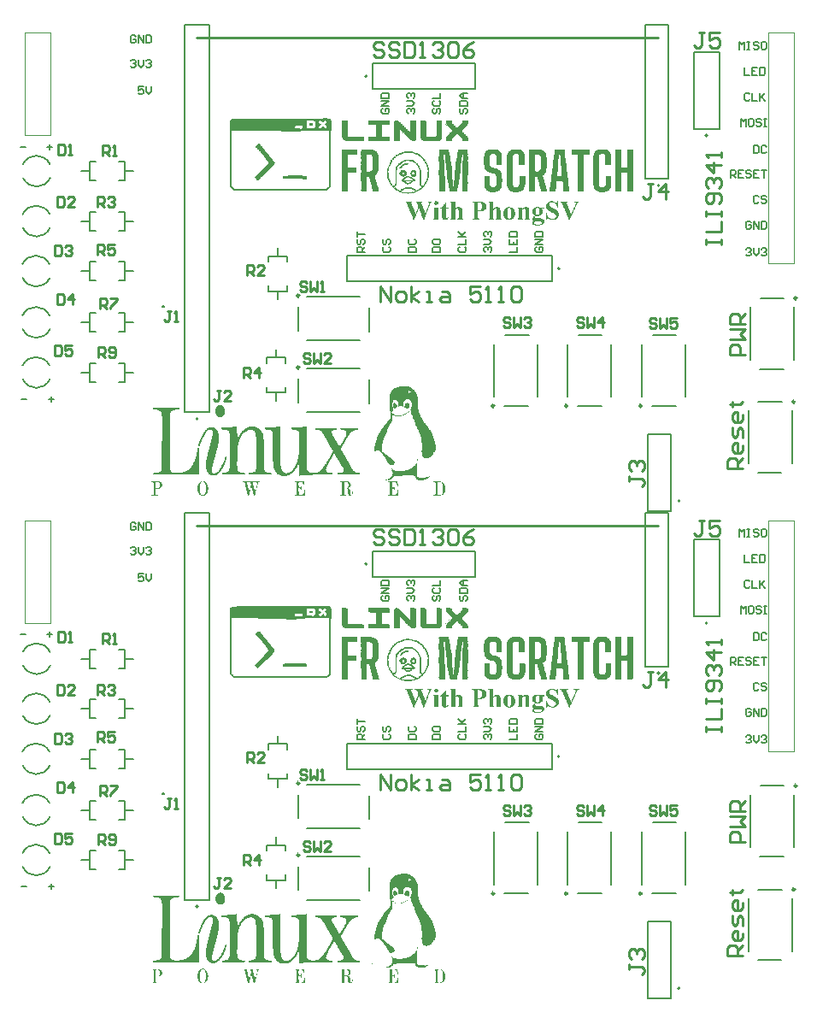
<source format=gto>
G04*
G04 #@! TF.GenerationSoftware,Altium Limited,Altium Designer,24.4.1 (13)*
G04*
G04 Layer_Color=65535*
%FSTAX25Y25*%
%MOIN*%
G70*
G04*
G04 #@! TF.SameCoordinates,C872E002-563E-4E90-9F37-C142BC3F6998*
G04*
G04*
G04 #@! TF.FilePolarity,Positive*
G04*
G01*
G75*
%ADD25C,0.00787*%
%ADD26C,0.01000*%
%ADD27C,0.00500*%
%ADD28C,0.00394*%
%ADD29C,0.00600*%
G36*
X0122733Y0343224D02*
X0123533D01*
Y0343091D01*
X01238D01*
Y0342957D01*
X0124067D01*
Y0342824D01*
X01242D01*
Y0342558D01*
X0124333D01*
Y0342291D01*
X0124467D01*
Y0338291D01*
X0124333D01*
Y0316957D01*
X01242D01*
Y0316558D01*
X0124067D01*
Y0316291D01*
X0123933D01*
Y0316158D01*
X01238D01*
Y0316024D01*
X0123667D01*
Y0315757D01*
X01234D01*
Y0315624D01*
X0123267D01*
Y0315491D01*
X0123D01*
Y0315357D01*
X0122867D01*
Y0315224D01*
X0122333D01*
Y0315091D01*
X0086733D01*
Y0315224D01*
X0086333D01*
Y0315357D01*
X0086067D01*
Y0315491D01*
X0085933D01*
Y0315624D01*
X00858D01*
Y0315757D01*
X0085533D01*
Y0315891D01*
X00854D01*
Y0316158D01*
X0085267D01*
Y0316291D01*
X0085133D01*
Y0316558D01*
X0085D01*
Y0316957D01*
X0084867D01*
Y0334691D01*
Y0334824D01*
Y0342024D01*
X0085D01*
Y0342424D01*
X0085133D01*
Y0342558D01*
X0085267D01*
Y0342691D01*
X00854D01*
Y0342824D01*
X0085667D01*
Y0342957D01*
X00874D01*
Y0343091D01*
X0095267D01*
Y0343224D01*
X0116867D01*
Y0343091D01*
X0119D01*
Y0343224D01*
X0121267D01*
Y0343357D01*
X0122733D01*
Y0343224D01*
D02*
G37*
G36*
X0175267Y0342291D02*
X0175133D01*
Y0342424D01*
X0175267D01*
Y0342291D01*
D02*
G37*
G36*
X0159D02*
X0158867D01*
Y0342424D01*
X0159D01*
Y0342291D01*
D02*
G37*
G36*
X0128333D02*
X01282D01*
Y0342424D01*
X0128333D01*
Y0342291D01*
D02*
G37*
G36*
X01386Y0340957D02*
X0138467D01*
Y0341091D01*
X01386D01*
Y0340957D01*
D02*
G37*
G36*
X0169133Y0340824D02*
X0169267D01*
Y0340691D01*
X01694D01*
Y0340558D01*
X0169267D01*
Y0340691D01*
X0169133D01*
Y0340824D01*
X0169D01*
Y0340957D01*
X0169133D01*
Y0340824D01*
D02*
G37*
G36*
X0141533Y0340291D02*
X01414D01*
Y0340424D01*
X0141533D01*
Y0340291D01*
D02*
G37*
G36*
X0177133Y0342291D02*
X01778D01*
Y0342024D01*
Y0341891D01*
Y0340957D01*
X0177667D01*
Y0340691D01*
X0177533D01*
Y0340558D01*
X01774D01*
Y0340424D01*
X0177267D01*
Y0340291D01*
X0177133D01*
Y0340158D01*
X0177D01*
Y0340024D01*
X0176867D01*
Y0339891D01*
X0176733D01*
Y0339757D01*
X01766D01*
Y0339624D01*
X0176467D01*
Y0339491D01*
X0176333D01*
Y0339357D01*
X01762D01*
Y0339224D01*
X0176067D01*
Y0339091D01*
X0175933D01*
Y0338958D01*
X01758D01*
Y0338824D01*
X0175667D01*
Y0338691D01*
X0175533D01*
Y0338558D01*
X01754D01*
Y0338158D01*
X0175533D01*
Y0338024D01*
X0175667D01*
Y0337891D01*
X01758D01*
Y0337757D01*
X0175933D01*
Y0337624D01*
X0176067D01*
Y0337491D01*
X01762D01*
Y0337357D01*
X0176333D01*
Y0337224D01*
X0176467D01*
Y0337091D01*
X01766D01*
Y0336958D01*
X0176733D01*
Y0336824D01*
X0176867D01*
Y0336691D01*
X0177D01*
Y0336558D01*
X0177133D01*
Y0336424D01*
X0177267D01*
Y0336291D01*
X01774D01*
Y0336157D01*
X0177533D01*
Y0336024D01*
X0177667D01*
Y0335624D01*
X01778D01*
Y0334424D01*
X01762D01*
Y0334558D01*
X0175533D01*
Y0335357D01*
X01754D01*
Y0335491D01*
X0175267D01*
Y0335624D01*
X0175D01*
Y0335891D01*
X0174867D01*
Y0336024D01*
X0174733D01*
Y0336157D01*
X01746D01*
Y0336291D01*
X0174333D01*
Y0336558D01*
X01742D01*
Y0336691D01*
X0173933D01*
Y0336958D01*
X01738D01*
Y0337091D01*
X0173667D01*
Y0337224D01*
X0173533D01*
Y0337091D01*
X0173667D01*
Y0336958D01*
X0173533D01*
Y0337091D01*
X0173267D01*
Y0336958D01*
X0173133D01*
Y0336824D01*
X0173D01*
Y0336691D01*
X0172867D01*
Y0336558D01*
X0172733D01*
Y0336424D01*
X01726D01*
Y0336291D01*
X0172467D01*
Y0336157D01*
X0172333D01*
Y0336024D01*
X01722D01*
Y0335891D01*
X0172067D01*
Y0335757D01*
X0171933D01*
Y0335624D01*
X01718D01*
Y0335491D01*
X0171667D01*
Y0335357D01*
X0171533D01*
Y0334424D01*
X0169933D01*
Y0334558D01*
X0169267D01*
Y0336024D01*
X01694D01*
Y0336157D01*
X0169533D01*
Y0336291D01*
X0169667D01*
Y0336424D01*
X01698D01*
Y0336691D01*
X0169933D01*
Y0336824D01*
X0170067D01*
Y0336958D01*
X01702D01*
Y0337224D01*
X0170333D01*
Y0337091D01*
X0170467D01*
Y0337224D01*
X01706D01*
Y0337357D01*
X0170733D01*
Y0337491D01*
X01706D01*
Y0337624D01*
X0170733D01*
Y0337491D01*
X0170867D01*
Y0337757D01*
X0171D01*
Y0337891D01*
X0171133D01*
Y0338024D01*
X0171267D01*
Y0338158D01*
X0171533D01*
Y0338291D01*
X0171667D01*
Y0338424D01*
X0171533D01*
Y0338558D01*
X0171667D01*
Y0338691D01*
X01714D01*
Y0338824D01*
X0171133D01*
Y0339091D01*
X0171D01*
Y0339224D01*
X0170867D01*
Y0339357D01*
X0170733D01*
Y0339491D01*
X01706D01*
Y0339624D01*
X0170467D01*
Y0339757D01*
X0170333D01*
Y0339891D01*
X01702D01*
Y0340024D01*
X0170067D01*
Y0340158D01*
X0169933D01*
Y0340291D01*
X01698D01*
Y0340424D01*
X0169533D01*
Y0340558D01*
X0169667D01*
Y0340691D01*
X0169533D01*
Y0340824D01*
X01694D01*
Y0340957D01*
X0169267D01*
Y0341091D01*
X0169133D01*
Y0341224D01*
X0169267D01*
Y0342291D01*
X0169133D01*
Y0342424D01*
X0170867D01*
Y0342291D01*
X01714D01*
Y0342158D01*
X0171533D01*
Y0341357D01*
X0171667D01*
Y0341224D01*
X01718D01*
Y0341091D01*
X0171933D01*
Y0340957D01*
X0172067D01*
Y0340824D01*
X01722D01*
Y0340691D01*
X0172333D01*
Y0340558D01*
X0172467D01*
Y0340424D01*
X01726D01*
Y0340291D01*
X0172733D01*
Y0340158D01*
X0172867D01*
Y0340024D01*
X0173D01*
Y0339891D01*
X0173267D01*
Y0339757D01*
X0173667D01*
Y0339891D01*
X0173933D01*
Y0340158D01*
X01742D01*
Y0340424D01*
X0174333D01*
Y0340558D01*
X0174467D01*
Y0340691D01*
X0174733D01*
Y0340957D01*
X0174867D01*
Y0341091D01*
X0175D01*
Y0341224D01*
X0175133D01*
Y0341357D01*
X0175267D01*
Y0341491D01*
X01754D01*
Y0341624D01*
X0175533D01*
Y0342291D01*
X01754D01*
Y0342424D01*
X0177133D01*
Y0342291D01*
D02*
G37*
G36*
X01706Y0339357D02*
X0170467D01*
Y0339491D01*
X01706D01*
Y0339357D01*
D02*
G37*
G36*
X0171Y0338024D02*
X0170867D01*
Y0338158D01*
X0171D01*
Y0338024D01*
D02*
G37*
G36*
X0156867Y0342291D02*
X01574D01*
Y0334824D01*
X0157267D01*
Y0334691D01*
X0157133D01*
Y0334558D01*
X0157D01*
Y0334424D01*
X0156333D01*
Y0334558D01*
X01558D01*
Y0334691D01*
X01554D01*
Y0334824D01*
X0155267D01*
Y0334958D01*
X0155133D01*
Y0335091D01*
X0155D01*
Y0335224D01*
X0154733D01*
Y0335491D01*
X01546D01*
Y0335624D01*
X0154333D01*
Y0335891D01*
X01542D01*
Y0336024D01*
X0154067D01*
Y0336157D01*
X0153933D01*
Y0336291D01*
X0153667D01*
Y0336558D01*
X0153533D01*
Y0336691D01*
X0153267D01*
Y0336958D01*
X0153133D01*
Y0337091D01*
X0153D01*
Y0337224D01*
X0152867D01*
Y0337357D01*
X0152733D01*
Y0337624D01*
X0152467D01*
Y0337891D01*
X0152333D01*
Y0337757D01*
X01522D01*
Y0338024D01*
X0152067D01*
Y0338158D01*
X0151933D01*
Y0338291D01*
X01518D01*
Y0338558D01*
X0151667D01*
Y0338424D01*
X0151533D01*
Y0338691D01*
X01514D01*
Y0338824D01*
X0151267D01*
Y0338691D01*
X0151133D01*
Y0334424D01*
X0149533D01*
Y0334558D01*
X0149D01*
Y0342024D01*
X0149133D01*
Y0342158D01*
X0149267D01*
Y0342291D01*
X01494D01*
Y0342424D01*
X0150067D01*
Y0342291D01*
X01506D01*
Y0342158D01*
X0150867D01*
Y0342024D01*
X0151D01*
Y0341891D01*
X0151133D01*
Y0341757D01*
X0151267D01*
Y0341624D01*
X01514D01*
Y0341491D01*
X0151533D01*
Y0341357D01*
X0151667D01*
Y0341224D01*
X01518D01*
Y0341091D01*
X0151933D01*
Y0340957D01*
X0152067D01*
Y0340824D01*
X01522D01*
Y0340691D01*
X0152333D01*
Y0340558D01*
X0152467D01*
Y0340424D01*
X01526D01*
Y0340291D01*
X0152733D01*
Y0340158D01*
X0152867D01*
Y0340024D01*
X0153D01*
Y0339891D01*
X0153133D01*
Y0339757D01*
X0153267D01*
Y0339624D01*
X01534D01*
Y0339491D01*
X0153533D01*
Y0339357D01*
X0153667D01*
Y0339224D01*
X01538D01*
Y0339091D01*
X0153933D01*
Y0338958D01*
X0154067D01*
Y0338824D01*
X01542D01*
Y0338691D01*
X0154333D01*
Y0338558D01*
X0154467D01*
Y0338424D01*
X01546D01*
Y0338291D01*
X0154733D01*
Y0338158D01*
X0154867D01*
Y0338024D01*
X0155267D01*
Y0342291D01*
X0155133D01*
Y0342424D01*
X0156867D01*
Y0342291D01*
D02*
G37*
G36*
X01706Y0337757D02*
X0170467D01*
Y0337891D01*
X01706D01*
Y0337757D01*
D02*
G37*
G36*
X0170467Y0337624D02*
X0170333D01*
Y0337757D01*
X0170467D01*
Y0337624D01*
D02*
G37*
G36*
X0152467Y0337491D02*
X0152333D01*
Y0337624D01*
X0152467D01*
Y0337491D01*
D02*
G37*
G36*
X01702Y0337357D02*
X0170067D01*
Y0337491D01*
X01702D01*
Y0337357D01*
D02*
G37*
G36*
X0169933Y0336958D02*
X01698D01*
Y0337091D01*
X0169933D01*
Y0336958D01*
D02*
G37*
G36*
X0169533Y0336558D02*
X01694D01*
Y0336691D01*
X0169533D01*
Y0336558D01*
D02*
G37*
G36*
X01742Y0336424D02*
X0174067D01*
Y0336558D01*
X01742D01*
Y0336424D01*
D02*
G37*
G36*
X0169267D02*
X0169133D01*
Y0336558D01*
X0169267D01*
Y0336424D01*
D02*
G37*
G36*
X0153533D02*
X01534D01*
Y0336558D01*
X0153533D01*
Y0336424D01*
D02*
G37*
G36*
X0169133Y0336291D02*
X0169D01*
Y0336424D01*
X0169133D01*
Y0336291D01*
D02*
G37*
G36*
X0167Y0342291D02*
X0167533D01*
Y0342158D01*
X0167667D01*
Y0335891D01*
X0167533D01*
Y0335357D01*
X01674D01*
Y0335091D01*
X0167267D01*
Y0334958D01*
X0167133D01*
Y0334824D01*
X0167D01*
Y0334691D01*
X0166733D01*
Y0334558D01*
X0166467D01*
Y0334424D01*
X0160867D01*
Y0334558D01*
X0160333D01*
Y0334691D01*
X01598D01*
Y0334824D01*
X0159667D01*
Y0334958D01*
X0159533D01*
Y0335091D01*
X0159267D01*
Y0335224D01*
X01594D01*
Y0335357D01*
X0159267D01*
Y0335624D01*
X0159133D01*
Y0342424D01*
X0160733D01*
Y0342291D01*
X0161267D01*
Y0342024D01*
X01614D01*
Y0336157D01*
X0165267D01*
Y0336291D01*
X01654D01*
Y0342424D01*
X0167D01*
Y0342291D01*
D02*
G37*
G36*
X01746Y0336024D02*
X0174467D01*
Y0336157D01*
X01746D01*
Y0336024D01*
D02*
G37*
G36*
X0158867Y0335757D02*
X0158733D01*
Y0335891D01*
X0158867D01*
Y0335757D01*
D02*
G37*
G36*
X0128333D02*
X01282D01*
Y0335891D01*
X0128333D01*
Y0335757D01*
D02*
G37*
G36*
X0128867Y0335091D02*
X0128733D01*
Y0335224D01*
X0128867D01*
Y0335091D01*
D02*
G37*
G36*
X0169Y0334691D02*
X0168867D01*
Y0334824D01*
X0169D01*
Y0334691D01*
D02*
G37*
G36*
X0148867D02*
X0148733D01*
Y0334824D01*
X0148867D01*
Y0334691D01*
D02*
G37*
G36*
X01386D02*
X0138467D01*
Y0334824D01*
X01386D01*
Y0334691D01*
D02*
G37*
G36*
X0146733Y0342291D02*
X0147267D01*
Y0340691D01*
X01442D01*
Y0336157D01*
X0146733D01*
Y0336024D01*
X0147267D01*
Y0334424D01*
X01394D01*
Y0334558D01*
X0138867D01*
Y0334824D01*
X0138733D01*
Y0336157D01*
X01418D01*
Y0336291D01*
X0141933D01*
Y0340558D01*
X01418D01*
Y0340691D01*
X0139533D01*
Y0340824D01*
X0138867D01*
Y0341091D01*
X0138733D01*
Y0342424D01*
X0146733D01*
Y0342291D01*
D02*
G37*
G36*
X0130333D02*
X0130867D01*
Y0336157D01*
X01366D01*
Y0336024D01*
X0137133D01*
Y0334424D01*
X0130467D01*
Y0334558D01*
X01298D01*
Y0334691D01*
X01294D01*
Y0334824D01*
X0129133D01*
Y0334958D01*
X0129D01*
Y0335224D01*
X0128867D01*
Y0335357D01*
X0128733D01*
Y0335624D01*
X01286D01*
Y0335757D01*
X0128733D01*
Y0335891D01*
X01286D01*
Y0336691D01*
Y0336824D01*
Y0342424D01*
X0130333D01*
Y0342291D01*
D02*
G37*
G36*
X0154733Y0330291D02*
X0156067D01*
Y0330157D01*
X0156333D01*
Y0330024D01*
X0156867D01*
Y0329891D01*
X0157267D01*
Y0329757D01*
X0157933D01*
Y0329624D01*
X0158333D01*
Y0329491D01*
X01586D01*
Y0329358D01*
X0158733D01*
Y0329224D01*
X0158867D01*
Y0329091D01*
X0159D01*
Y0328958D01*
X0159133D01*
Y0328824D01*
X0159267D01*
Y0328691D01*
X01594D01*
Y0328557D01*
X0159533D01*
Y0328424D01*
X01598D01*
Y0328291D01*
X0159933D01*
Y0328157D01*
X0160067D01*
Y0328024D01*
X01602D01*
Y0327891D01*
X0160333D01*
Y0327758D01*
X0160467D01*
Y0327491D01*
X01606D01*
Y0327358D01*
X0160733D01*
Y0326958D01*
X0160867D01*
Y0327091D01*
X0161D01*
Y0326958D01*
X0161133D01*
Y0326691D01*
X0161D01*
Y0326824D01*
X0160867D01*
Y0326691D01*
X0161D01*
Y0326557D01*
X0161133D01*
Y0326691D01*
X0161267D01*
Y0326557D01*
X01614D01*
Y0326291D01*
X0161533D01*
Y0326024D01*
X0161667D01*
Y0325758D01*
X01618D01*
Y0325491D01*
X0161933D01*
Y0325358D01*
X01618D01*
Y0325224D01*
X0162067D01*
Y0324824D01*
X01622D01*
Y0324424D01*
X0162333D01*
Y0324158D01*
X0162467D01*
Y0323491D01*
X01626D01*
Y0320824D01*
X0162467D01*
Y0320024D01*
X0162333D01*
Y0319758D01*
X01622D01*
Y0319357D01*
X0162067D01*
Y0319091D01*
X0161933D01*
Y0318691D01*
X01618D01*
Y0318424D01*
X0161667D01*
Y0318158D01*
X0161533D01*
Y0318024D01*
X01614D01*
Y0317758D01*
X0161267D01*
Y0317491D01*
X0161133D01*
Y0317357D01*
X0161D01*
Y0317224D01*
X0160867D01*
Y0316957D01*
X0160733D01*
Y0316824D01*
X01606D01*
Y0316691D01*
X0160467D01*
Y0316424D01*
X0160333D01*
Y0316291D01*
X01602D01*
Y0316158D01*
X0160067D01*
Y0316024D01*
X0159933D01*
Y0315891D01*
X0159667D01*
Y0315757D01*
X0159533D01*
Y0315624D01*
X01594D01*
Y0315491D01*
X0159133D01*
Y0315357D01*
X0159D01*
Y0315224D01*
X0158867D01*
Y0315091D01*
X0158733D01*
Y0314957D01*
X01582D01*
Y0314824D01*
X0158067D01*
Y0314691D01*
X0157533D01*
Y0314558D01*
X01574D01*
Y0314424D01*
X0157133D01*
Y0314291D01*
X0156733D01*
Y0314158D01*
X0155933D01*
Y0314024D01*
X0154467D01*
Y0313891D01*
X0154333D01*
Y0314024D01*
X0152733D01*
Y0314158D01*
X01518D01*
Y0314291D01*
X01514D01*
Y0314424D01*
X0151133D01*
Y0314558D01*
X0150867D01*
Y0314691D01*
X0150733D01*
Y0314824D01*
X0150467D01*
Y0314957D01*
X0150067D01*
Y0315091D01*
X0149933D01*
Y0315224D01*
X0149667D01*
Y0315357D01*
X01494D01*
Y0315491D01*
X0149267D01*
Y0315624D01*
X0148867D01*
Y0315891D01*
X0148733D01*
Y0316024D01*
X01486D01*
Y0316158D01*
X0148467D01*
Y0316291D01*
X0148333D01*
Y0316558D01*
X01482D01*
Y0316691D01*
X0148067D01*
Y0316957D01*
X0147933D01*
Y0317091D01*
X01478D01*
Y0317224D01*
X0147667D01*
Y0317357D01*
X0147533D01*
Y0317491D01*
X01474D01*
Y0317758D01*
X0147267D01*
Y0317891D01*
X0147133D01*
Y0318291D01*
X0147D01*
Y0318558D01*
X0146867D01*
Y0318957D01*
X0146733D01*
Y0319091D01*
X01466D01*
Y0319624D01*
X0146467D01*
Y0319891D01*
X0146333D01*
Y0320557D01*
X01462D01*
Y0321357D01*
X0146067D01*
Y0322691D01*
X01462D01*
Y0323758D01*
X0146333D01*
Y0323891D01*
X0146467D01*
Y0324557D01*
X0146733D01*
Y0324691D01*
X01466D01*
Y0324824D01*
X0146733D01*
Y0325224D01*
X0146867D01*
Y0324957D01*
X0147D01*
Y0325224D01*
X0146867D01*
Y0325358D01*
Y0325491D01*
X0147D01*
Y0325224D01*
X0147133D01*
Y0325491D01*
Y0325624D01*
X0147D01*
Y0325758D01*
X0147133D01*
Y0326024D01*
X0147267D01*
Y0326157D01*
X01474D01*
Y0326557D01*
X0147533D01*
Y0326691D01*
X0147667D01*
Y0326958D01*
X01478D01*
Y0327091D01*
X0147933D01*
Y0327224D01*
X0148067D01*
Y0327358D01*
X01482D01*
Y0327624D01*
X0148333D01*
Y0327758D01*
X0148467D01*
Y0327891D01*
X01486D01*
Y0328024D01*
X0148733D01*
Y0328157D01*
X0148867D01*
Y0328291D01*
X0149D01*
Y0328424D01*
X0149133D01*
Y0328557D01*
X01494D01*
Y0328691D01*
X0149533D01*
Y0328824D01*
X0149667D01*
Y0328958D01*
X01498D01*
Y0329091D01*
X0150067D01*
Y0329224D01*
X0150467D01*
Y0329358D01*
X01506D01*
Y0329491D01*
X0150733D01*
Y0329624D01*
X0151133D01*
Y0329757D01*
X0151267D01*
Y0329624D01*
X0151533D01*
Y0329757D01*
X01514D01*
Y0329891D01*
X0151667D01*
Y0329757D01*
X0151933D01*
Y0329891D01*
X01518D01*
Y0330024D01*
X01522D01*
Y0330157D01*
X0152733D01*
Y0330291D01*
X01534D01*
Y0330424D01*
X0154733D01*
Y0330291D01*
D02*
G37*
G36*
X02314Y0331091D02*
X0231933D01*
Y0330958D01*
X02322D01*
Y0330824D01*
X0232333D01*
Y0330691D01*
X02326D01*
Y0330557D01*
X0232733D01*
Y0330424D01*
X0232867D01*
Y0330291D01*
X0233D01*
Y0330024D01*
X0233133D01*
Y0329757D01*
X0233267D01*
Y0329491D01*
X02334D01*
Y0328958D01*
X0233533D01*
Y0327358D01*
X0233667D01*
Y0326157D01*
X0233533D01*
Y0326024D01*
X0233667D01*
Y0325758D01*
X0233533D01*
Y0325224D01*
X0232867D01*
Y0325091D01*
X0232733D01*
Y0325224D01*
X02326D01*
Y0325091D01*
X0232467D01*
Y0325224D01*
X02318D01*
Y0325091D01*
X0231667D01*
Y0325224D01*
X0231267D01*
Y0328824D01*
X0231133D01*
Y0328958D01*
X0231D01*
Y0329224D01*
X0230733D01*
Y0329358D01*
X02294D01*
Y0329224D01*
X0229267D01*
Y0329091D01*
X0229133D01*
Y0328958D01*
X0229D01*
Y0328691D01*
X0228867D01*
Y0325224D01*
X0228733D01*
Y0320424D01*
X0228867D01*
Y0317091D01*
X0229D01*
Y0316824D01*
X0229133D01*
Y0316691D01*
X0229267D01*
Y0316558D01*
X0229533D01*
Y0316424D01*
X0230733D01*
Y0316558D01*
X0231D01*
Y0316691D01*
X0231133D01*
Y0316957D01*
X0231267D01*
Y0317224D01*
X02314D01*
Y0320691D01*
X0231533D01*
Y0320824D01*
X0233533D01*
Y0320691D01*
X0233667D01*
Y0317091D01*
X0233533D01*
Y0316558D01*
X02334D01*
Y0316158D01*
X0233267D01*
Y0315891D01*
X0233133D01*
Y0315624D01*
X0233D01*
Y0315491D01*
X0232867D01*
Y0315357D01*
X0232733D01*
Y0315224D01*
X02326D01*
Y0315091D01*
X0232333D01*
Y0314957D01*
X0232067D01*
Y0314824D01*
X02318D01*
Y0314691D01*
X0231267D01*
Y0314558D01*
X0228867D01*
Y0314691D01*
X0228333D01*
Y0314824D01*
X0228067D01*
Y0314957D01*
X02278D01*
Y0315091D01*
X0227533D01*
Y0315224D01*
X02274D01*
Y0315357D01*
X0227267D01*
Y0315624D01*
X0227133D01*
Y0315757D01*
X0227D01*
Y0316024D01*
X0226867D01*
Y0316424D01*
X0226733D01*
Y0316957D01*
X02266D01*
Y0317624D01*
Y0317758D01*
Y0328824D01*
X0226733D01*
Y0329358D01*
X0226867D01*
Y0329624D01*
X0227D01*
Y0329891D01*
X0227133D01*
Y0330157D01*
X0227267D01*
Y0330291D01*
X02274D01*
Y0330424D01*
X0227533D01*
Y0330557D01*
X0227667D01*
Y0330691D01*
X02278D01*
Y0330824D01*
X0228067D01*
Y0330958D01*
X0228333D01*
Y0331091D01*
X0228733D01*
Y0331224D01*
X02314D01*
Y0331091D01*
D02*
G37*
G36*
X01978D02*
X01982D01*
Y0330958D01*
X0198467D01*
Y0330824D01*
X0198733D01*
Y0330691D01*
X0199D01*
Y0330557D01*
X0199133D01*
Y0330424D01*
X0199267D01*
Y0330157D01*
X01994D01*
Y0330024D01*
X0199533D01*
Y0329757D01*
X0199667D01*
Y0329491D01*
X01998D01*
Y0328824D01*
X0199933D01*
Y0325224D01*
X0199133D01*
Y0325091D01*
X0199D01*
Y0325224D01*
X0198867D01*
Y0325091D01*
X0198733D01*
Y0325224D01*
X0198467D01*
Y0325091D01*
X0198333D01*
Y0325224D01*
X0197667D01*
Y0328824D01*
X0197533D01*
Y0328958D01*
X01974D01*
Y0329091D01*
X0197267D01*
Y0329224D01*
X0197133D01*
Y0329358D01*
X01958D01*
Y0329224D01*
X0195533D01*
Y0329091D01*
X01954D01*
Y0328824D01*
X0195267D01*
Y0327358D01*
X0195133D01*
Y0318424D01*
X0195267D01*
Y0316957D01*
X01954D01*
Y0316824D01*
X0195533D01*
Y0316691D01*
X0195667D01*
Y0316558D01*
X0195933D01*
Y0316424D01*
X0197D01*
Y0316558D01*
X0197267D01*
Y0316691D01*
X01974D01*
Y0316824D01*
X0197533D01*
Y0316957D01*
X0197667D01*
Y0317357D01*
X01978D01*
Y0320424D01*
Y0320557D01*
Y0320691D01*
X0197933D01*
Y0320824D01*
X0199933D01*
Y0320691D01*
X0200067D01*
Y0317357D01*
X0199933D01*
Y0316691D01*
X01998D01*
Y0316291D01*
X0199667D01*
Y0315891D01*
X0199533D01*
Y0315624D01*
X01994D01*
Y0315491D01*
X0199267D01*
Y0315357D01*
X0199133D01*
Y0315224D01*
X0199D01*
Y0315091D01*
X0198733D01*
Y0314957D01*
X0198467D01*
Y0314824D01*
X01982D01*
Y0314691D01*
X0197667D01*
Y0314558D01*
X0195267D01*
Y0314691D01*
X0194733D01*
Y0314824D01*
X0194333D01*
Y0314957D01*
X0194067D01*
Y0315091D01*
X0193933D01*
Y0315224D01*
X01938D01*
Y0315357D01*
X0193667D01*
Y0315491D01*
X0193533D01*
Y0315757D01*
X01934D01*
Y0316024D01*
X0193267D01*
Y0316291D01*
X0193133D01*
Y0316824D01*
X0193D01*
Y0317891D01*
X0192867D01*
Y0327091D01*
X0193D01*
Y0327358D01*
X0192867D01*
Y0327758D01*
X0193D01*
Y0329091D01*
X0193133D01*
Y0329491D01*
X0193267D01*
Y0329757D01*
X01934D01*
Y0330024D01*
X0193533D01*
Y0330157D01*
X0193667D01*
Y0330291D01*
X01938D01*
Y0330557D01*
X0194067D01*
Y0330691D01*
X01942D01*
Y0330824D01*
X0194467D01*
Y0330958D01*
X0194733D01*
Y0331091D01*
X0195133D01*
Y0331224D01*
X01978D01*
Y0331091D01*
D02*
G37*
G36*
X0188867D02*
X0189267D01*
Y0330958D01*
X0189533D01*
Y0330824D01*
X01898D01*
Y0330691D01*
X0189933D01*
Y0330557D01*
X01902D01*
Y0330291D01*
X0190333D01*
Y0330157D01*
X0190467D01*
Y0329891D01*
X01906D01*
Y0329624D01*
X0190733D01*
Y0329224D01*
X0190867D01*
Y0328557D01*
X0191D01*
Y0327758D01*
Y0327624D01*
Y0325224D01*
X01906D01*
Y0325091D01*
X0190333D01*
Y0325224D01*
X0189667D01*
Y0325091D01*
X01894D01*
Y0325224D01*
X0188733D01*
Y0328824D01*
X01886D01*
Y0328958D01*
X0188467D01*
Y0329091D01*
X0188333D01*
Y0329224D01*
X01882D01*
Y0329358D01*
X0186867D01*
Y0329224D01*
X01866D01*
Y0329091D01*
X0186467D01*
Y0328824D01*
X0186333D01*
Y0328424D01*
X01862D01*
Y0325624D01*
X0186333D01*
Y0324824D01*
X0186467D01*
Y0324557D01*
X01866D01*
Y0324424D01*
X0186733D01*
Y0324291D01*
X0186867D01*
Y0324158D01*
X0187267D01*
Y0324024D01*
X01878D01*
Y0323891D01*
X0188333D01*
Y0323758D01*
X0188867D01*
Y0323624D01*
X0189267D01*
Y0323491D01*
X0189533D01*
Y0323358D01*
X0189667D01*
Y0323224D01*
X0189933D01*
Y0323091D01*
X0190067D01*
Y0322957D01*
X01902D01*
Y0322824D01*
X0190333D01*
Y0322691D01*
X0190467D01*
Y0322424D01*
X01906D01*
Y0322158D01*
X0190733D01*
Y0321758D01*
X0190867D01*
Y0321224D01*
X0191D01*
Y0319891D01*
X0191133D01*
Y0318558D01*
X0191D01*
Y0316957D01*
X0190867D01*
Y0316424D01*
X0190733D01*
Y0316158D01*
X01906D01*
Y0315891D01*
X0190467D01*
Y0315624D01*
X0190333D01*
Y0315491D01*
X01902D01*
Y0315357D01*
X0190067D01*
Y0315224D01*
X0189933D01*
Y0315091D01*
X01898D01*
Y0314957D01*
X0189533D01*
Y0314824D01*
X0189133D01*
Y0314691D01*
X01886D01*
Y0314558D01*
X0186333D01*
Y0314691D01*
X01858D01*
Y0314824D01*
X0185533D01*
Y0314957D01*
X0185267D01*
Y0315091D01*
X0185133D01*
Y0315224D01*
X0184867D01*
Y0315357D01*
X0184733D01*
Y0315624D01*
X01846D01*
Y0315757D01*
X0184467D01*
Y0316024D01*
X0184333D01*
Y0316424D01*
X01842D01*
Y0316957D01*
X0184067D01*
Y0320691D01*
X01842D01*
Y0320824D01*
X01862D01*
Y0317357D01*
X0186333D01*
Y0316957D01*
X0186467D01*
Y0316691D01*
X0186733D01*
Y0316558D01*
X0187D01*
Y0316424D01*
X0188067D01*
Y0316558D01*
X0188333D01*
Y0316691D01*
X0188467D01*
Y0316824D01*
X01886D01*
Y0317091D01*
X0188733D01*
Y0318158D01*
X0188867D01*
Y0319224D01*
X0188733D01*
Y0320691D01*
X01886D01*
Y0321091D01*
X0188467D01*
Y0321357D01*
X0188333D01*
Y0321491D01*
X01882D01*
Y0321624D01*
X01878D01*
Y0321758D01*
X01874D01*
Y0321891D01*
X0186867D01*
Y0322024D01*
X0186333D01*
Y0322158D01*
X0185933D01*
Y0322291D01*
X0185667D01*
Y0322424D01*
X01854D01*
Y0322557D01*
X0185133D01*
Y0322691D01*
X0185D01*
Y0322824D01*
X0184867D01*
Y0322957D01*
X0184733D01*
Y0323091D01*
X01846D01*
Y0323224D01*
X0184467D01*
Y0323491D01*
X0184333D01*
Y0323758D01*
X01842D01*
Y0324291D01*
X0184067D01*
Y0325091D01*
X0183933D01*
Y0328424D01*
X0184067D01*
Y0329224D01*
X01842D01*
Y0329624D01*
X0184333D01*
Y0329891D01*
X0184467D01*
Y0330157D01*
X01846D01*
Y0330291D01*
X0184733D01*
Y0330424D01*
X0184867D01*
Y0330557D01*
X0185D01*
Y0330691D01*
X0185133D01*
Y0330824D01*
X01854D01*
Y0330958D01*
X0185667D01*
Y0331091D01*
X0186067D01*
Y0331224D01*
X0188867D01*
Y0331091D01*
D02*
G37*
G36*
X0242067Y0314824D02*
X0241933D01*
Y0314691D01*
X02398D01*
Y0322024D01*
X0237533D01*
Y0316691D01*
X02374D01*
Y0315357D01*
X0237533D01*
Y0315224D01*
X02374D01*
Y0314691D01*
X0235267D01*
Y0314824D01*
X0235133D01*
Y0331091D01*
X02374D01*
Y0329491D01*
X0237533D01*
Y0324024D01*
X0239667D01*
Y0324158D01*
X02398D01*
Y0331091D01*
X0242067D01*
Y0314824D01*
D02*
G37*
G36*
X0177667Y0329491D02*
X01778D01*
Y0329224D01*
X0177667D01*
Y0328424D01*
X01778D01*
Y0327224D01*
X0177667D01*
Y0326291D01*
X01778D01*
Y0320957D01*
X0177667D01*
Y0318291D01*
X01778D01*
Y0317758D01*
X0177667D01*
Y0315491D01*
X01778D01*
Y0315357D01*
X0177667D01*
Y0314691D01*
X0175533D01*
Y0314957D01*
X01754D01*
Y0315091D01*
X0175533D01*
Y0315224D01*
X01754D01*
Y0320158D01*
X0175533D01*
Y0323758D01*
X0175667D01*
Y0326824D01*
X01758D01*
Y0329091D01*
X01754D01*
Y0328024D01*
X0175267D01*
Y0326824D01*
X0175133D01*
Y0325624D01*
X0175D01*
Y0324158D01*
X0174867D01*
Y0323091D01*
X0174733D01*
Y0321758D01*
X01746D01*
Y0320557D01*
X0174467D01*
Y0319357D01*
X0174333D01*
Y0318824D01*
X01742D01*
Y0318024D01*
X0174067D01*
Y0317357D01*
X0173933D01*
Y0316691D01*
X01738D01*
Y0316158D01*
X0173667D01*
Y0315491D01*
X0173533D01*
Y0314824D01*
X01734D01*
Y0314691D01*
X0170733D01*
Y0314824D01*
X01706D01*
Y0315491D01*
X0170467D01*
Y0316158D01*
X0170333D01*
Y0316824D01*
X01702D01*
Y0317357D01*
X0170067D01*
Y0318024D01*
X0169933D01*
Y0318824D01*
X01698D01*
Y0319357D01*
X0169667D01*
Y0320691D01*
X0169533D01*
Y0321891D01*
X01694D01*
Y0323091D01*
X0169267D01*
Y0324424D01*
X0169133D01*
Y0325758D01*
X0169D01*
Y0326958D01*
X0168867D01*
Y0328424D01*
X0168733D01*
Y0329091D01*
X0168333D01*
Y0327091D01*
X0168467D01*
Y0326691D01*
Y0326557D01*
Y0323891D01*
X01686D01*
Y0320691D01*
X0168733D01*
Y0314691D01*
X0166467D01*
Y0315357D01*
X0166333D01*
Y0315491D01*
X0166467D01*
Y0319758D01*
X0166333D01*
Y0319891D01*
X0166467D01*
Y0320957D01*
X0166333D01*
Y0323091D01*
X0166467D01*
Y0326291D01*
X0166333D01*
Y0328424D01*
X0166467D01*
Y0330691D01*
X0166333D01*
Y0330824D01*
X0166467D01*
Y0331091D01*
X01702D01*
Y0330824D01*
X0170333D01*
Y0330157D01*
X0170467D01*
Y0329491D01*
X01706D01*
Y0328691D01*
X0170733D01*
Y0327891D01*
X0170867D01*
Y0327091D01*
X0171D01*
Y0326291D01*
X0171133D01*
Y0325624D01*
X0171267D01*
Y0324824D01*
X01714D01*
Y0323091D01*
X0171533D01*
Y0320957D01*
X0171667D01*
Y0319357D01*
X01718D01*
Y0317224D01*
X0171933D01*
Y0316691D01*
X0172333D01*
Y0318691D01*
X0172467D01*
Y0318824D01*
X0172333D01*
Y0319091D01*
X0172467D01*
Y0321091D01*
X01726D01*
Y0323091D01*
X0172733D01*
Y0324824D01*
X0172867D01*
Y0325624D01*
X0173D01*
Y0326291D01*
X0173133D01*
Y0327091D01*
X0173267D01*
Y0327891D01*
X01734D01*
Y0328557D01*
X0173533D01*
Y0329358D01*
X0173667D01*
Y0330157D01*
X01738D01*
Y0330824D01*
X0173933D01*
Y0331091D01*
X0177667D01*
Y0329491D01*
D02*
G37*
G36*
X0225133Y0329091D02*
X0222867D01*
Y0319091D01*
Y0318957D01*
Y0314824D01*
X0222733D01*
Y0314691D01*
X02206D01*
Y0328691D01*
X0220467D01*
Y0328824D01*
X02206D01*
Y0328958D01*
X0220467D01*
Y0329091D01*
X02182D01*
Y0331091D01*
X0225133D01*
Y0329091D01*
D02*
G37*
G36*
X0215267Y0330958D02*
X02154D01*
Y0329891D01*
X0215533D01*
Y0328824D01*
X0215667D01*
Y0327758D01*
X02158D01*
Y0326691D01*
X0215933D01*
Y0325624D01*
X0216067D01*
Y0324424D01*
X02162D01*
Y0323358D01*
X0216333D01*
Y0322291D01*
X0216467D01*
Y0321224D01*
X02166D01*
Y0320158D01*
X0216733D01*
Y0319091D01*
X0216867D01*
Y0317758D01*
X0217D01*
Y0317091D01*
Y0316957D01*
Y0316691D01*
X0217133D01*
Y0315624D01*
X0217267D01*
Y0314691D01*
X0215D01*
Y0315624D01*
X0214867D01*
Y0316957D01*
X0214733D01*
Y0318424D01*
X02146D01*
Y0318824D01*
X0212333D01*
Y0318424D01*
X02122D01*
Y0317091D01*
X0212067D01*
Y0315891D01*
X0211933D01*
Y0314824D01*
X02118D01*
Y0314691D01*
X0209667D01*
Y0314957D01*
X0209533D01*
Y0315091D01*
X0209667D01*
Y0316291D01*
X02098D01*
Y0317224D01*
X0209933D01*
Y0318291D01*
X0210067D01*
Y0319357D01*
X02102D01*
Y0320557D01*
X0210333D01*
Y0321491D01*
X0210467D01*
Y0322691D01*
X02106D01*
Y0323891D01*
X0210733D01*
Y0324957D01*
X0210867D01*
Y0326157D01*
X0211D01*
Y0327091D01*
X0211133D01*
Y0328157D01*
X0211267D01*
Y0329091D01*
X02114D01*
Y0330157D01*
X0211533D01*
Y0331091D01*
X0215267D01*
Y0330958D01*
D02*
G37*
G36*
X02062D02*
X02066D01*
Y0330824D01*
X0206867D01*
Y0330691D01*
X0207133D01*
Y0330557D01*
X02074D01*
Y0330424D01*
X0207533D01*
Y0330291D01*
X0207667D01*
Y0330157D01*
X02078D01*
Y0329891D01*
X0207933D01*
Y0329624D01*
X0208067D01*
Y0329358D01*
X02082D01*
Y0328958D01*
X0208333D01*
Y0328024D01*
X0208467D01*
Y0323758D01*
X0208333D01*
Y0322824D01*
X02082D01*
Y0322424D01*
X0208067D01*
Y0322024D01*
X0207933D01*
Y0321891D01*
X02078D01*
Y0321624D01*
X0207667D01*
Y0321491D01*
X0207533D01*
Y0321357D01*
X02074D01*
Y0321224D01*
X0207267D01*
Y0321091D01*
X0207D01*
Y0320424D01*
X0207133D01*
Y0319891D01*
X0207267D01*
Y0319491D01*
X02074D01*
Y0318957D01*
X0207533D01*
Y0318558D01*
X0207667D01*
Y0318024D01*
X02078D01*
Y0317624D01*
X0207933D01*
Y0317091D01*
X0208067D01*
Y0316691D01*
X02082D01*
Y0316158D01*
X0208333D01*
Y0315624D01*
X0208467D01*
Y0315224D01*
X02086D01*
Y0314691D01*
X0206333D01*
Y0314824D01*
X02062D01*
Y0315224D01*
X0206067D01*
Y0315757D01*
X0205933D01*
Y0316291D01*
X02058D01*
Y0316691D01*
X0205667D01*
Y0317224D01*
X0205533D01*
Y0317758D01*
X02054D01*
Y0318291D01*
X0205267D01*
Y0318824D01*
X0205133D01*
Y0319357D01*
X0205D01*
Y0319758D01*
X0204867D01*
Y0320291D01*
X0204733D01*
Y0320557D01*
X0203933D01*
Y0318558D01*
Y0318424D01*
Y0315357D01*
X02038D01*
Y0315224D01*
X0203933D01*
Y0315091D01*
X02038D01*
Y0314691D01*
X0201667D01*
Y0314824D01*
X0201533D01*
Y0331091D01*
X02062D01*
Y0330958D01*
D02*
G37*
G36*
X0140333D02*
X0140867D01*
Y0330824D01*
X0141267D01*
Y0330691D01*
X0141533D01*
Y0330557D01*
X0141667D01*
Y0330424D01*
X0141933D01*
Y0330291D01*
X0142067D01*
Y0330157D01*
X01422D01*
Y0329891D01*
X0142333D01*
Y0329757D01*
X0142467D01*
Y0329358D01*
X01426D01*
Y0328958D01*
X0142733D01*
Y0328424D01*
X0142867D01*
Y0323358D01*
X0142733D01*
Y0322691D01*
X01426D01*
Y0322291D01*
X0142467D01*
Y0322024D01*
X0142333D01*
Y0321758D01*
X01422D01*
Y0321624D01*
X0142067D01*
Y0321491D01*
X0141933D01*
Y0321357D01*
X01418D01*
Y0321224D01*
X0141667D01*
Y0321091D01*
X01414D01*
Y0320424D01*
X0141533D01*
Y0320024D01*
X0141667D01*
Y0319491D01*
X01418D01*
Y0319091D01*
X0141933D01*
Y0318558D01*
X0142067D01*
Y0318158D01*
X01422D01*
Y0317624D01*
X0142333D01*
Y0317224D01*
X0142467D01*
Y0316691D01*
X01426D01*
Y0316291D01*
X0142733D01*
Y0315757D01*
X0142867D01*
Y0315357D01*
X0143D01*
Y0314824D01*
X0143133D01*
Y0314691D01*
X01406D01*
Y0315224D01*
X0140467D01*
Y0315757D01*
X0140333D01*
Y0316291D01*
X01402D01*
Y0316824D01*
X0140067D01*
Y0317357D01*
X0139933D01*
Y0317891D01*
X01398D01*
Y0318424D01*
X0139667D01*
Y0318957D01*
X0139533D01*
Y0319491D01*
X01394D01*
Y0319891D01*
X0139267D01*
Y0320424D01*
X0139133D01*
Y0320557D01*
X0138333D01*
Y0314691D01*
X0136067D01*
Y0315224D01*
X0135933D01*
Y0315357D01*
X0136067D01*
Y0318824D01*
X0135933D01*
Y0322024D01*
X0136067D01*
Y0323091D01*
X0135933D01*
Y0325224D01*
X0136067D01*
Y0325491D01*
X0135933D01*
Y0326291D01*
X0136067D01*
Y0327358D01*
X0135933D01*
Y0328424D01*
X0136067D01*
Y0328824D01*
X0135933D01*
Y0329757D01*
X0136067D01*
Y0329891D01*
X0135933D01*
Y0330557D01*
X0136067D01*
Y0330691D01*
X0135933D01*
Y0330824D01*
X0136067D01*
Y0330958D01*
X0135933D01*
Y0331091D01*
X0140333D01*
Y0330958D01*
D02*
G37*
G36*
X01346Y0329224D02*
X0134467D01*
Y0329091D01*
X0131D01*
Y0328557D01*
X0130867D01*
Y0327624D01*
Y0327491D01*
Y0324691D01*
X0131D01*
Y0324024D01*
X0134333D01*
Y0322024D01*
X0131D01*
Y0321758D01*
X0130867D01*
Y0314691D01*
X01286D01*
Y0331091D01*
X01346D01*
Y0329224D01*
D02*
G37*
G36*
X0212733Y0309624D02*
X0212867D01*
Y0308558D01*
X02126D01*
Y0308824D01*
X0212467D01*
Y0309224D01*
X0212333D01*
Y0309491D01*
X02122D01*
Y0309624D01*
X0212067D01*
Y0309891D01*
X0211933D01*
Y0310024D01*
X02118D01*
Y0310157D01*
X0211533D01*
Y0310291D01*
X0211267D01*
Y0310424D01*
X0211D01*
Y0310558D01*
X0210067D01*
Y0310424D01*
X02098D01*
Y0310291D01*
X0209667D01*
Y0310157D01*
X0209533D01*
Y0310024D01*
X02094D01*
Y0309224D01*
X0209533D01*
Y0309091D01*
X0209667D01*
Y0308958D01*
X02098D01*
Y0308824D01*
X0209933D01*
Y0308691D01*
X02102D01*
Y0308558D01*
X0210467D01*
Y0308424D01*
X0210733D01*
Y0308291D01*
X0211D01*
Y0308157D01*
X0211267D01*
Y0308024D01*
X0211533D01*
Y0307891D01*
X02118D01*
Y0307757D01*
X0211933D01*
Y0307624D01*
X02122D01*
Y0307491D01*
X0212333D01*
Y0307358D01*
X02126D01*
Y0307224D01*
X0212733D01*
Y0307091D01*
X0212867D01*
Y0306958D01*
Y0306824D01*
X0213D01*
Y0306557D01*
X0213133D01*
Y0306157D01*
X0213267D01*
Y0305358D01*
X0213133D01*
Y0304958D01*
X0213D01*
Y0304691D01*
X0212867D01*
Y0304557D01*
X0212733D01*
Y0304424D01*
X02126D01*
Y0304291D01*
X0212467D01*
Y0304157D01*
X0212333D01*
Y0304024D01*
X0212067D01*
Y0303891D01*
X02118D01*
Y0303758D01*
X02114D01*
Y0303624D01*
X02102D01*
Y0303758D01*
X02098D01*
Y0303891D01*
X0209533D01*
Y0304024D01*
X0209133D01*
Y0304157D01*
X0208733D01*
Y0304024D01*
X02086D01*
Y0303891D01*
X0208467D01*
Y0303624D01*
X02082D01*
Y0306291D01*
X0208467D01*
Y0305757D01*
X02086D01*
Y0305491D01*
X0208733D01*
Y0305224D01*
X0208867D01*
Y0304958D01*
X0209D01*
Y0304824D01*
X0209133D01*
Y0304691D01*
X0209267D01*
Y0304557D01*
X02094D01*
Y0304424D01*
X0209667D01*
Y0304291D01*
X0209933D01*
Y0304157D01*
X02102D01*
Y0304024D01*
X0211133D01*
Y0304157D01*
X0211533D01*
Y0304291D01*
X0211667D01*
Y0304424D01*
X02118D01*
Y0304557D01*
X0211933D01*
Y0304824D01*
X0212067D01*
Y0305358D01*
X0211933D01*
Y0305624D01*
X02118D01*
Y0305757D01*
X0211667D01*
Y0305891D01*
X0211533D01*
Y0306024D01*
X0211267D01*
Y0306157D01*
X0211133D01*
Y0306291D01*
X0210867D01*
Y0306424D01*
X02106D01*
Y0306557D01*
X0210333D01*
Y0306691D01*
X0210067D01*
Y0306824D01*
X02098D01*
Y0306958D01*
X0209533D01*
Y0307091D01*
X0209267D01*
Y0307224D01*
X0209133D01*
Y0307358D01*
X0209D01*
Y0307491D01*
X0208867D01*
Y0307624D01*
X0208733D01*
Y0307757D01*
X02086D01*
Y0307891D01*
X0208467D01*
Y0308157D01*
X0208333D01*
Y0308558D01*
X02082D01*
Y0309358D01*
X0208333D01*
Y0309757D01*
X0208467D01*
Y0310024D01*
X02086D01*
Y0310157D01*
X0208733D01*
Y0310291D01*
X0208867D01*
Y0310424D01*
X0209D01*
Y0310558D01*
X0209133D01*
Y0310691D01*
X02094D01*
Y0310824D01*
X02098D01*
Y0310958D01*
X0211D01*
Y0310824D01*
X02114D01*
Y0310691D01*
X0211667D01*
Y0310558D01*
X0211933D01*
Y0310424D01*
X0212467D01*
Y0310691D01*
X02126D01*
Y0310958D01*
X0212733D01*
Y0309624D01*
D02*
G37*
G36*
X0165667Y0310824D02*
X0165933D01*
Y0310691D01*
X0166067D01*
Y0310424D01*
X01662D01*
Y0310024D01*
X0166067D01*
Y0309757D01*
X0165933D01*
Y0309624D01*
X0165667D01*
Y0309491D01*
X0165D01*
Y0309624D01*
X0164733D01*
Y0309891D01*
X01646D01*
Y0310558D01*
X0164733D01*
Y0310824D01*
X0165D01*
Y0310958D01*
X0165667D01*
Y0310824D01*
D02*
G37*
G36*
X0200733Y0308558D02*
X0201D01*
Y0308424D01*
X0201267D01*
Y0308291D01*
X02014D01*
Y0308024D01*
X0201533D01*
Y0307491D01*
X0201667D01*
Y0304024D01*
X0201933D01*
Y0303891D01*
X02022D01*
Y0303758D01*
X0199667D01*
Y0303891D01*
X01998D01*
Y0304024D01*
X0200067D01*
Y0304424D01*
X02002D01*
Y0307491D01*
X0200067D01*
Y0307891D01*
X0199933D01*
Y0308024D01*
X01994D01*
Y0307891D01*
X0199267D01*
Y0307757D01*
X0199133D01*
Y0307624D01*
X0199D01*
Y0307358D01*
X0198867D01*
Y0306557D01*
Y0306424D01*
Y0304157D01*
X0199D01*
Y0304024D01*
X0199133D01*
Y0303891D01*
X01994D01*
Y0303758D01*
X0196867D01*
Y0303891D01*
X0197133D01*
Y0304024D01*
X0197267D01*
Y0304291D01*
X01974D01*
Y0308157D01*
X0197267D01*
Y0308291D01*
X0197133D01*
Y0308424D01*
X0196867D01*
Y0308558D01*
X0198867D01*
Y0308024D01*
X0199D01*
Y0308157D01*
X0199133D01*
Y0308291D01*
X01994D01*
Y0308424D01*
X0199533D01*
Y0308558D01*
X01998D01*
Y0308691D01*
X0200733D01*
Y0308558D01*
D02*
G37*
G36*
X0163667Y0310691D02*
X01634D01*
Y0310558D01*
X0163267D01*
Y0310424D01*
X0163133D01*
Y0310024D01*
X0163D01*
Y0309757D01*
X0162867D01*
Y0309491D01*
X0162733D01*
Y0309091D01*
X01626D01*
Y0308691D01*
X0162467D01*
Y0308424D01*
X0162333D01*
Y0308024D01*
X01622D01*
Y0307624D01*
X0162067D01*
Y0307358D01*
X0161933D01*
Y0306958D01*
X01618D01*
Y0306691D01*
X0161667D01*
Y0306291D01*
X0161533D01*
Y0305891D01*
X01614D01*
Y0305624D01*
X0161267D01*
Y0305224D01*
X0161133D01*
Y0304824D01*
X0161D01*
Y0304557D01*
X0160867D01*
Y0304157D01*
X0160733D01*
Y0303891D01*
X01606D01*
Y0303624D01*
X0160333D01*
Y0303891D01*
X01602D01*
Y0304291D01*
X0160067D01*
Y0304557D01*
X0159933D01*
Y0304958D01*
X01598D01*
Y0305224D01*
X0159667D01*
Y0305624D01*
X0159533D01*
Y0306024D01*
X01594D01*
Y0306424D01*
X0159267D01*
Y0306691D01*
X0159133D01*
Y0307091D01*
X0159D01*
Y0307491D01*
X0158867D01*
Y0307757D01*
X0158733D01*
Y0308024D01*
X01586D01*
Y0307891D01*
X0158467D01*
Y0307624D01*
X0158333D01*
Y0307224D01*
X01582D01*
Y0306958D01*
X0158067D01*
Y0306691D01*
X0157933D01*
Y0306291D01*
X01578D01*
Y0306024D01*
X0157667D01*
Y0305757D01*
X0157533D01*
Y0305358D01*
X01574D01*
Y0305091D01*
X0157267D01*
Y0304824D01*
X0157133D01*
Y0304424D01*
X0157D01*
Y0304157D01*
X0156867D01*
Y0303891D01*
X0156733D01*
Y0303624D01*
X0156467D01*
Y0303891D01*
X0156333D01*
Y0304291D01*
X01562D01*
Y0304557D01*
X0156067D01*
Y0304958D01*
X0155933D01*
Y0305224D01*
X01558D01*
Y0305624D01*
X0155667D01*
Y0305891D01*
X0155533D01*
Y0306157D01*
X01554D01*
Y0306557D01*
X0155267D01*
Y0306824D01*
X0155133D01*
Y0307224D01*
X0155D01*
Y0307491D01*
X0154867D01*
Y0307891D01*
X0154733D01*
Y0308024D01*
Y0308157D01*
X01546D01*
Y0308558D01*
X0154467D01*
Y0308824D01*
X0154333D01*
Y0309091D01*
X01542D01*
Y0309491D01*
X0154067D01*
Y0309891D01*
X0153933D01*
Y0310157D01*
X01538D01*
Y0310424D01*
X0153667D01*
Y0310558D01*
X0153533D01*
Y0310691D01*
X0153267D01*
Y0310824D01*
X0156333D01*
Y0310691D01*
X0155933D01*
Y0310558D01*
X0155667D01*
Y0310024D01*
X01558D01*
Y0309624D01*
X0155933D01*
Y0309224D01*
X0156067D01*
Y0308958D01*
X01562D01*
Y0308558D01*
X0156333D01*
Y0308291D01*
X0156467D01*
Y0307891D01*
X01566D01*
Y0307624D01*
X0156733D01*
Y0307224D01*
X0156867D01*
Y0306958D01*
X0157D01*
Y0306691D01*
X0157133D01*
Y0306291D01*
X0157267D01*
Y0306157D01*
X01574D01*
Y0306424D01*
X0157533D01*
Y0306691D01*
X0157667D01*
Y0307091D01*
X01578D01*
Y0307358D01*
X0157933D01*
Y0307757D01*
X0158067D01*
Y0308024D01*
X01582D01*
Y0308424D01*
X0158333D01*
Y0309091D01*
X01582D01*
Y0309491D01*
X0158067D01*
Y0309757D01*
X0157933D01*
Y0310157D01*
X01578D01*
Y0310291D01*
X0157667D01*
Y0310424D01*
X0157533D01*
Y0310558D01*
X01574D01*
Y0310691D01*
X0157D01*
Y0310824D01*
X0160333D01*
Y0310691D01*
X0159933D01*
Y0310558D01*
X0159667D01*
Y0309891D01*
X01598D01*
Y0309491D01*
X0159933D01*
Y0309224D01*
X0160067D01*
Y0308824D01*
X01602D01*
Y0308558D01*
X0160333D01*
Y0308157D01*
X0160467D01*
Y0307757D01*
X01606D01*
Y0307491D01*
X0160733D01*
Y0307091D01*
X0160867D01*
Y0306824D01*
X0161D01*
Y0306424D01*
X0161133D01*
Y0306291D01*
X0161267D01*
Y0306691D01*
X01614D01*
Y0307091D01*
X0161533D01*
Y0307358D01*
X0161667D01*
Y0307757D01*
X01618D01*
Y0308024D01*
X0161933D01*
Y0308424D01*
X0162067D01*
Y0308824D01*
X01622D01*
Y0309091D01*
X0162333D01*
Y0309491D01*
X0162467D01*
Y0310024D01*
X01626D01*
Y0310424D01*
X0162467D01*
Y0310558D01*
X01622D01*
Y0310691D01*
X0161933D01*
Y0310824D01*
X0163667D01*
Y0310691D01*
D02*
G37*
G36*
X0221133D02*
X0221D01*
Y0310558D01*
X0220733D01*
Y0310424D01*
X02206D01*
Y0310291D01*
X0220467D01*
Y0310157D01*
X0220333D01*
Y0310024D01*
X02202D01*
Y0309757D01*
X0220067D01*
Y0309624D01*
Y0309491D01*
X0219933D01*
Y0309091D01*
X02198D01*
Y0308824D01*
X0219667D01*
Y0308558D01*
X0219533D01*
Y0308291D01*
X02194D01*
Y0307891D01*
X0219267D01*
Y0307624D01*
X0219133D01*
Y0307358D01*
X0219D01*
Y0307091D01*
X0218867D01*
Y0306824D01*
X0218733D01*
Y0306424D01*
X02186D01*
Y0306157D01*
X0218467D01*
Y0305891D01*
X0218333D01*
Y0305624D01*
X02182D01*
Y0305358D01*
X0218067D01*
Y0304958D01*
X0217933D01*
Y0304691D01*
X02178D01*
Y0304424D01*
X0217667D01*
Y0304157D01*
X0217533D01*
Y0303891D01*
X02174D01*
Y0303624D01*
X0217133D01*
Y0303891D01*
X0217D01*
Y0304291D01*
X0216867D01*
Y0304557D01*
X0216733D01*
Y0304824D01*
X02166D01*
Y0305091D01*
X0216467D01*
Y0305491D01*
X0216333D01*
Y0305757D01*
X02162D01*
Y0306024D01*
X0216067D01*
Y0306424D01*
X0215933D01*
Y0306691D01*
X02158D01*
Y0306958D01*
X0215667D01*
Y0307358D01*
X0215533D01*
Y0307624D01*
X02154D01*
Y0308024D01*
X0215267D01*
Y0308291D01*
X0215133D01*
Y0308558D01*
X0215D01*
Y0308824D01*
X0214867D01*
Y0309091D01*
X0214733D01*
Y0309491D01*
X02146D01*
Y0309757D01*
X0214467D01*
Y0310024D01*
X0214333D01*
Y0310424D01*
X02142D01*
Y0310558D01*
X0213933D01*
Y0310691D01*
X0213667D01*
Y0310824D01*
X0217D01*
Y0310691D01*
X0216467D01*
Y0310558D01*
X02162D01*
Y0309891D01*
X0216333D01*
Y0309624D01*
X0216467D01*
Y0309224D01*
X02166D01*
Y0308958D01*
X0216733D01*
Y0308691D01*
X0216867D01*
Y0308291D01*
X0217D01*
Y0308024D01*
X0217133D01*
Y0307757D01*
X0217267D01*
Y0307358D01*
X02174D01*
Y0307091D01*
X0217533D01*
Y0306824D01*
X0217667D01*
Y0306424D01*
X02178D01*
Y0306157D01*
X0217933D01*
Y0306024D01*
X0218067D01*
Y0306291D01*
X02182D01*
Y0306557D01*
X0218333D01*
Y0306824D01*
X0218467D01*
Y0307091D01*
X02186D01*
Y0307491D01*
X0218733D01*
Y0307757D01*
X0218867D01*
Y0308024D01*
X0219D01*
Y0308291D01*
X0219133D01*
Y0308691D01*
X0219267D01*
Y0308824D01*
X02194D01*
Y0309224D01*
X0219533D01*
Y0309491D01*
X0219667D01*
Y0309891D01*
X02198D01*
Y0310291D01*
X0219667D01*
Y0310424D01*
X0219533D01*
Y0310558D01*
X0219267D01*
Y0310691D01*
X0218867D01*
Y0310824D01*
X0221133D01*
Y0310691D01*
D02*
G37*
G36*
X0187667Y0308024D02*
X01878D01*
Y0308157D01*
X0187933D01*
Y0308291D01*
X0188067D01*
Y0308424D01*
X0188333D01*
Y0308558D01*
X01886D01*
Y0308691D01*
X0189533D01*
Y0308558D01*
X01898D01*
Y0308424D01*
X0189933D01*
Y0308291D01*
X0190067D01*
Y0308157D01*
X01902D01*
Y0308024D01*
X0190333D01*
Y0307491D01*
X0190467D01*
Y0304157D01*
X01906D01*
Y0304024D01*
X0190733D01*
Y0303891D01*
X0191D01*
Y0303758D01*
X0188467D01*
Y0303891D01*
X01886D01*
Y0304024D01*
X0188867D01*
Y0304291D01*
X0189D01*
Y0307491D01*
X0188867D01*
Y0307891D01*
X0188733D01*
Y0308024D01*
X01882D01*
Y0307891D01*
X0188067D01*
Y0307757D01*
X0187933D01*
Y0307624D01*
X01878D01*
Y0307491D01*
X0187667D01*
Y0304157D01*
X01878D01*
Y0304024D01*
X0187933D01*
Y0303891D01*
X01882D01*
Y0303758D01*
X0185667D01*
Y0303891D01*
X0185933D01*
Y0304024D01*
X0186067D01*
Y0304157D01*
X01862D01*
Y0310291D01*
X0186067D01*
Y0310558D01*
X0185933D01*
Y0310691D01*
X0185667D01*
Y0310824D01*
X0187667D01*
Y0308024D01*
D02*
G37*
G36*
X0183133Y0310691D02*
X0183667D01*
Y0310558D01*
X0183933D01*
Y0310424D01*
X01842D01*
Y0310291D01*
X0184333D01*
Y0310157D01*
X0184467D01*
Y0310024D01*
X01846D01*
Y0309891D01*
X0184733D01*
Y0309757D01*
X0184867D01*
Y0309358D01*
X0185D01*
Y0308558D01*
X0184867D01*
Y0308157D01*
X0184733D01*
Y0307891D01*
X01846D01*
Y0307757D01*
X0184467D01*
Y0307624D01*
X0184333D01*
Y0307491D01*
X01842D01*
Y0307358D01*
X0183933D01*
Y0307224D01*
X0183667D01*
Y0307091D01*
X0183133D01*
Y0306958D01*
X0181667D01*
Y0304557D01*
X01818D01*
Y0304157D01*
X0181933D01*
Y0304024D01*
X0182067D01*
Y0303891D01*
X0182733D01*
Y0303758D01*
X0179133D01*
Y0303891D01*
X0179667D01*
Y0304024D01*
X0179933D01*
Y0304157D01*
X0180067D01*
Y0308824D01*
Y0308958D01*
Y0310291D01*
X0179933D01*
Y0310558D01*
X0179667D01*
Y0310691D01*
X0179133D01*
Y0310824D01*
X0183133D01*
Y0310691D01*
D02*
G37*
G36*
X0172733Y0308024D02*
X0172867D01*
Y0308157D01*
X0173D01*
Y0308291D01*
X0173133D01*
Y0308424D01*
X01734D01*
Y0308558D01*
X0173667D01*
Y0308691D01*
X01746D01*
Y0308558D01*
X0174867D01*
Y0308424D01*
X0175D01*
Y0308291D01*
X0175133D01*
Y0308157D01*
X0175267D01*
Y0308024D01*
X01754D01*
Y0307491D01*
X0175533D01*
Y0304157D01*
X0175667D01*
Y0304024D01*
X01758D01*
Y0303891D01*
X0176067D01*
Y0303758D01*
X0173533D01*
Y0303891D01*
X0173667D01*
Y0304024D01*
X0173933D01*
Y0304291D01*
X0174067D01*
Y0307491D01*
X0173933D01*
Y0307891D01*
X01738D01*
Y0308024D01*
X0173267D01*
Y0307891D01*
X0173133D01*
Y0307757D01*
X0173D01*
Y0307624D01*
X0172867D01*
Y0307491D01*
X0172733D01*
Y0304157D01*
X0172867D01*
Y0304024D01*
X0173D01*
Y0303891D01*
X0173267D01*
Y0303758D01*
X0170733D01*
Y0303891D01*
X0171D01*
Y0304024D01*
X0171133D01*
Y0304157D01*
X0171267D01*
Y0310291D01*
X0171133D01*
Y0310558D01*
X0171D01*
Y0310691D01*
X0170733D01*
Y0310824D01*
X0172733D01*
Y0308024D01*
D02*
G37*
G36*
X0166067Y0304157D02*
X01662D01*
Y0304024D01*
X0166333D01*
Y0303891D01*
X01666D01*
Y0303758D01*
X0164067D01*
Y0303891D01*
X0164333D01*
Y0304024D01*
X0164467D01*
Y0304291D01*
X01646D01*
Y0305891D01*
Y0306024D01*
Y0308024D01*
X0164467D01*
Y0308291D01*
X0164333D01*
Y0308424D01*
X0164067D01*
Y0308558D01*
X0166067D01*
Y0304157D01*
D02*
G37*
G36*
X0194333Y0308558D02*
X0194733D01*
Y0308424D01*
X0195D01*
Y0308291D01*
X0195133D01*
Y0308157D01*
X01954D01*
Y0308024D01*
X0195533D01*
Y0307757D01*
X0195667D01*
Y0307624D01*
X01958D01*
Y0307358D01*
X0195933D01*
Y0306824D01*
X0196067D01*
Y0305358D01*
X0195933D01*
Y0304958D01*
X01958D01*
Y0304691D01*
X0195667D01*
Y0304557D01*
X0195533D01*
Y0304291D01*
X01954D01*
Y0304157D01*
X0195267D01*
Y0304024D01*
X0195D01*
Y0303891D01*
X0194733D01*
Y0303758D01*
X0194467D01*
Y0303624D01*
X0193133D01*
Y0303758D01*
X0192867D01*
Y0303891D01*
X01926D01*
Y0304024D01*
X0192467D01*
Y0304157D01*
X0192333D01*
Y0304291D01*
X0192067D01*
Y0304557D01*
X0191933D01*
Y0304824D01*
X01918D01*
Y0305091D01*
X0191667D01*
Y0305491D01*
X0191533D01*
Y0306824D01*
X0191667D01*
Y0307224D01*
X01918D01*
Y0307491D01*
X0191933D01*
Y0307757D01*
X0192067D01*
Y0307891D01*
X01922D01*
Y0308024D01*
X0192333D01*
Y0308157D01*
X0192467D01*
Y0308291D01*
X01926D01*
Y0308424D01*
X0192867D01*
Y0308558D01*
X0193133D01*
Y0308691D01*
X0194333D01*
Y0308558D01*
D02*
G37*
G36*
X0169133D02*
X01702D01*
Y0308024D01*
X0169133D01*
Y0304424D01*
X0169267D01*
Y0304291D01*
X0169667D01*
Y0304424D01*
X01698D01*
Y0304557D01*
X0169933D01*
Y0304691D01*
X0170067D01*
Y0304824D01*
X01702D01*
Y0304424D01*
X0170067D01*
Y0304291D01*
X0169933D01*
Y0304024D01*
X01698D01*
Y0303891D01*
X0169533D01*
Y0303758D01*
X0169267D01*
Y0303624D01*
X0168333D01*
Y0303758D01*
X01682D01*
Y0303891D01*
X0167933D01*
Y0304024D01*
X01678D01*
Y0304291D01*
X0167667D01*
Y0304958D01*
X0167533D01*
Y0305091D01*
X0167667D01*
Y0305224D01*
X0167533D01*
Y0308024D01*
X0166867D01*
Y0308157D01*
X0167D01*
Y0308291D01*
X0167133D01*
Y0308424D01*
X0167267D01*
Y0308558D01*
X0167533D01*
Y0308691D01*
X0167667D01*
Y0308824D01*
X01678D01*
Y0308958D01*
X0167933D01*
Y0309091D01*
X0168067D01*
Y0309224D01*
X01682D01*
Y0309358D01*
X0168333D01*
Y0309624D01*
X0168467D01*
Y0309757D01*
X01686D01*
Y0309891D01*
X0168733D01*
Y0310157D01*
X0168867D01*
Y0310291D01*
X0169133D01*
Y0308558D01*
D02*
G37*
G36*
X0205533D02*
X02074D01*
Y0308024D01*
X02066D01*
Y0307891D01*
X0206733D01*
Y0307757D01*
X0206867D01*
Y0307358D01*
X0207D01*
Y0306424D01*
X0206867D01*
Y0306157D01*
X0206733D01*
Y0306024D01*
X02066D01*
Y0305891D01*
X0206467D01*
Y0305757D01*
X0206333D01*
Y0305624D01*
X02062D01*
Y0305491D01*
X0205933D01*
Y0305358D01*
X0205533D01*
Y0305224D01*
X0204067D01*
Y0305091D01*
X0203933D01*
Y0304424D01*
X0204067D01*
Y0304291D01*
X0206333D01*
Y0304157D01*
X0206867D01*
Y0304024D01*
X0207D01*
Y0303891D01*
X0207267D01*
Y0303624D01*
X02074D01*
Y0303224D01*
X0207533D01*
Y0302824D01*
X02074D01*
Y0302424D01*
X0207267D01*
Y0302291D01*
X0207133D01*
Y0302157D01*
X0207D01*
Y0302024D01*
X0206867D01*
Y0301891D01*
X0206733D01*
Y0301758D01*
X0206333D01*
Y0301624D01*
X02058D01*
Y0301491D01*
X0203933D01*
Y0301624D01*
X02034D01*
Y0301758D01*
X0203133D01*
Y0301891D01*
X0203D01*
Y0302024D01*
X0202867D01*
Y0302157D01*
X0202733D01*
Y0302691D01*
X0202867D01*
Y0302824D01*
X0203D01*
Y0302958D01*
X0203267D01*
Y0303091D01*
X02034D01*
Y0303224D01*
X0203267D01*
Y0303358D01*
X0203133D01*
Y0303491D01*
X0203D01*
Y0303758D01*
X0202867D01*
Y0304291D01*
X0203D01*
Y0304557D01*
X0203133D01*
Y0304824D01*
X0203267D01*
Y0304958D01*
X02034D01*
Y0305091D01*
X0203667D01*
Y0305224D01*
X02038D01*
Y0305358D01*
X0203933D01*
Y0305491D01*
X0203667D01*
Y0305624D01*
X02034D01*
Y0305757D01*
X0203267D01*
Y0305891D01*
X0203133D01*
Y0306024D01*
X0203D01*
Y0306157D01*
X0202867D01*
Y0306424D01*
X0202733D01*
Y0307491D01*
X0202867D01*
Y0307757D01*
X0203D01*
Y0307891D01*
X0203133D01*
Y0308024D01*
X0203267D01*
Y0308157D01*
X02034D01*
Y0308291D01*
X0203533D01*
Y0308424D01*
X02038D01*
Y0308558D01*
X02042D01*
Y0308691D01*
X0205533D01*
Y0308558D01*
D02*
G37*
G36*
X0149284Y0232256D02*
X0149361Y0232236D01*
X0149457Y0232198D01*
X0149534Y0232159D01*
X0149544Y023215D01*
X0149611Y0232102D01*
X0149649Y0232063D01*
X0149688Y0232044D01*
X0149812Y0231919D01*
X0149832Y0231881D01*
X0149928Y0231785D01*
X0149947Y0231747D01*
X0150062Y0231497D01*
X0150081Y023142D01*
X0150101Y0230997D01*
X0150139Y0230902D01*
X0150149Y0230681D01*
X0150014Y0230623D01*
X0149918Y0230604D01*
X014988Y0230565D01*
X0149755Y0230517D01*
X0149669Y0230469D01*
X0149572Y0230431D01*
X0149534Y0230393D01*
X0149496Y0230373D01*
X014938Y0230296D01*
X0149284Y0230258D01*
X0149227Y0230201D01*
X0149111Y0230143D01*
X0149073Y0230181D01*
X0149035Y0230201D01*
X0148967Y0230268D01*
X0148948Y0230345D01*
X0148852Y0230479D01*
X014866Y0230882D01*
X0148622Y0230978D01*
X0148545Y0231247D01*
X0148564Y0231708D01*
X0148583Y0231766D01*
X0148602Y0231842D01*
X0148622Y0231939D01*
X0148699Y0232073D01*
X0148862Y0232236D01*
X0148967Y0232265D01*
X0149054Y0232294D01*
X014915Y0232313D01*
X0149284Y0232256D01*
D02*
G37*
G36*
X0154239Y0232332D02*
X0154489Y0232198D01*
X0154748Y0231939D01*
X0154768Y02319D01*
X0154864Y0231747D01*
X0154902Y0231612D01*
X015496Y023142D01*
X015494Y0231017D01*
X0154902Y0230921D01*
X0154873Y0230815D01*
X0154787Y0230613D01*
X0154672Y0230402D01*
X0154633Y0230364D01*
X0154556Y0230229D01*
X0154355Y0230028D01*
X0154278Y0230008D01*
X0154143Y0230028D01*
X0154047Y0230085D01*
X0153971Y0230104D01*
X0153875Y0230143D01*
X015374Y0230201D01*
X0153663Y023022D01*
X0153567Y0230277D01*
X0153471Y0230316D01*
X0153433Y0230335D01*
X0153068Y0230527D01*
X015302Y0230575D01*
X0153001Y023117D01*
X015302Y0231228D01*
X0153039Y0231535D01*
X0153058Y0231574D01*
Y0231593D01*
X0153077Y023167D01*
X0153097Y0231727D01*
X0153116Y0231804D01*
X0153135Y0231842D01*
X015327Y0232015D01*
X0153452Y0232198D01*
X015349Y0232217D01*
X015374Y0232332D01*
X0153875Y0232351D01*
X0154239Y0232332D01*
D02*
G37*
G36*
X0081296Y0231468D02*
X0081459Y0231439D01*
X0081613Y0231401D01*
X0081709Y0231362D01*
X0081815Y0231314D01*
X0081853Y0231295D01*
X0081968Y0231218D01*
X0082064Y0231161D01*
X008217Y0231074D01*
X0082199Y0231046D01*
X0082237Y0231026D01*
X00824Y0230863D01*
X008242Y0230825D01*
X0082477Y0230767D01*
X0082496Y0230729D01*
X0082631Y0230537D01*
X008265Y0230498D01*
X0082842Y0230095D01*
X0082881Y022996D01*
X0082938Y0229768D01*
X0082957Y0229692D01*
X0082986Y0229471D01*
X0083005Y0229317D01*
X0083015Y0228942D01*
X0082996Y0228885D01*
X0082967Y0228645D01*
X0082929Y0228433D01*
X0082881Y022827D01*
X0082861Y0228193D01*
X0082784Y0228021D01*
X0082736Y0227896D01*
X0082708Y0227867D01*
X0082573Y0227617D01*
X0082439Y0227444D01*
X0082352Y0227339D01*
X0082179Y0227166D01*
X0082141Y0227147D01*
X0082083Y0227089D01*
X0082045Y022707D01*
X0081911Y0226974D01*
X0081699Y0226878D01*
X0081574Y022683D01*
X0081498Y0226811D01*
X0081402Y0226791D01*
X008121Y0226772D01*
X0081066Y0226763D01*
X0081008Y0226782D01*
X0080758Y0226801D01*
X0080701Y022682D01*
X0080605Y0226859D01*
X008048Y0226907D01*
X0080317Y0226993D01*
X0080182Y0227089D01*
X0080144Y0227108D01*
X0080086Y0227166D01*
X0080048Y0227185D01*
X0079827Y0227406D01*
X0079808Y0227444D01*
X007975Y0227502D01*
X0079731Y022754D01*
X0079692Y0227579D01*
X0079673Y0227617D01*
X0079539Y0227829D01*
X0079519Y0227905D01*
X0079481Y0227944D01*
X0079414Y0228126D01*
X0079366Y0228251D01*
X0079337Y0228376D01*
X0079289Y0228539D01*
X007926Y022876D01*
X0079241Y0228971D01*
X0079231Y022925D01*
X0079251Y0229307D01*
X007927Y0229634D01*
X0079289Y0229692D01*
X0079318Y0229816D01*
X0079366Y022998D01*
X0079395Y0230085D01*
X0079443Y0230191D01*
X0079491Y0230316D01*
X0079519Y0230345D01*
X0079558Y023044D01*
X0079577Y0230479D01*
X0079615Y0230517D01*
X0079692Y0230652D01*
X0079827Y0230825D01*
X0079913Y023093D01*
X0080028Y0231046D01*
X0080067Y0231065D01*
X0080144Y0231141D01*
X0080182Y0231161D01*
X0080221Y0231199D01*
X0080355Y0231276D01*
X0080605Y0231391D01*
X0080835Y0231449D01*
X008097Y0231468D01*
X0081046Y0231487D01*
X0081238D01*
X0081296Y0231468D01*
D02*
G37*
G36*
X0093876Y0223113D02*
X0094289Y0223085D01*
X0094366Y0223065D01*
X0094471Y0223037D01*
X0094663Y0223018D01*
X0094721Y0222998D01*
X0094817Y022296D01*
X0094894Y0222941D01*
X0095019Y0222912D01*
X0095115Y0222873D01*
X0095201Y0222845D01*
X0095326Y0222797D01*
X0095432Y0222749D01*
X0095527Y022271D01*
X0095892Y0222518D01*
X0096027Y0222441D01*
X0096142Y0222364D01*
X009618Y0222345D01*
X0096219Y0222307D01*
X0096257Y0222288D01*
X0096363Y0222201D01*
X0096555Y0222048D01*
X0096603Y0222D01*
X0096641Y022198D01*
X0096882Y022174D01*
X0096901Y0221702D01*
X0096997Y0221606D01*
X0097016Y0221568D01*
X0097074Y022151D01*
X0097093Y0221471D01*
X009715Y0221414D01*
X0097208Y0221318D01*
X0097304Y0221183D01*
X0097323Y0221145D01*
X0097477Y0220876D01*
X009765Y0220511D01*
X0097669Y0220473D01*
X0097707Y0220377D01*
X0097727Y02203D01*
X0097765Y0220204D01*
X0097803Y0220069D01*
X0097832Y0219945D01*
X0097861Y0219839D01*
X009788Y0219762D01*
X0097899Y021957D01*
X0097919Y0219493D01*
X0097947Y0219349D01*
X0097967Y0219196D01*
X0097986Y0218984D01*
X0098005Y0218677D01*
X0098053Y0217745D01*
X0098072Y0216516D01*
X0098092Y0207029D01*
X0098111Y0206971D01*
X009813Y0206779D01*
X0098149Y0206721D01*
X0098168Y0206587D01*
X0098197Y0206443D01*
X0098216Y0206366D01*
X0098312Y0206117D01*
X0098399Y0205953D01*
X0098581Y0205713D01*
X0098716Y0205579D01*
X0098754Y0205559D01*
X0098812Y0205502D01*
X0098908Y0205444D01*
X0099196Y020531D01*
X009933Y0205252D01*
X0099407Y0205233D01*
X0099657Y0205156D01*
X0099878Y0205108D01*
X0099974Y0205089D01*
X0100079Y020506D01*
X01003Y0205031D01*
X0100396Y0205012D01*
X010055Y0204993D01*
X0100646Y0204974D01*
X0100857Y0204955D01*
X0101011Y0204935D01*
X0101068Y0204878D01*
X0101078Y0204388D01*
X0101049Y0204321D01*
X010102Y0204292D01*
X0100944Y0204273D01*
X0100809Y0204292D01*
X0092215Y0204282D01*
X0092147Y0204311D01*
X0092119Y020434D01*
X0092099Y0204417D01*
X0092119Y0204494D01*
X0092109Y020483D01*
X0092147Y0204926D01*
X0092224Y0204945D01*
X0092541Y0204974D01*
X0092637Y0204993D01*
X009281Y0205012D01*
X0092906Y0205031D01*
X0093223Y0205079D01*
X009328Y0205099D01*
X0093405Y0205127D01*
X0093597Y0205166D01*
X0093818Y0205233D01*
X0093943Y0205281D01*
X0094135Y0205358D01*
X0094298Y0205444D01*
X0094433Y020554D01*
X0094471Y0205559D01*
X0094731Y0205819D01*
X009475Y0205857D01*
X0094846Y0206011D01*
X0094884Y0206107D01*
X0094903Y0206145D01*
X0094942Y0206241D01*
X0094961Y0206318D01*
X0095009Y0206443D01*
X0095047Y0206673D01*
X0095067Y0206846D01*
X0095105Y0207057D01*
X0095124Y0207787D01*
X0095134Y0216248D01*
X0095115Y0216305D01*
X0095095Y0218379D01*
X0095076Y0218437D01*
X0095057Y0218975D01*
X0095028Y0219272D01*
X0095009Y021958D01*
X009498Y0219685D01*
X0094961Y021982D01*
X0094942Y0220031D01*
X0094923Y0220089D01*
X0094903Y0220242D01*
X0094865Y0220338D01*
X0094846Y0220492D01*
X0094769Y0220684D01*
X009474Y022079D01*
X0094606Y0221059D01*
X009451Y0221212D01*
X0094481Y0221241D01*
X0094462Y0221279D01*
X0094298Y0221443D01*
X009426Y0221462D01*
X0094222Y02215D01*
X0094183Y0221519D01*
X0093895Y0221654D01*
X0093789Y0221683D01*
X0093703Y0221711D01*
X0093626Y0221731D01*
X0093396Y022175D01*
X0093338Y0221769D01*
X0092455Y022175D01*
X0092397Y0221731D01*
X0092205Y0221711D01*
X0092109Y0221673D01*
X0091984Y0221644D01*
X0091907Y0221625D01*
X0091811Y0221587D01*
X00916Y022151D01*
X0091494Y0221462D01*
X0091053Y0221231D01*
X0090937Y0221155D01*
X0090899Y0221135D01*
X009086Y0221097D01*
X0090822Y0221078D01*
X0090582Y0220895D01*
X0090553Y0220866D01*
X0090515Y0220847D01*
X0090419Y0220751D01*
X009038Y0220732D01*
X0089948Y02203D01*
X0089929Y0220262D01*
X0089795Y0220127D01*
X0089775Y0220089D01*
X0089737Y022005D01*
X0089718Y0220012D01*
X0089679Y0219973D01*
X008966Y0219935D01*
X0089603Y0219877D01*
X0089583Y0219839D01*
X0089487Y0219705D01*
X0089468Y0219666D01*
X008943Y0219628D01*
X0089411Y0219589D01*
X0089334Y0219474D01*
X008918Y0219205D01*
X0089084Y0219032D01*
X0088873Y0218591D01*
X0088834Y0218495D01*
X0088815Y0218456D01*
X0088777Y021836D01*
X0088681Y021811D01*
X0088613Y0217928D01*
X0088585Y0217822D01*
X0088537Y0217698D01*
X0088489Y0217534D01*
X0088421Y0217352D01*
X0088364Y0217121D01*
X0088316Y0216997D01*
X0088287Y0216852D01*
X0088239Y0216689D01*
X008822Y0216612D01*
X0088191Y0216488D01*
X0088172Y0216411D01*
X0088143Y0216305D01*
X0088124Y0216228D01*
X0088076Y0215988D01*
X0088056Y0215911D01*
X0088037Y0215815D01*
X0088018Y0215662D01*
X0087999Y0215585D01*
X008798Y0215489D01*
X0087941Y0215258D01*
X0087922Y0215028D01*
X0087884Y0214874D01*
X0087864Y0214625D01*
X0087845Y0214471D01*
X0087826Y0214144D01*
X0087788Y0213895D01*
X0087768Y0213415D01*
X0087749Y0213069D01*
X008773Y0212128D01*
X0087711Y0210956D01*
X0087701Y0207701D01*
X008772Y0207643D01*
X0087749Y0206923D01*
X0087778Y0206664D01*
X0087797Y0206587D01*
X0087836Y0206453D01*
X0087864Y0206328D01*
X0087922Y0206174D01*
X008796Y0206078D01*
X0088047Y0205915D01*
X0088181Y0205742D01*
X0088239Y0205684D01*
X0088258Y0205646D01*
X0088325Y0205598D01*
X0088383Y020554D01*
X0088421Y0205521D01*
X0088556Y0205425D01*
X0088767Y0205329D01*
X0088959Y0205252D01*
X0089036Y0205233D01*
X0089286Y0205156D01*
X0089507Y0205108D01*
X0089603Y0205089D01*
X0089679Y020507D01*
X0089795Y020505D01*
X0089948Y0205031D01*
X0090044Y0205012D01*
X0090198Y0204993D01*
X0090294Y0204974D01*
X0090505Y0204955D01*
X0090659Y0204935D01*
X0090697Y0204916D01*
X0090716Y0204839D01*
X0090697Y0204321D01*
X0090668Y0204292D01*
X0090592Y0204273D01*
X0090515Y0204292D01*
X0087096D01*
X0081843Y0204282D01*
X0081776Y0204311D01*
X0081747Y0204398D01*
X0081767Y0204897D01*
X0081795Y0204926D01*
X0081872Y0204945D01*
X0082122Y0204964D01*
X0082285Y0204993D01*
X0082439Y0205012D01*
X0082535Y0205031D01*
X0082688Y020505D01*
X0082804Y020507D01*
X0082909Y0205099D01*
X0083245Y0205166D01*
X0083341Y0205204D01*
X0083418Y0205223D01*
X0083524Y0205252D01*
X0083658Y020531D01*
X0083783Y0205358D01*
X0083812Y0205387D01*
X0084062Y0205521D01*
X0084119Y0205579D01*
X0084158Y0205598D01*
X008434Y020578D01*
X0084359Y0205819D01*
X0084455Y0205953D01*
X0084551Y0206165D01*
X008459Y020626D01*
X0084628Y0206395D01*
X0084657Y020652D01*
X0084686Y0206625D01*
X0084705Y020676D01*
X0084724Y020701D01*
X0084743Y0207144D01*
X0084772Y0207787D01*
X0084782Y0219148D01*
X0084763Y0219205D01*
X0084743Y0220242D01*
X0084724Y02203D01*
X0084696Y0220674D01*
X0084676Y022077D01*
X0084628Y0220934D01*
X0084599Y0221039D01*
X0084513Y0221183D01*
X0084494Y0221222D01*
X0084455Y022126D01*
X0084436Y0221299D01*
X0084331Y0221404D01*
X0084292Y0221423D01*
X0084254Y0221462D01*
X0083889Y0221635D01*
X0083639Y0221731D01*
X0083495Y022176D01*
X0083341Y0221798D01*
X0083245Y0221817D01*
X0083034Y0221836D01*
X0082938Y0221856D01*
X0082727Y0221875D01*
X0082468Y0221904D01*
X0082333Y0221923D01*
X0081949Y0221942D01*
X0081891Y0221961D01*
X0081699Y022198D01*
X0081651Y0222105D01*
X0081671Y0222163D01*
X008169Y0222624D01*
X0081719Y0222653D01*
X00824Y0222681D01*
X0083226Y022272D01*
X0083476Y0222739D01*
X0084014Y0222758D01*
X0084167Y0222777D01*
X0084359Y0222797D01*
X0084705Y0222816D01*
X0084897Y0222835D01*
X00853Y0222854D01*
X0085416Y0222873D01*
X0085569Y0222893D01*
X0085838Y0222912D01*
X0086011Y0222931D01*
X0086338Y022295D01*
X008653Y0222989D01*
X008676Y0223008D01*
X0086914Y0223027D01*
X0087163Y0223046D01*
X0087317Y0223085D01*
X0087528Y0223104D01*
X0087653Y0223113D01*
X0087701Y0223065D01*
X008772Y021765D01*
X008773Y021764D01*
X0087759Y0217669D01*
X0087778Y0217707D01*
X0087855Y021788D01*
X0087874Y0217995D01*
X0087932Y021813D01*
X008796Y0218235D01*
X0088008Y0218341D01*
X0088076Y0218523D01*
X0088114Y0218619D01*
X0088172Y0218773D01*
X008822Y0218898D01*
X0088412Y021932D01*
X0088661Y02198D01*
X0088892Y0220204D01*
X0088969Y0220319D01*
X0088988Y0220357D01*
X0089026Y0220396D01*
X0089103Y022053D01*
X0089142Y0220569D01*
X0089161Y0220607D01*
X0089199Y0220646D01*
X0089218Y0220684D01*
X0089401Y0220924D01*
X0089689Y022127D01*
X0089718Y0221299D01*
X0089737Y0221337D01*
X0090131Y0221731D01*
X0090169Y022175D01*
X0090303Y0221884D01*
X0090342Y0221904D01*
X0090419Y022198D01*
X0090457Y0222D01*
X0090496Y0222038D01*
X0090534Y0222057D01*
X0090572Y0222096D01*
X0090611Y0222115D01*
X0090668Y0222172D01*
X0090764Y022223D01*
X009088Y0222307D01*
X0090918Y0222326D01*
X0090956Y0222364D01*
X0091091Y0222441D01*
X0091264Y0222537D01*
X0091706Y0222749D01*
X0091782Y0222768D01*
X0091955Y0222845D01*
X0092061Y0222873D01*
X0092186Y0222921D01*
X0092359Y022296D01*
X0092455Y0222998D01*
X0092618Y0223027D01*
X0092772Y0223046D01*
X0092848Y0223065D01*
X0092954Y0223094D01*
X0093405Y0223123D01*
X0093818Y0223133D01*
X0093876Y0223113D01*
D02*
G37*
G36*
X0153548Y0238862D02*
X0153798Y0238843D01*
X0153855Y0238824D01*
X0154009Y0238805D01*
X0154067Y0238785D01*
X0154249Y0238757D01*
X0154355Y0238728D01*
X0154431Y0238709D01*
X0154556Y023868D01*
X0154652Y0238641D01*
X0154816Y0238593D01*
X0155065Y0238497D01*
X0155277Y0238401D01*
X0155315Y0238382D01*
X0155526Y0238267D01*
X0155661Y023819D01*
X0155699Y0238152D01*
X0155833Y0238075D01*
X0156141Y0237844D01*
X0156198Y0237787D01*
X0156237Y0237768D01*
X0156333Y0237671D01*
X0156371Y0237652D01*
X0156592Y0237431D01*
X0156611Y0237393D01*
X0156727Y0237278D01*
X0156746Y0237239D01*
X0156803Y0237182D01*
X0156823Y0237143D01*
X015688Y0237086D01*
X0156899Y0237047D01*
X0156957Y023699D01*
X0157034Y0236855D01*
X0157072Y0236817D01*
X015713Y0236721D01*
X0157207Y0236586D01*
X0157283Y0236471D01*
X0157303Y0236433D01*
X0157379Y0236317D01*
X0157399Y0236279D01*
X0157591Y0235933D01*
X0157841Y0235415D01*
X0157917Y0235242D01*
X0157937Y0235165D01*
X0157994Y0235031D01*
X0158023Y0234925D01*
X0158071Y0234762D01*
X015809Y0234685D01*
X0158119Y023456D01*
X0158148Y0234454D01*
X0158177Y023433D01*
X0158196Y0234176D01*
X0158234Y0234022D01*
X0158273Y0233677D01*
X0158292Y023118D01*
X015833Y0230642D01*
X0158349Y0230258D01*
X0158369Y0230104D01*
X0158388Y0229797D01*
X0158407Y0229701D01*
X0158436Y0229595D01*
X0158455Y0229365D01*
X0158474Y0229307D01*
X0158493Y0229154D01*
X0158532Y0229058D01*
X0158561Y0228914D01*
X0158599Y022876D01*
X0158647Y0228635D01*
X0158676Y022853D01*
X0158724Y0228424D01*
X0158772Y0228299D01*
X015882Y0228193D01*
X0158868Y0228069D01*
X0159012Y0227752D01*
X015906Y0227627D01*
X01593Y0227099D01*
X0159723Y0226273D01*
X01598Y0226138D01*
X0159896Y0225966D01*
X0159972Y0225831D01*
X0160049Y0225716D01*
X0160068Y0225677D01*
X0160107Y0225639D01*
X016026Y022537D01*
X0160299Y0225332D01*
X0160356Y0225236D01*
X0160395Y0225197D01*
X0160452Y0225101D01*
X0160587Y0224909D01*
X0160606Y0224871D01*
X0160644Y0224833D01*
X0160664Y0224794D01*
X0160971Y0224391D01*
X016099Y0224352D01*
X0161029Y0224314D01*
X0161048Y0224275D01*
X0161134Y022417D01*
X0161403Y0223824D01*
X0161451Y0223757D01*
X016149Y0223719D01*
X0161509Y022368D01*
X0161566Y0223622D01*
X0161586Y0223584D01*
X0161624Y0223546D01*
X0161643Y0223507D01*
X0161701Y022345D01*
X016172Y0223411D01*
X0161778Y0223354D01*
X0161797Y0223315D01*
X0161855Y0223258D01*
X0161874Y0223219D01*
X016196Y0223113D01*
X0162008Y0223046D01*
X0162047Y0223008D01*
X0162066Y022297D01*
X0162123Y0222912D01*
X0162143Y0222873D01*
X0162229Y0222768D01*
X0162277Y0222701D01*
X0162315Y0222662D01*
X0162335Y0222624D01*
X0162421Y0222518D01*
X0162469Y0222451D01*
X0162507Y0222412D01*
X0162527Y0222374D01*
X0162661Y0222201D01*
X0162988Y022174D01*
X0163007Y0221702D01*
X0163045Y0221663D01*
X0163065Y0221625D01*
X0163333Y0221203D01*
X016341Y0221068D01*
X0163506Y0220895D01*
X0163717Y0220454D01*
X0163794Y0220281D01*
X016389Y0220031D01*
X0163977Y0219791D01*
X0163996Y0219714D01*
X0164073Y0219503D01*
X0164111Y0219349D01*
X0164159Y0219224D01*
X0164178Y0219148D01*
X0164226Y0219023D01*
X0164274Y021886D01*
X0164322Y0218735D01*
X0164351Y0218648D01*
X016437Y0218571D01*
X0164418Y0218446D01*
X0164467Y0218283D01*
X0164505Y0218187D01*
X0164562Y0217995D01*
X0164601Y0217899D01*
X0164639Y0217765D01*
X0164707Y0217582D01*
X0164764Y0217371D01*
X0164812Y0217246D01*
X0164841Y0217121D01*
X0164908Y02169D01*
X0164947Y0216747D01*
X0164985Y0216651D01*
X0165033Y0216411D01*
X0165081Y0216248D01*
X016512Y0216017D01*
X0165148Y0215873D01*
X0165167Y0215796D01*
X0165187Y021547D01*
X0165196Y0215287D01*
X0165177Y021523D01*
X0165158Y0214557D01*
X0165139Y02145D01*
X016512Y0214423D01*
X01651Y0214173D01*
X0165081Y0214116D01*
X0165062Y0213981D01*
X0165023Y0213885D01*
X0164995Y0213741D01*
X0164956Y0213645D01*
X0164908Y021352D01*
X0164774Y0213271D01*
X0164735Y0213232D01*
X0164716Y0213194D01*
X0164495Y0212973D01*
X0164418Y0212954D01*
X0164361Y0212973D01*
X0164303Y0212954D01*
X0164284Y0212781D01*
X0164236Y0212675D01*
X0164217Y021256D01*
X0164063Y0212272D01*
X0164025Y0212233D01*
X0163967Y0212138D01*
X0163881Y0212032D01*
X0163852Y0212003D01*
X0163775Y0211869D01*
X0163698Y0211792D01*
X0163621Y0211657D01*
X0163583Y0211619D01*
X0163525Y0211523D01*
X01634Y0211398D01*
X0163362Y0211379D01*
X0163189Y0211244D01*
X0163151Y0211206D01*
X0163074Y0211187D01*
X0162959Y021111D01*
X0162882Y0211091D01*
X0162844Y0211052D01*
X0162748Y0211014D01*
X0162575Y0210937D01*
X016245Y0210908D01*
X0162325Y021086D01*
X0162191Y0210822D01*
X0162114Y0210803D01*
X0162056Y0210822D01*
X0161931Y0210774D01*
X0161826Y0210745D01*
X0160942Y0210764D01*
X0160904Y0210803D01*
X016075Y0210822D01*
X0160501Y0210956D01*
X0160443Y0211014D01*
X0160347Y0211071D01*
X016028Y0211139D01*
X0160222Y0211235D01*
X0160184Y0211273D01*
X0160164Y0211312D01*
X0160107Y0211369D01*
X0160088Y0211446D01*
X016003Y0211542D01*
X0160011Y0211619D01*
X0159943Y0211801D01*
X0159915Y0211907D01*
X0159896Y0212118D01*
X0159857Y0212214D01*
X0159876Y021304D01*
X0159905Y0213107D01*
X0159847Y0213165D01*
X0159713Y0213184D01*
X0159655Y0213203D01*
X0159627Y0213232D01*
X0159607Y0213309D01*
X0159636Y0213434D01*
X0159655Y0213511D01*
X0159675Y021376D01*
X0159703Y0213866D01*
X0159723Y0214173D01*
X0159742Y0214327D01*
X0159761Y0214385D01*
X0159771Y0215431D01*
X0159751Y0216449D01*
X0159732Y0216564D01*
X0159694Y0217025D01*
X0159675Y0217102D01*
X0159646Y0217477D01*
X0159607Y0217573D01*
X0159588Y0217822D01*
X0159569Y021788D01*
X015955Y021811D01*
X0159511Y0218207D01*
X0159492Y0218379D01*
X0159473Y0218437D01*
X0159454Y0218629D01*
X0159415Y0218725D01*
X0159377Y0218955D01*
X0159358Y0219109D01*
X0159319Y0219205D01*
X01593Y0219282D01*
X0159271Y0219388D01*
X0159252Y0219484D01*
X0159204Y0219589D01*
X0159175Y0219714D01*
X0159146Y0219781D01*
X0159108Y0219877D01*
X0159079Y0220002D01*
X0159031Y0220108D01*
X0159012Y0220185D01*
X0158964Y0220309D01*
X0158926Y0220406D01*
X0158878Y022053D01*
X0158839Y0220626D01*
X0158762Y0220799D01*
X0158733Y0220905D01*
X0158647Y0221107D01*
X0158609Y0221203D01*
X0158532Y0221375D01*
X0158513Y0221452D01*
X0158474Y0221491D01*
X0158455Y0221568D01*
X0158225Y0222048D01*
X0158186Y0222144D01*
X0157956Y0222585D01*
X0157764Y0222931D01*
X0157687Y0223065D01*
X0157495Y022343D01*
X0157418Y0223565D01*
X015736Y0223661D01*
X0157264Y0223834D01*
X0157187Y0223949D01*
X0157168Y0224026D01*
X0157149Y022416D01*
X0157111Y0224256D01*
X0157063Y0224592D01*
X0157044Y0224708D01*
X0156995Y0224871D01*
X0156967Y0225015D01*
X0156938Y0225197D01*
X0156899Y0225293D01*
X0156871Y0225399D01*
X0156832Y0225495D01*
X0156803Y0225601D01*
X0156784Y0225677D01*
X0156707Y0225793D01*
X0156688Y0225869D01*
X0156285Y0226638D01*
X015615Y0226887D01*
X0156074Y0227003D01*
X0155709Y0227752D01*
X015567Y0227905D01*
X0155622Y0227992D01*
X0155584Y0228011D01*
X0155545Y0228049D01*
X0155449Y0228069D01*
X0155421Y0228097D01*
Y0228136D01*
Y0228155D01*
X015544Y0228193D01*
X0155478Y022829D01*
X0155497Y0228462D01*
X0155517Y022852D01*
X0155497Y0229134D01*
X0155478Y0229192D01*
X0155449Y0229298D01*
X0155373Y0229413D01*
X0155324Y022948D01*
X0155296Y0229509D01*
X0155257Y0229528D01*
X0155123Y0229624D01*
X0155113Y0229692D01*
X0155181Y0229759D01*
X0155277Y0229816D01*
X0155324Y0229864D01*
X0155344Y0229903D01*
X0155401Y022996D01*
X0155478Y0230095D01*
X0155574Y0230306D01*
X0155613Y023046D01*
X0155632Y0230556D01*
X015567Y0230652D01*
X015569Y0230844D01*
X0155709Y0230902D01*
X0155728Y0230997D01*
X0155709Y0231055D01*
X0155728Y0231132D01*
X0155766Y0231228D01*
X0155776Y0231468D01*
X0155766Y0231535D01*
X0155786Y0231593D01*
X0155805Y023167D01*
X0155786Y0231977D01*
X0155766Y0232111D01*
X0155747Y0232304D01*
X0155709Y02324D01*
X015568Y0232524D01*
X0155661Y0232601D01*
X0155622Y0232697D01*
X0155593Y0232784D01*
X0155555Y023288D01*
X0155517Y0232918D01*
X015544Y0233052D01*
X0155382Y023311D01*
X0155305Y0233244D01*
X0155277Y0233273D01*
X0155238Y0233293D01*
X0155123Y0233408D01*
X0155027Y0233465D01*
X0154892Y0233561D01*
X0154758Y0233619D01*
X0154547Y0233715D01*
X0154355Y0233773D01*
X0154191Y0233782D01*
X0154086Y0233753D01*
X0154009Y0233734D01*
X0153817Y0233715D01*
X0153759Y0233696D01*
X0153663Y0233658D01*
X0153337Y0233485D01*
X0153298Y0233446D01*
X0153202Y0233389D01*
X0153145Y0233331D01*
X0153106Y0233312D01*
X0153001Y0233225D01*
X0152914Y0233139D01*
X0152876Y023312D01*
X0152828Y0233052D01*
X015277Y0232995D01*
X0152713Y0232899D01*
X0152655Y0232841D01*
X0152578Y0232668D01*
X0152549Y0232524D01*
X0152501Y0232419D01*
X0152472Y0232159D01*
X0152434Y0231622D01*
X0152415Y0231526D01*
X0152396Y0230911D01*
X0152357Y0230873D01*
X0152184Y0230892D01*
X0152088Y023093D01*
X0151896Y0230949D01*
X01518Y0230988D01*
X0151397Y0231007D01*
X0151339Y0231026D01*
X0151166Y0231007D01*
X0151109Y0230988D01*
X0151032Y0230969D01*
X0150936Y0230949D01*
X0150878Y023093D01*
X0150725Y0230892D01*
X0150657Y0230863D01*
X0150619Y0230882D01*
X0150638Y0231189D01*
X0150657Y0231247D01*
X0150677Y0231574D01*
X0150696Y0231631D01*
X0150677Y0232015D01*
X0150657Y0232073D01*
X0150638Y0232265D01*
X0150619Y0232323D01*
X015059Y0232428D01*
X0150542Y0232534D01*
X0150494Y0232659D01*
X0150466Y0232688D01*
X0150427Y0232784D01*
X0150408Y0232822D01*
X015037Y023286D01*
X015035Y0232899D01*
X0150216Y0233072D01*
X0150177Y023311D01*
X0150158Y0233149D01*
X0150033Y0233273D01*
X0149995Y0233293D01*
X0149957Y0233331D01*
X0149918Y023335D01*
X0149784Y0233446D01*
X0149649Y0233504D01*
X0149524Y0233533D01*
X0149428Y0233571D01*
X0149323Y02336D01*
X0149131Y0233581D01*
X0148804Y0233408D01*
X0148727Y0233331D01*
X0148699Y0233321D01*
X0148679Y0233283D01*
X0148583Y0233187D01*
X0148564Y0233149D01*
X014843Y023286D01*
X014841Y0232784D01*
X0148372Y0232688D01*
X0148334Y0232553D01*
X0148314Y0232476D01*
X0148276Y0232342D01*
X0148257Y0232227D01*
X0148238Y0232169D01*
X0148218Y0231977D01*
X014818Y0231823D01*
X0148199Y0231286D01*
X0148218Y0231228D01*
X0148238Y0231094D01*
X0148257Y0231017D01*
X0148276Y0230959D01*
X0148295Y0230882D01*
X0148334Y0230786D01*
X0148391Y0230652D01*
X0148439Y0230527D01*
X0148478Y0230431D01*
X0148526Y0230325D01*
X0148545Y0230287D01*
X0148622Y0230172D01*
X0148641Y0230095D01*
X0148679Y0230056D01*
X0148699Y0230018D01*
X0148775Y0229903D01*
X0148756Y0229826D01*
X0148718Y0229787D01*
X014867Y0229701D01*
X0148631Y0229682D01*
X0148526Y0229595D01*
X0148506Y0229557D01*
X014842Y0229451D01*
X014818Y0229211D01*
X0148142Y0229115D01*
X0148007Y0228827D01*
X0147988Y022875D01*
X0147969Y0228635D01*
X0147988Y0228597D01*
X0147969Y0228539D01*
X0148007Y0228443D01*
X0148026Y0228309D01*
X0148055Y022828D01*
X0148132Y0228261D01*
X0148382Y0228241D01*
X0148593Y0228145D01*
X0148718Y0228097D01*
X0148785Y022803D01*
X0148881Y0227973D01*
X0148919Y0227934D01*
X0149015Y0227876D01*
X0149284Y0227684D01*
X0149323Y0227665D01*
X0149457Y0227569D01*
X0149496Y022755D01*
X0149611Y0227473D01*
X0149822Y0227377D01*
X0150004Y022731D01*
X0150101Y0227291D01*
X0150216Y0227272D01*
X0150283Y0227262D01*
X0150341Y0227281D01*
X0150427Y0227272D01*
X0150686Y02273D01*
X0150898Y022732D01*
X0150994Y0227358D01*
X0151186Y0227377D01*
X0151243Y0227396D01*
X0151387Y0227425D01*
X0151493Y0227454D01*
X0151608Y0227473D01*
X0151666Y0227492D01*
X0151743Y0227512D01*
X0151877Y022755D01*
X0152117Y0227637D01*
X0152232Y0227656D01*
X0152328Y0227694D01*
X0152578Y022779D01*
X015277Y0227867D01*
X0152799Y0227896D01*
X0152895Y0227934D01*
X0152933Y0227953D01*
X0153106Y0228049D01*
X0153145Y0228088D01*
X015327Y0228136D01*
X0153298Y0228165D01*
X0153586Y0228318D01*
X0153798Y0228433D01*
X0153913Y022851D01*
X0153951Y022853D01*
X0154163Y0228645D01*
X0154297Y0228741D01*
X015447Y0228837D01*
X0154508Y0228875D01*
X0154547Y0228894D01*
X0154681Y0228971D01*
X0154816Y0229029D01*
X0154854Y022901D01*
X0154864Y0228923D01*
X0154739Y0228798D01*
X01547Y0228779D01*
X0154643Y0228722D01*
X0154508Y0228645D01*
X0154297Y022851D01*
X0154259Y0228491D01*
X0154086Y0228395D01*
X0153971Y0228318D01*
X0153932Y0228299D01*
X0153798Y0228222D01*
X0153682Y0228145D01*
X0153471Y022803D01*
X0153126Y0227838D01*
X0153087Y02278D01*
X015253Y0227531D01*
X0152338Y0227454D01*
X0152261Y0227435D01*
X0152088Y0227358D01*
X0152012Y0227339D01*
X015182Y0227281D01*
X0151714Y0227252D01*
X0151599Y0227233D01*
X0151435Y0227185D01*
X0151282Y0227166D01*
X0151224Y0227147D01*
X0151013Y0227128D01*
X0150955Y0227108D01*
X0150417Y0227089D01*
X0150129Y0227108D01*
X0150072Y0227128D01*
X0149937Y0227147D01*
X0149822Y0227166D01*
X0149726Y0227204D01*
X0149592Y0227243D01*
X0149227Y0227435D01*
X0149111Y0227512D01*
X0149073Y0227531D01*
X0149054Y0227569D01*
X0149015Y0227589D01*
X0148843Y0227723D01*
X0148785Y0227781D01*
X0148497Y0227953D01*
X0148218Y0227963D01*
X0148295Y0227829D01*
X0148382Y0227742D01*
X014842Y0227723D01*
X0148449Y0227694D01*
X014843Y0227617D01*
X0148363Y022755D01*
X0148324Y0227531D01*
X0148238Y0227464D01*
X0148218Y0227425D01*
X014818Y0227387D01*
X0148151Y0227224D01*
X0148132Y0227128D01*
X0148122Y0226388D01*
X0148161Y0226292D01*
X014818Y0225735D01*
X0148218Y0225639D01*
X0148199Y0225428D01*
X0148142Y0225293D01*
X0147988Y0225005D01*
X0147911Y022489D01*
X0147892Y0224852D01*
X0147757Y022464D01*
X0147738Y0224602D01*
X01477Y0224564D01*
X0147604Y0224391D01*
X0147479Y0224208D01*
X0147345Y0223997D01*
X0147316Y0223968D01*
X0147258Y0223872D01*
X0147162Y0223738D01*
X0147085Y0223661D01*
X0147066Y0223622D01*
X0146932Y0223411D01*
X0146912Y0223373D01*
X0146855Y0223315D01*
X0146836Y0223238D01*
X0146797Y02232D01*
X0146759Y0223104D01*
X0146663Y0222893D01*
X0146615Y0222768D01*
X0146567Y0222662D01*
X0146538Y0222557D01*
X0146509Y0222528D01*
X0146461Y0222326D01*
X0146413Y022222D01*
X0146384Y0222096D01*
X0146336Y0221971D01*
X0146298Y0221836D01*
X0146259Y022174D01*
X0146202Y0221548D01*
X0146135Y0221366D01*
X0146115Y0221251D01*
X0146096Y0221174D01*
X0146067Y0221145D01*
X0146039Y022102D01*
X0145942Y0220809D01*
X0145923Y0220732D01*
X0145885Y0220636D01*
X0145837Y022053D01*
X0145808Y0220386D01*
X014576Y02203D01*
X0145626Y022005D01*
X0145549Y0219935D01*
X014553Y0219897D01*
X0145453Y0219781D01*
X0145434Y0219724D01*
X014528Y0219397D01*
X0145184Y0219186D01*
X0145126Y0219052D01*
X0145078Y0218927D01*
X014505Y021886D01*
X0145011Y0218763D01*
X0144982Y0218658D01*
X0144944Y0218562D01*
X0144915Y0218456D01*
X0144877Y021836D01*
X0144819Y0218168D01*
X0144781Y0218072D01*
X0144752Y0217966D01*
X0144723Y021788D01*
X0144704Y0217765D01*
X0144646Y021763D01*
X0144627Y0217496D01*
X0144579Y0217371D01*
X014456Y0217256D01*
X0144531Y021715D01*
X0144512Y0217035D01*
X0144473Y0216939D01*
X0144445Y0216795D01*
X0144425Y0216641D01*
X0144387Y0216545D01*
X0144358Y0216363D01*
X0144339Y0216305D01*
X014432Y0216113D01*
X0144281Y0216017D01*
X0144262Y0215825D01*
X0144243Y0215767D01*
X0144224Y0215575D01*
X0144185Y0215479D01*
X0144166Y0215172D01*
X0144147Y0215114D01*
X0144118Y0214836D01*
X0144089Y021473D01*
X014407Y0214288D01*
X0144051Y0214231D01*
X014407Y0213981D01*
X0144089Y0213924D01*
X0144108Y0213732D01*
X0144272Y0213568D01*
X014431Y0213549D01*
X0144617Y0213242D01*
X0144646Y0213232D01*
X0144665Y0213194D01*
X0144694Y0213165D01*
X0144733Y0213146D01*
X0144925Y0212954D01*
X0144963Y0212934D01*
X0145021Y0212877D01*
X0145059Y0212858D01*
X0145405Y0212512D01*
X0145443Y0212493D01*
X0145539Y0212397D01*
X0145578Y0212378D01*
X0145712Y0212243D01*
X014575Y0212224D01*
X0145904Y021207D01*
X0145942Y0212051D01*
X0146048Y0211965D01*
X0146154Y0211859D01*
X0146192Y021184D01*
X014625Y0211782D01*
X0146288Y0211763D01*
X0146346Y0211705D01*
X0146384Y0211686D01*
X014648Y021159D01*
X0146519Y0211571D01*
X0146557Y0211532D01*
X0146596Y0211513D01*
X0146634Y0211475D01*
X0146663Y0211465D01*
X0146672Y0211437D01*
X0146711Y0211417D01*
X0146845Y0211321D01*
X0146941Y0211264D01*
X014698Y0211225D01*
X0147114Y0211148D01*
X0147402Y0210956D01*
X0147642Y0210793D01*
X0147757Y0210716D01*
X0147806Y0210668D01*
X0147844Y0210649D01*
X0147882Y0210611D01*
X0147921Y0210591D01*
X0147959Y0210553D01*
X0147998Y0210534D01*
X0148036Y0210495D01*
X0148074Y0210476D01*
X014817Y021038D01*
X0148209Y0210361D01*
X0148343Y0210226D01*
X0148382Y0210207D01*
X0148449Y0210159D01*
X0148459Y0210131D01*
X0148497Y0210111D01*
X0148526Y0210083D01*
X0148545Y0210044D01*
X0148622Y0209967D01*
X0148641Y0209929D01*
X0148756Y0209814D01*
X0148775Y0209775D01*
X014891Y0209583D01*
X0148929Y0209545D01*
X0149044Y0209295D01*
X0149092Y0209074D01*
X0149102Y0209065D01*
X0149083Y0209007D01*
X0149064Y0208873D01*
X0149015Y0208748D01*
X0148929Y0208584D01*
X0148747Y0208402D01*
X0148708Y0208383D01*
X0148497Y0208248D01*
X014817Y0208095D01*
X0148094Y0208075D01*
X0147969Y0208027D01*
X0147863Y0207999D01*
X014769Y0207979D01*
X0147594Y0207941D01*
X0147373Y0207931D01*
X0147306Y0207979D01*
X0147248Y0208095D01*
X0147201Y0208143D01*
X0147181Y020822D01*
X0147105Y0208296D01*
X0147047Y0208392D01*
X014697Y0208527D01*
X0146912Y0208584D01*
X0146893Y0208642D01*
X0146797Y0208776D01*
X0146701Y0208949D01*
X0146586Y0209161D01*
X0146547Y0209199D01*
X0146355Y0209564D01*
X0146259Y0209698D01*
X014625Y0209727D01*
X0146211Y0209746D01*
X0146144Y0209852D01*
X0146019Y0210034D01*
X0145875Y0210275D01*
X0145837Y0210313D01*
X0145818Y0210351D01*
X0145722Y0210486D01*
X0145703Y0210524D01*
X0145606Y0210659D01*
X0145587Y0210697D01*
X0145453Y0210889D01*
X0145434Y0210928D01*
X0145395Y0210966D01*
X0145376Y0211004D01*
X014529Y021111D01*
X0145136Y021134D01*
X0145107Y0211369D01*
X0145088Y0211408D01*
X0145001Y0211513D01*
X0144934Y0211619D01*
X0144877Y0211677D01*
X0144857Y0211715D01*
X0144819Y0211753D01*
X0144761Y0211849D01*
X0144704Y0211907D01*
X0144685Y0211945D01*
X0144598Y0212051D01*
X014455Y0212099D01*
X0144531Y0212138D01*
X0144445Y0212243D01*
X0144396Y021231D01*
X0144358Y0212349D01*
X01443Y0212445D01*
X0144166Y0212579D01*
X0144147Y0212618D01*
X0144108Y0212656D01*
X0144089Y0212694D01*
X0144003Y02128D01*
X0143878Y0212925D01*
X0143859Y0212963D01*
X0143772Y0213069D01*
X0143369Y0213472D01*
X0143331Y0213492D01*
X0143225Y0213578D01*
X0143196Y0213607D01*
X0142946Y0213722D01*
X0142754Y021378D01*
X0142466Y021376D01*
X014237Y0213722D01*
X0142245Y0213674D01*
X014214Y0213626D01*
X0142034Y0213597D01*
X0141794Y0213453D01*
X0141689Y0213367D01*
X0141554Y021329D01*
X0141535Y0213251D01*
X0141487Y0213203D01*
X014142Y0213213D01*
X0141381Y0213347D01*
X0141362Y0213712D01*
X0141343Y021377D01*
X0141324Y0214193D01*
X0141343Y0215306D01*
X0141381Y0215402D01*
X01414Y0215556D01*
X014142Y0215614D01*
X0141439Y0215729D01*
X0141477Y0215825D01*
X0141544Y0216142D01*
X0141573Y0216248D01*
X0141592Y0216324D01*
X0141621Y0216488D01*
X0141669Y0216651D01*
X0141717Y0216872D01*
X0141736Y0216949D01*
X0141765Y0217054D01*
X0141785Y0217131D01*
X0141813Y0217237D01*
X0141832Y0217313D01*
X0141861Y0217419D01*
X0141881Y0217496D01*
X0141957Y0217745D01*
X0141986Y0217851D01*
X0142053Y0218072D01*
X0142121Y0218254D01*
X0142149Y021836D01*
X0142245Y021861D01*
X0142265Y0218687D01*
X0142322Y0218821D01*
X014237Y0218946D01*
X0142418Y0219052D01*
X0142466Y0219176D01*
X014261Y0219493D01*
X0142918Y0220089D01*
X0143033Y02203D01*
X0143225Y0220646D01*
X0143302Y022078D01*
X0143398Y0220953D01*
X0143475Y0221087D01*
X0143513Y0221126D01*
X0143648Y0221375D01*
X0143724Y0221491D01*
X0143744Y0221529D01*
X014382Y0221644D01*
X014384Y0221683D01*
X0143878Y0221721D01*
X0144032Y022199D01*
X014407Y0222028D01*
X0144128Y0222124D01*
X0144224Y0222259D01*
X0144243Y0222297D01*
X0144377Y0222489D01*
X0144396Y0222528D01*
X0144435Y0222566D01*
X0144454Y0222605D01*
X0144646Y0222873D01*
X0144665Y0222912D01*
X0144723Y022297D01*
X0144742Y0223008D01*
X0144781Y0223046D01*
X01448Y0223085D01*
X0144838Y0223123D01*
X0144857Y0223162D01*
X0144896Y02232D01*
X0144915Y0223238D01*
X0145001Y0223344D01*
X0145328Y0223766D01*
X0145376Y0223834D01*
X0145462Y0223939D01*
X014551Y0224007D01*
X0145568Y0224064D01*
X0145587Y0224103D01*
X0145645Y022416D01*
X0145664Y0224199D01*
X0145741Y0224275D01*
X014576Y0224314D01*
X0145856Y022441D01*
X0145875Y0224448D01*
X0145952Y0224525D01*
X0145971Y0224564D01*
X0146087Y0224679D01*
X0146106Y0224717D01*
X0146202Y0224813D01*
X0146221Y0224852D01*
X0146317Y0224948D01*
X0146336Y0224986D01*
X0146471Y022512D01*
X014649Y0225159D01*
X0146586Y0225255D01*
X0146605Y0225293D01*
X0146682Y022537D01*
X0146692Y0225399D01*
X014673Y0225418D01*
X0146778Y0225485D01*
X0146836Y0225543D01*
X0146855Y0225582D01*
X0146932Y0225658D01*
X0146951Y0225697D01*
X0147047Y0225793D01*
X0147066Y0225831D01*
X0147124Y0225889D01*
X0147143Y0225927D01*
X014722Y0226004D01*
X0147239Y0226042D01*
X0147297Y02261D01*
X0147316Y0226138D01*
X0147354Y0226177D01*
X0147373Y0226215D01*
X0147508Y0226407D01*
X0147527Y0226542D01*
X0147508Y0227291D01*
X0147489Y0227348D01*
X0147469Y0227905D01*
X014745Y0227963D01*
X0147412Y0228462D01*
X0147393Y0228827D01*
X0147373Y0229077D01*
X0147345Y0229298D01*
X0147325Y0229567D01*
X0147306Y0229912D01*
X0147277Y0230479D01*
X0147239Y0230748D01*
X014722Y0231343D01*
X0147201Y0231593D01*
X0147181Y0232131D01*
X0147152Y0232601D01*
X0147143Y0234359D01*
X0147162Y0234416D01*
X0147181Y0234839D01*
X0147201Y0234915D01*
X0147229Y0235194D01*
X0147248Y023529D01*
X0147277Y0235396D01*
X0147316Y0235549D01*
X0147364Y0235674D01*
X0147393Y023578D01*
X014746Y0235962D01*
X0147489Y0236049D01*
X0147527Y0236145D01*
X0147546Y0236183D01*
X0147585Y0236279D01*
X0147834Y0236759D01*
X0147911Y0236894D01*
X014795Y0236932D01*
X0148007Y0237028D01*
X0148046Y0237067D01*
X0148065Y0237105D01*
X0148103Y0237143D01*
X0148122Y0237182D01*
X0148199Y0237259D01*
X0148218Y0237297D01*
X0148478Y0237556D01*
X0148516Y0237576D01*
X0148612Y0237671D01*
X0148651Y0237691D01*
X0148689Y0237729D01*
X0148727Y0237748D01*
X0148833Y0237835D01*
X0148987Y0237931D01*
X0149361Y0238132D01*
X0149572Y0238228D01*
X0149707Y0238286D01*
X0149889Y0238353D01*
X0150014Y0238401D01*
X0150091Y0238421D01*
X0150216Y0238469D01*
X0150293Y0238488D01*
X0150504Y0238545D01*
X015059Y0238574D01*
X0150907Y0238641D01*
X0151013Y023867D01*
X0151282Y0238709D01*
X0151358Y0238728D01*
X0151483Y0238757D01*
X0151791Y0238795D01*
X0151887Y0238814D01*
X015206Y0238833D01*
X0152156Y0238853D01*
X0152405Y0238872D01*
X015349Y0238881D01*
X0153548Y0238862D01*
D02*
G37*
G36*
X0158013Y0211945D02*
X0158033Y0211638D01*
X0158013Y0211542D01*
X0158004Y0211532D01*
X0157975Y0211561D01*
Y021158D01*
Y02116D01*
X0157956Y0211657D01*
X0157975Y0211965D01*
X0157984Y0211974D01*
X0158013Y0211945D01*
D02*
G37*
G36*
X01477Y0207317D02*
X014769Y0207269D01*
X0147661Y0207317D01*
Y0207336D01*
X0147671Y0207346D01*
X01477Y0207317D01*
D02*
G37*
G36*
X015809Y021014D02*
X0158033Y0210006D01*
X0158052Y0209929D01*
X0158023Y0209113D01*
X0157994Y0209084D01*
X0157975Y0209007D01*
X0157956Y0208469D01*
X0157937Y0208412D01*
X0157917Y0207989D01*
X0157879Y0207951D01*
X015786Y020749D01*
X0157841Y0207432D01*
X015786Y0207355D01*
X0157841Y0207221D01*
X0157821Y0206971D01*
X0157783Y0206933D01*
X0157764Y0205972D01*
X0157745Y0205915D01*
X0157764Y0204455D01*
X0157783Y0204398D01*
X0157802Y0204052D01*
X015785Y0204042D01*
X0157869Y020433D01*
X0157898Y0204321D01*
X0157917Y0204244D01*
X0157898Y0204013D01*
X015786Y0203994D01*
X0157888Y0203869D01*
X0157898Y0203821D01*
X0157879Y0203764D01*
X0157898Y0203687D01*
X0157927Y0203677D01*
X0157946Y0203754D01*
X0157965Y0203946D01*
X0157994Y0203917D01*
X0158013Y0203821D01*
X0158033Y0203764D01*
X0158129Y0203553D01*
X0158138Y0203524D01*
X0158177Y0203504D01*
X0158225Y0203456D01*
X0158244Y0203418D01*
X0158455Y0203322D01*
X0158657Y0203236D01*
X015882Y0203207D01*
X0158897Y0203188D01*
X0159002Y0203159D01*
X0159271Y020314D01*
X0159329Y020312D01*
X0159473Y020313D01*
X0159713Y020312D01*
X0159771Y020314D01*
X0160049Y020313D01*
X0160414Y0203149D01*
X016052Y0203159D01*
X0160616Y020312D01*
X0160702Y0203111D01*
X0160769Y020314D01*
X0160779Y0203149D01*
X0160568Y0203168D01*
X0160654Y0203197D01*
X0161019Y0203216D01*
X0161153Y0203236D01*
X0161269Y0203216D01*
X0161346Y0203178D01*
X0161442Y0203216D01*
X0161538Y0203178D01*
X0161624Y0203168D01*
X0161691Y0203197D01*
X0161701Y0203226D01*
X0161605Y0203245D01*
X0161538Y0203255D01*
X016148Y0203236D01*
X0161288Y0203255D01*
X0161259Y0203264D01*
X0161288Y0203293D01*
X0161595Y0203312D01*
X0161653Y0203332D01*
X0161749Y0203312D01*
X0161845Y0203274D01*
X0161989Y0203264D01*
X0162047Y0203303D01*
X0162037Y0203332D01*
X016173Y0203351D01*
X016172Y020336D01*
X0161797Y020338D01*
X0161893Y0203399D01*
X0162037Y0203408D01*
X0162133Y0203351D01*
X0162296Y020336D01*
X0162363Y0203351D01*
X0162431Y0203399D01*
X0162402Y0203428D01*
X0162152Y0203447D01*
X0162143Y0203456D01*
X0162229Y0203485D01*
X0162421Y0203504D01*
X0162479Y0203447D01*
X0162575Y0203466D01*
X0162584Y0203476D01*
X0162556Y0203524D01*
X016245Y0203533D01*
X016246Y0203562D01*
X0162536Y0203581D01*
X0162652Y0203543D01*
X016268Y020361D01*
X0162776Y0203629D01*
X0162815Y0203648D01*
X0162834Y0203687D01*
X0162863Y0203716D01*
X0162911Y0203706D01*
X0162892Y0203648D01*
X0162863Y020362D01*
X0162824Y0203601D01*
X0162767Y0203543D01*
X0162728Y0203524D01*
X016268Y0203476D01*
X0162661Y0203437D01*
X0162603Y020338D01*
X0162527Y0203245D01*
X0162498Y0203216D01*
X016246Y0203197D01*
X0162383Y020312D01*
X0162344Y0203101D01*
X0162287Y0203044D01*
X0162191Y0202986D01*
X0161941Y0202813D01*
X016123Y0202467D01*
X0161106Y0202419D01*
X0160942Y0202371D01*
X0160817Y0202323D01*
X0160654Y0202275D01*
X0160501Y0202237D01*
X0160404Y0202199D01*
X0160212Y0202179D01*
X0160155Y020216D01*
X0159963Y0202141D01*
X0159867Y0202102D01*
X015883Y0202122D01*
X0158733Y020216D01*
X0158589Y0202189D01*
X0158465Y0202237D01*
X0158138Y020241D01*
X01581Y0202448D01*
X0157965Y0202525D01*
X0157927Y0202563D01*
X0157888Y0202583D01*
X015761Y0202861D01*
X0157591Y02029D01*
X0157552Y0202938D01*
X0157495Y0203034D01*
X0157341Y020336D01*
X0157283Y0203495D01*
X0157264Y0203572D01*
X0157245Y0203687D01*
X0157149Y0203821D01*
X0156919Y020386D01*
X0156746Y0203879D01*
X0156592Y0203917D01*
X0156381Y0203937D01*
X0156122Y0203965D01*
X0155843Y0203994D01*
X0155728Y0204013D01*
X0155248Y0204033D01*
X0154009Y0204042D01*
X0153951Y0204023D01*
X0153394Y0204004D01*
X0153337Y0203985D01*
X0152857Y0203965D01*
X015278Y0203946D01*
X0152184Y0203927D01*
X015205Y0203908D01*
X01518Y0203889D01*
X0151608Y0203869D01*
X0150917Y020385D01*
X0150859Y0203831D01*
X0150302Y0203812D01*
X0150245Y0203793D01*
X014988Y0203773D01*
X0149544Y0203745D01*
X0149294Y0203725D01*
X0149217Y0203706D01*
X0149121Y0203687D01*
X014891Y0203668D01*
X0148833Y0203648D01*
X0148718Y0203553D01*
X0148679Y0203456D01*
X014866Y0203418D01*
X0148602Y020336D01*
X0148583Y0203322D01*
X0148545Y0203284D01*
X0148526Y0203245D01*
X0148487Y0203207D01*
X0148468Y0203168D01*
X0148324Y0203024D01*
X0148286Y0203005D01*
X0148228Y0202947D01*
X014819Y0202928D01*
X0148151Y020289D01*
X0148113Y0202871D01*
X0148074Y0202832D01*
X0148036Y0202813D01*
X0147978Y0202755D01*
X014794Y0202736D01*
X0147806Y020264D01*
X0147767Y0202621D01*
X0147729Y0202583D01*
X014769Y0202563D01*
X0147556Y0202467D01*
X014746Y020241D01*
X0147018Y0202199D01*
X0146912Y020217D01*
X0146816Y0202151D01*
X014672Y0202112D01*
X0146346Y0202102D01*
X0146288Y0202122D01*
X0146211Y0202141D01*
X0146115Y0202179D01*
X014601Y020217D01*
X0145914Y0202189D01*
X0145808Y0202237D01*
X0145635Y0202256D01*
X0145578Y0202275D01*
X014553Y0202285D01*
X0145539Y0202333D01*
X0145942Y0202352D01*
X0145962Y0202429D01*
X0146135Y0202448D01*
X0146288Y0202544D01*
X0146423Y0202602D01*
X0146576Y0202621D01*
X014673Y0202717D01*
X0146807Y0202736D01*
X014697Y0202861D01*
X014698Y020289D01*
X0147105Y0202938D01*
X0147133Y0203005D01*
X0147229Y0203044D01*
X0147335Y020313D01*
X0147364Y0203178D01*
X0147441Y0203197D01*
X0147479Y0203216D01*
X0147517Y0203293D01*
X0147594Y0203312D01*
X0147757Y0203476D01*
X0147796Y0203572D01*
X0147863Y020362D01*
X0147882Y0203658D01*
X014795Y0203687D01*
X0147988Y0203783D01*
X0148007Y0203821D01*
X0148074Y0203869D01*
X014817Y0204023D01*
X014819Y02041D01*
X0148218Y0204205D01*
X0148247Y020433D01*
X0148266Y0204657D01*
X0148286Y020433D01*
X0148295Y0204743D01*
X0148286Y0204753D01*
X0148266Y0204714D01*
X0148218Y020482D01*
X0148228Y0205195D01*
X0148218Y0205281D01*
X0148276Y0205339D01*
X0148257Y0205588D01*
X0148209Y0205675D01*
X014819Y0205464D01*
X014817Y0205271D01*
X0148142Y0205358D01*
X0148122Y0205492D01*
X0148142Y020578D01*
X0148122Y02058D01*
X014818Y0205934D01*
X0148161Y0206107D01*
X0148113Y0206155D01*
X0148094Y0205963D01*
X0148074Y0205809D01*
X0148046Y0205915D01*
X0148026Y0206049D01*
X0148055Y0206155D01*
X0148084Y0206184D01*
X0148065Y0206318D01*
X0148084Y0206395D01*
X0148065Y0206529D01*
X0148036Y0206539D01*
X0148007Y020651D01*
X0147988Y020628D01*
X0147978Y020627D01*
X014794Y0206424D01*
X014793Y0206491D01*
X0147988Y0206587D01*
X0148007Y0206645D01*
X0147959Y0206731D01*
X0147911Y0206741D01*
X0147892Y0206875D01*
X0147863Y0206904D01*
X0147834Y0206913D01*
X0147815Y0207048D01*
X0147738Y0207125D01*
X0147748Y0207192D01*
X0147796Y0207182D01*
X014795Y0206913D01*
X0148007Y0206856D01*
X0148026Y0206779D01*
X0148161Y0206645D01*
X014818Y0206606D01*
X0148218Y0206568D01*
X0148238Y0206529D01*
X0148334Y0206376D01*
X0148353Y0206337D01*
X0148401Y0206289D01*
X0148439Y020627D01*
X0148631Y0206155D01*
X0148958Y0206001D01*
X014914Y0205934D01*
X0149169Y0205905D01*
X0149371Y0205857D01*
X0149467Y0205819D01*
X0149544Y02058D01*
X014964Y020578D01*
X0149716Y0205761D01*
X0149899Y0205732D01*
X0149957Y0205713D01*
X0150033Y0205694D01*
X0150302Y0205675D01*
X015036Y0205656D01*
X0151743Y0205675D01*
X01518Y0205694D01*
X0152127Y0205713D01*
X0152223Y0205751D01*
X0152472Y0205771D01*
X015253Y020579D01*
X0152703Y0205809D01*
X0152799Y0205848D01*
X0152953Y0205867D01*
X015301Y0205886D01*
X0153183Y0205905D01*
X0153279Y0205944D01*
X0153404Y0205972D01*
X01535Y0205992D01*
X0153577Y0206011D01*
X0153663Y020604D01*
X0153894Y0206097D01*
X015399Y0206136D01*
X0154067Y0206155D01*
X0154172Y0206184D01*
X0154278Y0206232D01*
X0154403Y020626D01*
X0154566Y0206328D01*
X0154816Y0206443D01*
X0154854Y0206462D01*
X0155219Y0206654D01*
X0155257Y0206693D01*
X0155392Y0206769D01*
X0155526Y0206866D01*
X0155565Y0206885D01*
X0155747Y020701D01*
X0155814Y0207057D01*
X015592Y0207144D01*
X0155949Y0207173D01*
X0155987Y0207192D01*
X0156026Y020723D01*
X0156064Y020725D01*
X015617Y0207336D01*
X0156256Y0207422D01*
X0156294Y0207442D01*
X01564Y0207528D01*
X0156563Y0207691D01*
X0156602Y0207711D01*
X0156736Y0207807D01*
X0157072Y0208143D01*
X0157091Y0208181D01*
X015712Y020821D01*
X0157149Y020822D01*
X0157226Y0208354D01*
X0157283Y0208412D01*
X0157293Y020844D01*
X0157332Y020846D01*
X0157379Y0208508D01*
X0157389Y0208536D01*
X0157428Y0208556D01*
X0157456Y0208584D01*
X0157476Y0208623D01*
X0157572Y0208757D01*
X0157668Y0208853D01*
X0157687Y0208892D01*
X0157725Y020893D01*
X0157745Y0208968D01*
X0157783Y0209065D01*
X0157802Y0209295D01*
X0157821Y0209353D01*
X0157841Y0209602D01*
X0157879Y0209641D01*
X0157917Y0209775D01*
X0157946Y0209881D01*
X0157956Y020989D01*
X0157975Y0210006D01*
X0158033Y0210063D01*
X0158061Y0210649D01*
X015809Y021014D01*
D02*
G37*
G36*
X0137732Y020459D02*
X0137723Y0204561D01*
X0137703D01*
X0137694Y020457D01*
X0137703Y0204599D01*
X0137732Y020459D01*
D02*
G37*
G36*
X0138097Y0204398D02*
X0138049Y0204388D01*
X0138039Y0204398D01*
X0138049Y0204407D01*
X0138068D01*
X0138097Y0204398D01*
D02*
G37*
G36*
X0138328Y0204321D02*
Y0204302D01*
X0138318Y0204292D01*
X0138231Y0204302D01*
X0138241Y020433D01*
X0138328Y0204321D01*
D02*
G37*
G36*
X0104602Y0223085D02*
X0104612Y0222998D01*
X0104602Y0209833D01*
X0104621Y0209775D01*
X0104641Y0208508D01*
X010466Y020845D01*
X0104698Y0208123D01*
X0104727Y0207826D01*
X0104746Y0207614D01*
X0104765Y0207538D01*
X0104794Y0207432D01*
X0104814Y0207221D01*
X0104833Y0207163D01*
X0104861Y0207038D01*
X010489Y0206933D01*
X0104938Y0206731D01*
X0104986Y0206568D01*
X0105006Y0206491D01*
X0105063Y0206357D01*
X010513Y0206174D01*
X0105178Y0206068D01*
X0105313Y0205819D01*
X010539Y0205703D01*
X0105409Y0205665D01*
X0105447Y0205627D01*
X0105466Y0205588D01*
X0105524Y0205531D01*
X0105543Y0205492D01*
X0105726Y020531D01*
X0105764Y0205291D01*
X0105822Y0205233D01*
X010586Y0205214D01*
X0105975Y0205137D01*
X0106187Y0205041D01*
X0106436Y0204964D01*
X0106686Y0204945D01*
X010682Y0204926D01*
X010707Y0204945D01*
X010731Y0204974D01*
X0107416Y0205002D01*
X010755Y0205041D01*
X0107627Y020506D01*
X01078Y0205137D01*
X0107877Y0205156D01*
X0108126Y0205291D01*
X0108395Y0205444D01*
X0108434Y0205483D01*
X0108472Y0205502D01*
X0108712Y0205684D01*
X0108779Y0205732D01*
X0108837Y020579D01*
X0108876Y0205809D01*
X0109423Y0206357D01*
X0109442Y0206395D01*
X0109519Y0206472D01*
X0109538Y020651D01*
X0109596Y0206568D01*
X0109615Y0206606D01*
X0109672Y0206664D01*
X0109692Y0206702D01*
X0109778Y0206808D01*
X0109855Y0206923D01*
X0109884Y0206952D01*
X0109903Y020699D01*
X0109941Y0207029D01*
X0109961Y0207067D01*
X0110057Y0207221D01*
X0110076Y0207259D01*
X0110172Y0207394D01*
X0110287Y0207605D01*
X0110479Y0207951D01*
X0110633Y0208277D01*
X0110652Y0208315D01*
X0110806Y0208661D01*
X0110844Y0208757D01*
X0110902Y0208892D01*
X011095Y0209016D01*
X0111046Y0209285D01*
X0111094Y0209449D01*
X0111132Y0209545D01*
X0111171Y0209698D01*
X0111238Y0209881D01*
X0111257Y0209958D01*
X0111276Y0210054D01*
X0111295Y0210131D01*
X0111334Y0210226D01*
X0111353Y0210322D01*
X0111411Y0210553D01*
X011144Y0210639D01*
X0111459Y0210793D01*
X0111478Y0210851D01*
X0111497Y0210966D01*
X0111536Y0211062D01*
X0111555Y0211273D01*
X0111574Y0211331D01*
X0111603Y0211494D01*
X0111622Y0211571D01*
X0111641Y0211782D01*
X011166Y0211897D01*
X0111679Y0211993D01*
X0111727Y0212425D01*
X0111747Y0212771D01*
X0111766Y0212829D01*
X0111785Y0212963D01*
X0111804Y0213559D01*
X0111824Y0213616D01*
X0111843Y0216977D01*
X0111824Y0220281D01*
X0111804Y0220338D01*
X0111776Y0220655D01*
X0111747Y0220761D01*
X0111727Y0220838D01*
X0111708Y0220953D01*
X0111555Y0221241D01*
X0111516Y0221279D01*
X0111497Y0221318D01*
X0111449Y0221366D01*
X0111411Y0221385D01*
X0111353Y0221443D01*
X0111257Y02215D01*
X0110969Y0221635D01*
X0110863Y0221663D01*
X0110767Y0221702D01*
X011069Y0221721D01*
X0110594Y022174D01*
X0110518Y022176D01*
X0110422Y0221779D01*
X0110345Y0221798D01*
X0110249Y0221817D01*
X0110076Y0221836D01*
X010998Y0221856D01*
X0109807Y0221875D01*
X0109692Y0221894D01*
X0109432Y0221923D01*
X0109067Y0221942D01*
X010901Y0221961D01*
X0108779Y022198D01*
X0108751Y0222009D01*
X0108731Y0222086D01*
X0108751Y0222624D01*
X0108837Y0222653D01*
X0109557Y0222681D01*
X0110422Y022272D01*
X0110671Y0222739D01*
X0111228Y0222758D01*
X0111382Y0222777D01*
X0111574Y0222797D01*
X011192Y0222816D01*
X0112112Y0222835D01*
X0112496Y0222854D01*
X0112611Y0222873D01*
X011287Y0222902D01*
X0113178Y0222921D01*
X0113235Y0222941D01*
X0113581Y022296D01*
X0113638Y0222979D01*
X0113715Y0222998D01*
X0114042Y0223018D01*
X0114099Y0223037D01*
X0114349Y0223056D01*
X0114407Y0223075D01*
X0114483Y0223094D01*
X0114781Y0223104D01*
X011482Y0223065D01*
X0114839Y0207086D01*
X0114858Y0207029D01*
X0114887Y0206712D01*
X0114925Y0206558D01*
X0114945Y0206443D01*
X0114983Y0206289D01*
X0115031Y0206184D01*
X0115079Y0206059D01*
X0115108Y020603D01*
X0115204Y0205857D01*
X011529Y0205751D01*
X0115338Y0205684D01*
X0115405Y0205617D01*
X0115444Y0205598D01*
X0115521Y0205521D01*
X0115617Y0205464D01*
X0115789Y0205367D01*
X0115924Y020531D01*
X011602Y0205271D01*
X0116212Y0205214D01*
X0116337Y0205166D01*
X0116625Y0205108D01*
X0116779Y020507D01*
X0116894Y020505D01*
X0117048Y0205031D01*
X0117144Y0205012D01*
X0117297Y0204993D01*
X0117393Y0204974D01*
X0117883Y0204964D01*
X0117941Y0204983D01*
X0118017Y0205002D01*
X0118411Y0205089D01*
X0118718Y0205166D01*
X0118843Y0205214D01*
X011892Y0205233D01*
X011917Y0205329D01*
X0119612Y0205559D01*
X0119746Y0205656D01*
X0119784Y0205675D01*
X0120024Y0205857D01*
X0120053Y0205886D01*
X0120092Y0205905D01*
X0120149Y0205963D01*
X0120188Y0205982D01*
X0120677Y0206472D01*
X0120697Y020651D01*
X0120773Y0206587D01*
X0120793Y0206625D01*
X0120908Y0206741D01*
X0120927Y0206779D01*
X0120966Y0206818D01*
X0120985Y0206856D01*
X0121042Y0206913D01*
X0121062Y0206952D01*
X0121119Y020701D01*
X0121138Y0207048D01*
X0121196Y0207106D01*
X0121215Y0207144D01*
X0121302Y020725D01*
X0121369Y0207355D01*
X0121407Y0207394D01*
X0121426Y0207432D01*
X0121465Y020747D01*
X0121484Y0207509D01*
X0121676Y0207778D01*
X0121695Y0207816D01*
X0121791Y0207951D01*
X012181Y0207989D01*
X0121849Y0208027D01*
X0121907Y0208123D01*
X0122003Y0208258D01*
X0122022Y0208296D01*
X0122118Y0208431D01*
X0122137Y0208469D01*
X0122396Y0208863D01*
X0122492Y0209016D01*
X0122521Y0209084D01*
X0122598Y0209199D01*
X0122656Y0209295D01*
X0122809Y0209564D01*
X0122886Y0209679D01*
X0122905Y0209717D01*
X0122982Y0209833D01*
X0123097Y0210044D01*
X0123155Y021014D01*
X0123174Y0210178D01*
X0123251Y0210294D01*
X0123366Y0210505D01*
X0123443Y021062D01*
X0123558Y0210831D01*
X0123597Y021087D01*
X012375Y0211158D01*
X0123827Y0211292D01*
X0123923Y0211465D01*
X0124Y021158D01*
X0124134Y021183D01*
X0124211Y0211965D01*
X0124307Y0212138D01*
X0124384Y0212272D01*
X012448Y0212445D01*
X0124595Y0212637D01*
X0124691Y021281D01*
X0124759Y0212934D01*
X0124768Y0212944D01*
X0124864Y0213117D01*
X0124941Y0213251D01*
X0125037Y0213424D01*
X0125075Y0213463D01*
X0125095Y0213597D01*
X0124999Y0213732D01*
X0124864Y0213981D01*
X0124768Y0214154D01*
X0124691Y0214288D01*
X0124634Y0214385D01*
X0124615Y0214423D01*
X0124538Y0214538D01*
X0124403Y0214788D01*
X0124307Y0214961D01*
X0124231Y0215095D01*
X0124154Y021521D01*
X0124019Y021546D01*
X0123942Y0215595D01*
X0123846Y0215767D01*
X0123769Y0215902D01*
X0123693Y0216017D01*
X0123558Y0216267D01*
X0123481Y0216401D01*
X0123385Y0216574D01*
X0123309Y0216708D01*
X0123251Y0216804D01*
X0123232Y0216843D01*
X0123155Y0216958D01*
X0123021Y0217208D01*
X0122924Y0217381D01*
X0122848Y0217515D01*
X012279Y0217611D01*
X0122771Y021765D01*
X0122694Y0217765D01*
X012256Y0218014D01*
X0122464Y0218187D01*
X0122387Y0218322D01*
X0122329Y0218418D01*
X012231Y0218456D01*
X0122233Y0218571D01*
X0122099Y0218821D01*
X0122003Y0218994D01*
X0121926Y0219128D01*
X0121849Y0219244D01*
X0121734Y0219455D01*
X0121638Y0219628D01*
X0121561Y0219743D01*
X0121542Y0219781D01*
X0121465Y0219916D01*
X0121388Y0220031D01*
X0121369Y0220069D01*
X012133Y0220108D01*
X0121254Y0220242D01*
X0121158Y0220377D01*
X0121033Y0220559D01*
X0120879Y0220751D01*
X0120831Y0220818D01*
X0120754Y0220895D01*
X0120735Y0220934D01*
X0120495Y0221174D01*
X0120457Y0221193D01*
X012038Y022127D01*
X0120341Y0221289D01*
X0120207Y0221385D01*
X0120168Y0221404D01*
X012013Y0221443D01*
X0120034Y0221481D01*
X0119708Y0221635D01*
X0119525Y0221702D01*
X0119371Y022174D01*
X0119275Y022176D01*
X011917Y0221788D01*
X0119016Y0221827D01*
X0118843Y0221846D01*
X0118786Y0221865D01*
X0118603Y0221894D01*
X0118488Y0221913D01*
X0118315Y0221932D01*
X0118277Y0221971D01*
X0118296Y0222547D01*
X0118325Y0222576D01*
X0126641Y0222557D01*
X012667Y022247D01*
X012665Y0221952D01*
X0126564Y0221923D01*
X0126314Y0221904D01*
X0126257Y0221884D01*
X0126065Y0221865D01*
X0125911Y0221827D01*
X01257Y0221808D01*
X0125604Y0221769D01*
X0125383Y0221721D01*
X0125306Y0221702D01*
X01252Y0221654D01*
X0125075Y0221606D01*
X0124912Y0221519D01*
X0124739Y0221385D01*
X0124711Y0221356D01*
X0124691Y0221318D01*
X0124653Y0221279D01*
X0124615Y0221183D01*
X0124567Y0221059D01*
X0124557Y0220838D01*
X0124595Y0220742D01*
X0124615Y0220665D01*
X0124682Y0220482D01*
X012473Y0220357D01*
X012496Y0219916D01*
X0125152Y021957D01*
X0125306Y0219282D01*
X0125364Y0219186D01*
X0125383Y0219148D01*
X012546Y0219032D01*
X0125594Y0218783D01*
X0125671Y0218648D01*
X0125728Y0218552D01*
X0125748Y0218514D01*
X0125824Y0218398D01*
X0125959Y0218149D01*
X0126036Y0218014D01*
X0126113Y0217899D01*
X0126247Y021765D01*
X0126324Y0217515D01*
X0126382Y0217419D01*
X0126401Y0217381D01*
X0126478Y0217265D01*
X0126612Y0217016D01*
X0126689Y0216881D01*
X0126766Y0216766D01*
X0126881Y0216555D01*
X0126977Y0216382D01*
X0127015Y0216343D01*
X0127034Y0216267D01*
X0127073Y0216228D01*
X0127092Y021619D01*
X0127246Y0215921D01*
X0127342Y0215748D01*
X012738Y021571D01*
X0127534Y0215422D01*
X012762Y0215297D01*
X0127659Y0215316D01*
X0127688Y0215345D01*
X0127707Y0215383D01*
X0127784Y0215518D01*
X012786Y0215633D01*
X0127976Y0215844D01*
X0128014Y0215883D01*
X0128148Y0216132D01*
X0128225Y0216248D01*
X012834Y0216459D01*
X0128417Y0216574D01*
X0128533Y0216785D01*
X0128609Y02169D01*
X0128725Y0217112D01*
X0128763Y021715D01*
X0128898Y02174D01*
X0128993Y0217553D01*
X0129013Y0217592D01*
X0129089Y0217726D01*
X0129147Y0217822D01*
X0129166Y0217861D01*
X0129243Y0217976D01*
X0129474Y0218379D01*
X0129666Y0218725D01*
X0129896Y0219205D01*
X013005Y0219551D01*
X0130117Y0219733D01*
X0130165Y0219897D01*
X0130223Y0220108D01*
X0130242Y0220185D01*
X0130261Y0220319D01*
X013028Y0220626D01*
X0130261Y0220915D01*
X0130242Y0220972D01*
X0130127Y0221183D01*
X0130088Y0221222D01*
X0130069Y022126D01*
X0129963Y0221366D01*
X0129925Y0221385D01*
X0129867Y0221443D01*
X0129579Y0221577D01*
X0129541Y0221596D01*
X0129445Y0221635D01*
X0129368Y0221654D01*
X0129243Y0221702D01*
X0129166Y0221721D01*
X012907Y022174D01*
X0128917Y0221779D01*
X0128811Y0221808D01*
X0128677Y0221827D01*
X0128533Y0221856D01*
X0128283Y0221894D01*
X0128043Y0221942D01*
X0128014Y0221971D01*
X0128033Y0222547D01*
X0128062Y0222576D01*
X0134746Y0222557D01*
X0134774Y022247D01*
X0134755Y0221971D01*
X0134707Y0221923D01*
X0134505Y0221894D01*
X0134313Y0221856D01*
X0134208Y0221827D01*
X0134045Y0221798D01*
X0133881Y022175D01*
X0133728Y0221711D01*
X0133632Y0221673D01*
X0133497Y0221635D01*
X0133324Y0221558D01*
X01332Y022151D01*
X0133008Y0221414D01*
X0132844Y0221327D01*
X0132748Y022127D01*
X013271Y0221251D01*
X0132671Y0221212D01*
X0132633Y0221193D01*
X0132393Y022101D01*
X0132326Y0220963D01*
X0132287Y0220924D01*
X0132249Y0220905D01*
X0132134Y022079D01*
X0132105Y022078D01*
X0132086Y0220742D01*
X0132057Y0220713D01*
X0132018Y0220694D01*
X013199Y0220665D01*
X013197Y0220626D01*
X0131932Y0220607D01*
X0131913Y0220569D01*
X0131798Y0220454D01*
X0131778Y0220415D01*
X0131682Y0220319D01*
X0131663Y0220281D01*
X0131606Y0220223D01*
X0131586Y0220185D01*
X0131548Y0220146D01*
X0131529Y0220108D01*
X0131471Y022005D01*
X0131452Y0220012D01*
X0131365Y0219906D01*
X0131298Y02198D01*
X0131164Y0219608D01*
X0131144Y021957D01*
X0131106Y0219532D01*
X0131029Y0219397D01*
X0130895Y0219186D01*
X0130876Y0219148D01*
X0130799Y0219032D01*
X0130684Y0218821D01*
X0130645Y0218783D01*
X0130549Y021861D01*
X0130472Y0218475D01*
X0130338Y0218264D01*
X0130223Y0218053D01*
X0130184Y0218014D01*
X0130088Y0217842D01*
X0129992Y0217688D01*
X0129762Y0217285D01*
X0129685Y0217169D01*
X012957Y0216958D01*
X0129493Y0216824D01*
X0129416Y0216708D01*
X0129282Y0216459D01*
X0129205Y0216324D01*
X0129166Y0216286D01*
X0129013Y0215998D01*
X0128936Y0215863D01*
X0128859Y0215748D01*
X0128744Y0215537D01*
X0128667Y0215402D01*
X012859Y0215287D01*
X0128475Y0215076D01*
X012836Y0214884D01*
X0128264Y0214711D01*
X0128187Y0214577D01*
X0128148Y0214538D01*
X0128129Y0214423D01*
X0128187Y0214327D01*
X0128283Y0214154D01*
X012836Y021402D01*
X0128456Y0213847D01*
X0128533Y0213712D01*
X0128629Y0213559D01*
X0128648Y021352D01*
X0128744Y0213347D01*
X0128821Y0213213D01*
X0128917Y021304D01*
X0128993Y0212906D01*
X0129089Y0212733D01*
X0129128Y0212694D01*
X0129282Y0212406D01*
X0129378Y0212233D01*
X0129454Y0212099D01*
X0129512Y0212003D01*
X0129531Y0211965D01*
X0129608Y0211849D01*
X0129743Y02116D01*
X0129839Y0211427D01*
X0129915Y0211292D01*
X0129992Y0211177D01*
X0130127Y0210928D01*
X0130203Y0210793D01*
X0130299Y021062D01*
X0130376Y0210486D01*
X0130453Y021037D01*
X0130588Y0210121D01*
X0130664Y0209986D01*
X013076Y0209814D01*
X0130837Y0209679D01*
X0130914Y0209564D01*
X0131049Y0209314D01*
X0131125Y020918D01*
X0131221Y0209007D01*
X0131298Y0208873D01*
X0131375Y0208757D01*
X0131509Y0208508D01*
X0131586Y0208373D01*
X0131682Y02082D01*
X0131721Y0208162D01*
X013174Y0208085D01*
X0131778Y0208047D01*
X0131798Y0208008D01*
X0131874Y0207874D01*
X013197Y0207701D01*
X0132124Y0207432D01*
X0132201Y0207317D01*
X0132316Y0207106D01*
X0132354Y0207067D01*
X0132489Y0206818D01*
X0132566Y0206702D01*
X0132585Y0206664D01*
X0132623Y0206625D01*
X01327Y0206491D01*
X0132835Y0206299D01*
X0132854Y020626D01*
X0132911Y0206203D01*
X0132931Y0206165D01*
X0133017Y0206059D01*
X0133171Y0205867D01*
X0133296Y0205742D01*
X0133315Y0205703D01*
X013343Y0205608D01*
X0133516Y0205521D01*
X0133555Y0205502D01*
X0133593Y0205464D01*
X0133632Y0205444D01*
X0133766Y0205348D01*
X0134054Y0205214D01*
X0134189Y0205156D01*
X0134265Y0205137D01*
X0134534Y020506D01*
X0134669Y0205041D01*
X0134746Y0205022D01*
X013488Y0205002D01*
X013511Y0204964D01*
X0135427Y0204935D01*
X0135466Y0204897D01*
X0135485Y020482D01*
X0135466Y0204321D01*
X0135437Y0204292D01*
X0135303Y0204273D01*
X0135245Y0204292D01*
X0126996Y0204282D01*
X0126929Y0204311D01*
X01269Y0204398D01*
X0126919Y0204897D01*
X0126967Y0204945D01*
X0127303Y0204974D01*
X0127419Y0204993D01*
X0127592Y0205012D01*
X0127688Y0205031D01*
X0128004Y0205079D01*
X0128062Y0205099D01*
X0128283Y0205147D01*
X0128379Y0205166D01*
X0128504Y0205214D01*
X0128581Y0205233D01*
X0128792Y0205329D01*
X012883Y0205348D01*
X0129003Y0205483D01*
X0129089Y0205569D01*
X0129109Y0205608D01*
X0129185Y020578D01*
X0129214Y0205905D01*
X0129224Y0206145D01*
X0129205Y0206203D01*
X0129147Y0206395D01*
X0129051Y0206645D01*
X0128725Y0207278D01*
X0128629Y0207451D01*
X0128456Y0207778D01*
X012836Y0207951D01*
X0128283Y0208085D01*
X0128187Y0208258D01*
X0128148Y0208296D01*
X0127995Y0208584D01*
X0127918Y0208719D01*
X0127841Y0208834D01*
X0127726Y0209045D01*
X0127649Y020918D01*
X0127572Y0209295D01*
X0127457Y0209506D01*
X012738Y0209641D01*
X0127303Y0209756D01*
X0127169Y0210006D01*
X012713Y0210044D01*
X0126977Y0210332D01*
X01269Y0210467D01*
X0126862Y0210505D01*
X0126708Y0210793D01*
X0126631Y0210928D01*
X0126554Y0211043D01*
X0126439Y0211254D01*
X0126362Y0211388D01*
X0126286Y0211504D01*
X0126151Y0211753D01*
X0126074Y0211888D01*
X0126036Y0211926D01*
X0125882Y0212214D01*
X0125805Y0212349D01*
X0125728Y0212464D01*
X0125633Y0212637D01*
X0125565Y0212646D01*
X0125536Y0212618D01*
X0125517Y0212579D01*
X012544Y0212445D01*
X0125364Y021233D01*
X0125229Y021208D01*
X0125152Y0211945D01*
X0125075Y021183D01*
X012496Y0211619D01*
X0124883Y0211485D01*
X0124807Y0211369D01*
X0124691Y0211158D01*
X0124615Y0211023D01*
X0124538Y0210908D01*
X0124403Y0210659D01*
X0124327Y0210524D01*
X012425Y0210409D01*
X0124134Y0210198D01*
X0124038Y0210025D01*
X0124Y0209986D01*
X0123846Y0209698D01*
X0123769Y0209564D01*
X0123693Y0209449D01*
X0123577Y0209237D01*
X0123289Y0208719D01*
X0123097Y0208354D01*
X0122771Y0207682D01*
X0122617Y0207336D01*
X012255Y0207154D01*
X0122502Y0207029D01*
X0122483Y0206913D01*
X0122444Y0206818D01*
X0122425Y0206741D01*
X0122406Y0206606D01*
X0122387Y0206529D01*
X0122368Y020628D01*
X0122396Y0206059D01*
X0122415Y0205944D01*
X0122435Y0205867D01*
X0122464Y02058D01*
X012254Y0205665D01*
X0122627Y0205559D01*
X0122742Y0205444D01*
X012278Y0205425D01*
X0122934Y0205329D01*
X012303Y0205291D01*
X0123164Y0205233D01*
X0123241Y0205214D01*
X0123376Y0205156D01*
X0123539Y0205127D01*
X0123693Y0205089D01*
X0123798Y020506D01*
X0124019Y0205031D01*
X0124115Y0205012D01*
X0124269Y0204993D01*
X0124365Y0204974D01*
X0124557Y0204955D01*
X012473Y0204935D01*
X0124787Y0204878D01*
X0124768Y0204321D01*
X0124739Y0204292D01*
X0124605Y0204273D01*
X0124547Y0204292D01*
X0117508Y0204282D01*
X0117422Y0204292D01*
X0117364Y0204273D01*
X0116788Y0204254D01*
X0116731Y0204234D01*
X011601Y0204205D01*
X0115761Y0204186D01*
X0115281Y0204167D01*
X0115088Y0204148D01*
X0114762Y0204129D01*
X0114109Y020411D01*
X0113898Y020409D01*
X0113341Y0204052D01*
X011311Y0204033D01*
X0112784Y0204013D01*
X0112688Y0203994D01*
X0112534Y0203975D01*
X0112265Y0203956D01*
X0111891Y0203908D01*
X0111843Y0203956D01*
X0111824Y0209237D01*
X0111795Y0209247D01*
X0111747Y0209199D01*
X0111708Y0209065D01*
X011167Y0208968D01*
X0111583Y0208728D01*
X0111536Y0208604D01*
X0111459Y0208412D01*
X0111411Y0208287D01*
X0111343Y0208123D01*
X0111286Y0207989D01*
X0111238Y0207864D01*
X0111103Y0207595D01*
X0111065Y0207499D01*
X0110835Y0207077D01*
X0110748Y0206913D01*
X0110614Y0206702D01*
X0110594Y0206664D01*
X0110556Y0206625D01*
X0110537Y0206587D01*
X0110373Y0206347D01*
X0110345Y0206318D01*
X0110287Y0206222D01*
X010998Y0205819D01*
X0109961Y020578D01*
X0109884Y0205703D01*
X0109865Y0205665D01*
X0109769Y0205569D01*
X0109749Y0205531D01*
X0109356Y0205137D01*
X0109317Y0205118D01*
X0109183Y0204983D01*
X0109144Y0204964D01*
X0109067Y0204887D01*
X0109029Y0204868D01*
X0108923Y0204782D01*
X0108722Y0204638D01*
X0108683Y0204618D01*
X0108472Y0204484D01*
X0108434Y0204465D01*
X0108338Y0204407D01*
X0108299Y0204388D01*
X010805Y0204254D01*
X0107781Y0204138D01*
X0107531Y0204042D01*
X0107454Y0204023D01*
X0107358Y0203985D01*
X0107128Y0203927D01*
X0106916Y0203869D01*
X0106753Y0203841D01*
X0106561Y0203821D01*
X0106484Y0203802D01*
X0106225Y0203773D01*
X0105457Y0203793D01*
X0105399Y0203812D01*
X0105322Y0203831D01*
X0105111Y020385D01*
X0105053Y0203869D01*
X0104929Y0203898D01*
X0104842Y0203927D01*
X0104765Y0203946D01*
X010466Y0203975D01*
X0104554Y0204023D01*
X0104449Y0204052D01*
X0103997Y0204273D01*
X0103863Y0204349D01*
X0103748Y0204426D01*
X0103709Y0204446D01*
X0103671Y0204484D01*
X0103632Y0204503D01*
X0103527Y020459D01*
X0103335Y0204743D01*
X010321Y0204868D01*
X0103171Y0204887D01*
X0103123Y0204955D01*
X0103008Y020507D01*
X0102989Y0205108D01*
X0102931Y0205166D01*
X0102912Y0205204D01*
X0102874Y0205243D01*
X0102855Y0205281D01*
X0102797Y0205339D01*
X0102739Y0205435D01*
X0102662Y0205569D01*
X0102586Y0205684D01*
X0102451Y0205934D01*
X010224Y0206376D01*
X0102173Y0206558D01*
X0102144Y0206645D01*
X0102077Y0206827D01*
X0102019Y0207057D01*
X0101971Y0207221D01*
X0101952Y0207298D01*
X0101933Y0207451D01*
X0101894Y0207547D01*
X0101865Y020773D01*
X0101846Y0207903D01*
X0101827Y0207999D01*
X0101808Y0208075D01*
X0101789Y0208287D01*
X0101769Y020844D01*
X010175Y0208805D01*
X0101712Y0209113D01*
X0101692Y0209804D01*
X0101673Y0219176D01*
X0101654Y0220214D01*
X0101616Y0220425D01*
X0101596Y0220617D01*
X0101577Y0220732D01*
X0101558Y0220828D01*
X010152Y0220924D01*
X0101462Y0221078D01*
X0101347Y022127D01*
X0101232Y0221385D01*
X0101193Y0221404D01*
X0101155Y0221443D01*
X0101116Y0221462D01*
X0101001Y0221539D01*
X0100924Y0221558D01*
X0100751Y0221635D01*
X0100675Y0221654D01*
X010055Y0221702D01*
X0100358Y022174D01*
X0100281Y022176D01*
X0100166Y0221779D01*
X010006Y0221808D01*
X0099868Y0221827D01*
X0099638Y0221865D01*
X0099417Y0221894D01*
X0099157Y0221923D01*
X0098792Y0221942D01*
X0098735Y0221961D01*
X0098485Y022198D01*
X0098456Y0222009D01*
X0098466Y0222633D01*
X0098543Y0222653D01*
X0099225Y0222681D01*
X010007Y022272D01*
X0100338Y0222739D01*
X0100915Y0222758D01*
X0101068Y0222777D01*
X010128Y0222797D01*
X0101645Y0222816D01*
X0101856Y0222835D01*
X010224Y0222854D01*
X0102499Y0222883D01*
X0102576Y0222902D01*
X010296Y0222921D01*
X0103018Y0222941D01*
X0103383Y022296D01*
X010344Y0222979D01*
X0103575Y0222998D01*
X0103872Y0223027D01*
X0104103Y0223046D01*
X0104256Y0223085D01*
X0104429Y0223104D01*
X0104573Y0223113D01*
X0104602Y0223085D01*
D02*
G37*
G36*
X0065144Y0230393D02*
X0065173Y0230364D01*
X0065154Y0229807D01*
X0065125Y0229778D01*
X0064702Y0229739D01*
X0064414Y022972D01*
X0064357Y0229701D01*
X0064222Y0229682D01*
X0063934Y0229663D01*
X0063876Y0229644D01*
X0063627Y0229624D01*
X0063569Y0229605D01*
X0063492Y0229586D01*
X0063291Y0229557D01*
X0063108Y0229528D01*
X0063012Y022949D01*
X0062868Y0229461D01*
X0062791Y0229442D01*
X0062542Y0229346D01*
X0062436Y0229298D01*
X006234Y0229259D01*
X0062225Y0229183D01*
X0062186Y0229163D01*
X0062014Y0229029D01*
X006187Y0228885D01*
X006185Y0228846D01*
X0061754Y0228712D01*
X0061658Y0228501D01*
X006161Y0228376D01*
X0061581Y022827D01*
X0061553Y0228126D01*
X0061533Y0228049D01*
X0061495Y0227819D01*
X0061466Y0227252D01*
X0061447Y0227175D01*
X0061428Y0226638D01*
X0061447Y0207355D01*
X0061466Y0207298D01*
X0061495Y020675D01*
X0061514Y0206654D01*
X0061553Y0206443D01*
X0061591Y0206251D01*
X0061629Y0206155D01*
X0061706Y0205944D01*
X0061754Y0205857D01*
X0061773Y0205819D01*
X0061956Y0205579D01*
X0062033Y0205502D01*
X0062071Y0205483D01*
X0062129Y0205425D01*
X0062532Y0205233D01*
X0062657Y0205204D01*
X006282Y0205156D01*
X0063012Y0205137D01*
X0063089Y0205118D01*
X0063281Y0205099D01*
X0063608Y020506D01*
X0064481Y020505D01*
X0065221Y0205079D01*
X0065279Y0205099D01*
X0065576Y0205127D01*
X0065883Y0205166D01*
X0065989Y0205195D01*
X006622Y0205233D01*
X0066296Y0205252D01*
X0066508Y020531D01*
X0066584Y0205329D01*
X0066709Y0205358D01*
X0066834Y0205406D01*
X006694Y0205435D01*
X0067036Y0205473D01*
X0067247Y020555D01*
X0067497Y0205646D01*
X0067526Y0205675D01*
X0067602Y0205694D01*
X0068044Y0205924D01*
X0068178Y0206001D01*
X0068294Y0206078D01*
X0068332Y0206097D01*
X0068371Y0206136D01*
X0068505Y0206212D01*
X0068879Y0206491D01*
X0068908Y020652D01*
X0068947Y0206539D01*
X0069043Y0206635D01*
X0069081Y0206654D01*
X0069235Y0206808D01*
X0069273Y0206827D01*
X0069552Y0207106D01*
X0069571Y0207144D01*
X0069705Y0207278D01*
X0069725Y0207317D01*
X0069801Y0207394D01*
X0069821Y0207432D01*
X0069898Y0207509D01*
X0069917Y0207547D01*
X0069955Y0207586D01*
X0069974Y0207624D01*
X0070032Y0207682D01*
X0070051Y020772D01*
X007009Y0207759D01*
X0070109Y0207797D01*
X0070147Y0207835D01*
X0070205Y0207931D01*
X0070339Y0208123D01*
X0070358Y0208162D01*
X0070435Y0208277D01*
X0070493Y0208373D01*
X007057Y0208508D01*
X0070666Y020868D01*
X0070992Y0209353D01*
X0071146Y0209698D01*
X0071213Y0209881D01*
X0071309Y0210131D01*
X0071357Y0210294D01*
X0071405Y0210419D01*
X0071453Y0210582D01*
X0071501Y0210707D01*
X0071559Y0210937D01*
X0071607Y02111D01*
X0071626Y0211177D01*
X0071655Y0211302D01*
X0071703Y0211465D01*
X0071751Y0211686D01*
X0071789Y021184D01*
X0071808Y0211936D01*
X0071828Y0212051D01*
X0071847Y0212128D01*
X0071885Y021232D01*
X0071904Y0212435D01*
X0071933Y0212618D01*
X0071952Y0212675D01*
X0071981Y0212877D01*
X007201Y0213136D01*
X0072029Y0213251D01*
X0072048Y0213309D01*
X0072068Y0213501D01*
X0072106Y0213924D01*
X0072135Y0214106D01*
X0072154Y0214221D01*
X0072173Y0214625D01*
X0072193Y0214721D01*
X0072212Y0214759D01*
X0072289Y0214778D01*
X0072711Y0214759D01*
X007274Y0214653D01*
X0072721Y0204321D01*
X0072692Y0204292D01*
X0072615Y0204273D01*
X0072538Y0204292D01*
X0065221D01*
X0055071Y0204282D01*
X0054994Y020434D01*
X0055013Y0204897D01*
X0055061Y0204945D01*
X0055455Y0204974D01*
X005557Y0204993D01*
X0055762Y0205012D01*
X0055858Y0205031D01*
X0056204Y020507D01*
X0056309Y0205099D01*
X0056492Y0205127D01*
X0056722Y0205166D01*
X0056886Y0205214D01*
X005701Y0205243D01*
X0057087Y0205262D01*
X0057212Y020531D01*
X0057394Y0205377D01*
X0057423Y0205406D01*
X00575Y0205425D01*
X0057615Y0205502D01*
X0057654Y0205521D01*
X0057827Y0205656D01*
X0057951Y020578D01*
X0057971Y0205819D01*
X0058067Y0205953D01*
X0058163Y0206165D01*
X005823Y0206347D01*
X0058268Y0206539D01*
X0058288Y0206693D01*
X0058307Y0206789D01*
X0058336Y0206894D01*
X0058364Y0207557D01*
X0058374Y0227118D01*
X0058355Y0227175D01*
X0058336Y0227829D01*
X0058316Y0227886D01*
X0058278Y022804D01*
X0058259Y0228232D01*
X005824Y022829D01*
X0058211Y0228395D01*
X0058182Y0228482D01*
X0058134Y0228606D01*
X0058009Y0228827D01*
X0057913Y0228962D01*
X005775Y0229125D01*
X0057711Y0229144D01*
X0057654Y0229202D01*
X005725Y0229394D01*
X0057154Y0229432D01*
X005702Y0229471D01*
X0056866Y0229509D01*
X005677Y0229547D01*
X0056569Y0229576D01*
X0056453Y0229595D01*
X0056348Y0229624D01*
X0056213Y0229644D01*
X0055993Y0229672D01*
X0055781Y0229692D01*
X0055589Y022973D01*
X0055243Y0229749D01*
X005509Y0229768D01*
X0054994Y0229787D01*
X0054955Y0229826D01*
X0054946Y0230335D01*
X0055003Y0230412D01*
X0065144Y0230393D01*
D02*
G37*
G36*
X0138596Y0204225D02*
X0138587Y0204196D01*
X0138452Y0204215D01*
X0138443Y0204225D01*
X0138587Y0204234D01*
X0138596Y0204225D01*
D02*
G37*
G36*
X0138827Y0204148D02*
X0138865Y0204129D01*
X0138856Y02041D01*
X013874Y0204119D01*
X0138731Y0204148D01*
X0138817Y0204157D01*
X0138827Y0204148D01*
D02*
G37*
G36*
X007805Y0222826D02*
X0078108Y0222806D01*
X0078233Y0222777D01*
X0078444Y022272D01*
X0078607Y0222653D01*
X0078732Y0222605D01*
X0078761Y0222576D01*
X0078838Y0222557D01*
X0078953Y022248D01*
X0078991Y0222461D01*
X0079126Y0222364D01*
X0079164Y0222345D01*
X0079203Y0222307D01*
X0079241Y0222288D01*
X0079279Y0222249D01*
X0079318Y022223D01*
X0079452Y0222096D01*
X0079491Y0222076D01*
X0079539Y0222028D01*
X0079558Y022199D01*
X0079712Y0221836D01*
X0079731Y0221798D01*
X0079769Y022176D01*
X0079788Y0221721D01*
X0079827Y0221683D01*
X0079846Y0221644D01*
X0079884Y0221606D01*
X0079904Y0221568D01*
X0080038Y0221356D01*
X0080057Y0221318D01*
X0080288Y0220838D01*
X0080384Y0220588D01*
X0080413Y0220482D01*
X0080461Y0220319D01*
X008048Y0220242D01*
X0080509Y0220117D01*
X0080537Y0220012D01*
X0080557Y0219935D01*
X0080585Y0219714D01*
X0080605Y0219561D01*
X0080624Y0219445D01*
X0080643Y0219272D01*
X0080653Y0218379D01*
X0080633Y0218322D01*
X0080605Y0218062D01*
X0080585Y0217832D01*
X0080557Y0217573D01*
X0080528Y021739D01*
X0080509Y0217313D01*
X0080489Y021716D01*
X008047Y0217044D01*
X0080451Y0216891D01*
X0080432Y0216795D01*
X0080403Y0216689D01*
X0080384Y0216497D01*
X0080365Y021644D01*
X0080345Y0216286D01*
X0080307Y021619D01*
X0080278Y0215988D01*
X0080259Y0215873D01*
X008023Y0215767D01*
X0080211Y021569D01*
X0080144Y0215374D01*
X0080115Y0215268D01*
X0080086Y0215105D01*
X0080067Y0215028D01*
X0080038Y0214922D01*
X0080019Y0214845D01*
X007999Y0214721D01*
X0079952Y0214567D01*
X0079923Y0214461D01*
X0079894Y0214336D01*
X0079846Y0214173D01*
X0079827Y0214096D01*
X0079798Y0213972D01*
X007975Y0213808D01*
X0079731Y0213732D01*
X0079702Y0213626D01*
X0079654Y0213463D01*
X0079635Y0213386D01*
X0079606Y021328D01*
X0079577Y0213194D01*
X0079558Y0213117D01*
X0079529Y0212992D01*
X0079491Y0212896D01*
X0079433Y0212666D01*
X0079385Y0212502D01*
X0079347Y0212349D01*
X0079289Y0212157D01*
X007927Y021208D01*
X0079193Y021183D01*
X0079174Y0211753D01*
X0079145Y0211648D01*
X0079097Y0211485D01*
X0079078Y0211408D01*
X0079049Y0211302D01*
X007902Y0211216D01*
X0078982Y0211062D01*
X0078924Y021087D01*
X0078895Y0210745D01*
X0078876Y0210649D01*
X0078838Y0210553D01*
X0078799Y0210361D01*
X007878Y0210284D01*
X0078732Y0210121D01*
X0078703Y0209996D01*
X0078684Y02099D01*
X0078636Y0209775D01*
X0078617Y0209622D01*
X0078598Y0209564D01*
X007854Y0209372D01*
X0078511Y0209247D01*
X0078492Y020917D01*
X0078463Y0209065D01*
X0078444Y0208988D01*
X0078415Y0208882D01*
X0078396Y0208805D01*
X0078367Y02087D01*
X0078348Y0208623D01*
X0078319Y0208517D01*
X0078271Y0208354D01*
X0078252Y0208277D01*
X0078175Y0208027D01*
X0078156Y0207951D01*
X0078127Y0207845D01*
X0078098Y0207759D01*
X007806Y0207605D01*
X0078002Y0207394D01*
X0077983Y0207259D01*
X0077964Y0207182D01*
X0077916Y0206961D01*
X0077897Y0206846D01*
X0077849Y0206414D01*
X0077829Y0206107D01*
X0077858Y0205828D01*
X0077877Y0205751D01*
X0077897Y0205636D01*
X0077954Y0205483D01*
X0078022Y0205339D01*
X0078118Y0205204D01*
X0078137Y0205166D01*
X0078242Y020506D01*
X0078281Y0205041D01*
X0078319Y0205002D01*
X0078358Y0204983D01*
X0078492Y0204926D01*
X0078646Y0204887D01*
X0079011Y0204907D01*
X0079068Y0204926D01*
X0079222Y0204964D01*
X0079395Y0205041D01*
X0079644Y0205175D01*
X0079779Y0205271D01*
X0079817Y0205291D01*
X0079856Y0205329D01*
X0079894Y0205348D01*
X0079952Y0205406D01*
X007999Y0205425D01*
X0080067Y0205502D01*
X0080105Y0205521D01*
X0080403Y0205819D01*
X0080422Y0205857D01*
X0080557Y0205992D01*
X0080576Y020603D01*
X0080633Y0206088D01*
X0080653Y0206126D01*
X008071Y0206184D01*
X008073Y0206222D01*
X0080768Y020626D01*
X0080787Y0206299D01*
X0080826Y0206337D01*
X0080845Y0206376D01*
X0081037Y0206645D01*
X0081056Y0206683D01*
X0081133Y0206798D01*
X0081152Y0206837D01*
X0081229Y0206952D01*
X0081248Y020699D01*
X0081287Y0207029D01*
X008144Y0207317D01*
X0081517Y0207451D01*
X0081632Y0207663D01*
X0081959Y0208335D01*
X0082131Y02087D01*
X0082179Y0208824D01*
X0082227Y020893D01*
X0082304Y0209103D01*
X0082352Y0209228D01*
X00824Y0209333D01*
X0082429Y0209439D01*
X0082496Y0209602D01*
X0082535Y0209698D01*
X0082592Y0209833D01*
X0082736Y0210226D01*
X0082784Y021039D01*
X0082842Y0210524D01*
X0082881Y0210659D01*
X0082929Y0210783D01*
X0082957Y0210889D01*
X0083025Y0211071D01*
X0083053Y0211177D01*
X0083101Y0211302D01*
X0083149Y0211369D01*
X0083217Y0211379D01*
X008339Y0211302D01*
X0083514Y0211254D01*
X008361Y0211216D01*
X0083649Y0211177D01*
X008363Y0211043D01*
X008361Y0210985D01*
X0083591Y0210908D01*
X0083534Y0210716D01*
X0083495Y0210563D01*
X0083457Y0210467D01*
X0083428Y0210361D01*
X0083409Y0210284D01*
X008337Y0210188D01*
X0083341Y0210083D01*
X0083322Y0210006D01*
X0083274Y0209881D01*
X0083245Y0209775D01*
X0083178Y0209593D01*
X008313Y0209429D01*
X0083073Y0209295D01*
X0083053Y0209218D01*
X0082996Y0209084D01*
X0082929Y0208901D01*
X0082881Y0208796D01*
X0082813Y0208613D01*
X0082765Y0208488D01*
X0082612Y0208143D01*
X0082573Y0208047D01*
X0082554Y0208008D01*
X00824Y0207682D01*
X0082093Y0207086D01*
X0081997Y0206913D01*
X008192Y0206779D01*
X0081843Y0206664D01*
X0081747Y0206491D01*
X0081651Y0206357D01*
X0081632Y0206318D01*
X0081536Y0206184D01*
X0081517Y0206145D01*
X0081238Y0205771D01*
X008121Y0205742D01*
X008119Y0205703D01*
X0081133Y0205646D01*
X0081114Y0205608D01*
X0081056Y020555D01*
X0081037Y0205511D01*
X0080941Y0205416D01*
X0080922Y0205377D01*
X0080432Y0204887D01*
X0080393Y0204868D01*
X0080297Y0204772D01*
X0080259Y0204753D01*
X0080201Y0204695D01*
X0080163Y0204676D01*
X0079894Y0204484D01*
X0079856Y0204465D01*
X007974Y0204388D01*
X0079375Y0204215D01*
X0079251Y0204167D01*
X0079164Y0204138D01*
X0079087Y0204119D01*
X0078953Y0204081D01*
X0078876Y0204061D01*
X0078607Y0204023D01*
X0077916Y0204042D01*
X0077858Y0204061D01*
X0077781Y0204081D01*
X0077647Y0204119D01*
X007757Y0204138D01*
X0077445Y0204186D01*
X0077234Y0204282D01*
X0077042Y0204398D01*
X0076936Y0204465D01*
X0076696Y0204647D01*
X0076447Y0204897D01*
X0076427Y0204935D01*
X0076351Y0205012D01*
X0076331Y020505D01*
X0076245Y0205156D01*
X0076178Y0205262D01*
X0076101Y0205396D01*
X0076005Y0205569D01*
X007587Y0205857D01*
X0075774Y0206107D01*
X0075746Y0206212D01*
X0075707Y0206309D01*
X0075669Y0206462D01*
X007565Y0206558D01*
X0075621Y0206664D01*
X0075602Y0206741D01*
X0075563Y020701D01*
X0075544Y0207086D01*
X0075515Y020725D01*
X0075496Y0207519D01*
X0075477Y0207883D01*
X0075467Y020845D01*
X0075486Y0208508D01*
X0075506Y0209065D01*
X0075525Y0209122D01*
X0075544Y0209314D01*
X0075563Y0209449D01*
X0075582Y0209525D01*
X0075611Y0209785D01*
X007564Y020989D01*
X0075659Y0210025D01*
Y0210044D01*
X0075669Y0210054D01*
X0075707Y0210303D01*
X0075736Y0210409D01*
X0075755Y0210486D01*
X0075784Y0210649D01*
X0075803Y0210745D01*
X0075851Y0210908D01*
X007588Y0211071D01*
X0075899Y0211148D01*
X0075947Y0211312D01*
X0075976Y0211456D01*
X0075995Y0211532D01*
X0076043Y0211696D01*
X0076072Y0211821D01*
X0076091Y0211897D01*
X007612Y0212003D01*
X0076139Y021208D01*
X0076168Y0212205D01*
X0076216Y0212368D01*
X0076235Y0212445D01*
X0076264Y021257D01*
X0076312Y0212733D01*
X007636Y0212934D01*
X0076389Y021304D01*
X0076408Y0213117D01*
X0076437Y0213242D01*
X0076485Y0213405D01*
X0076504Y0213482D01*
X0076533Y0213607D01*
X0076552Y0213684D01*
X0076581Y021377D01*
X007661Y0213895D01*
X0076629Y0213991D01*
X0076677Y0214154D01*
X0076696Y0214231D01*
X0076725Y0214356D01*
X0076773Y0214519D01*
X0076802Y0214644D01*
X007684Y0214797D01*
X0076869Y0214903D01*
X0076898Y0215028D01*
X0076927Y0215134D01*
X0076965Y0215268D01*
X0076994Y0215393D01*
X0077023Y0215498D01*
X0077061Y0215633D01*
X007708Y0215748D01*
X0077119Y0215844D01*
X0077148Y0215969D01*
X0077167Y0216065D01*
X0077186Y0216142D01*
X0077234Y0216305D01*
X0077282Y0216507D01*
X007733Y021667D01*
X0077359Y0216814D01*
X0077378Y0216891D01*
X0077407Y0216977D01*
X0077426Y0217054D01*
X0077455Y0217179D01*
X0077474Y0217256D01*
X0077522Y0217419D01*
X0077551Y0217563D01*
X0077599Y0217726D01*
X0077618Y0217803D01*
X0077647Y0217928D01*
X0077695Y0218091D01*
X0077714Y0218168D01*
X0077772Y021836D01*
X007781Y0218495D01*
X0077839Y02186D01*
X0077868Y0218687D01*
X0077887Y0218763D01*
X0077916Y0218888D01*
X0077964Y0219052D01*
X0077993Y0219176D01*
X0078012Y0219272D01*
X007806Y0219397D01*
X0078089Y0219541D01*
X0078108Y0219618D01*
X0078156Y0219781D01*
X0078185Y0219945D01*
X0078204Y0220041D01*
X0078242Y0220194D01*
X0078262Y0220367D01*
X0078281Y0220521D01*
X007829Y0220857D01*
X0078271Y0220915D01*
X0078242Y0221174D01*
X0078204Y022127D01*
X0078137Y0221452D01*
X007806Y0221587D01*
X0077974Y0221692D01*
X0077839Y0221827D01*
X0077801Y0221846D01*
X0077705Y0221904D01*
X0077513Y0221961D01*
X0077378Y022198D01*
X007709Y0221961D01*
X0076994Y0221923D01*
X0076859Y0221904D01*
X0076687Y0221827D01*
X0076437Y0221692D01*
X0076399Y0221654D01*
X0076303Y0221596D01*
X007613Y0221462D01*
X0076091Y0221423D01*
X0076063Y0221414D01*
X0076053Y0221385D01*
X0076015Y0221366D01*
X0075851Y0221203D01*
X0075832Y0221164D01*
X0075698Y022103D01*
X0075678Y0220991D01*
X0075602Y0220915D01*
X0075582Y0220876D01*
X0075525Y0220818D01*
X0075506Y022078D01*
X0075419Y0220674D01*
X0075352Y0220569D01*
X0075217Y0220377D01*
X007516Y0220281D01*
X0075083Y0220146D01*
X0075045Y0220108D01*
X007491Y0219858D01*
X0074718Y0219513D01*
X0074296Y0218648D01*
X0074199Y0218437D01*
X0074123Y0218264D01*
X0074075Y0218139D01*
X0074027Y0218034D01*
X0073979Y0217909D01*
X007395Y021788D01*
X0073921Y0217774D01*
X0073835Y0217573D01*
X0073739Y0217323D01*
X0073662Y021715D01*
X0073643Y0217073D01*
X0073566Y02169D01*
X0073537Y0216795D01*
X0073489Y0216689D01*
X0073326Y0216238D01*
X0073278Y0216113D01*
X0073249Y0216007D01*
X0073201Y0215902D01*
X0073172Y0215796D01*
X0073134Y02157D01*
X0073047Y021546D01*
X0073018Y0215431D01*
X007297Y0215422D01*
X0072874Y021546D01*
X007273Y0215546D01*
X0072634Y0215585D01*
X0072509Y0215671D01*
X0072529Y0215825D01*
X0072548Y0215883D01*
X0072644Y021619D01*
X0072692Y0216315D01*
X0072721Y021642D01*
X007274Y0216497D01*
X0072798Y0216632D01*
X0072817Y0216708D01*
X0072884Y0216891D01*
X0072913Y0216997D01*
X0073009Y0217246D01*
X0073038Y0217352D01*
X0073086Y0217458D01*
X0073153Y021764D01*
X0073182Y0217726D01*
X007323Y0217851D01*
X0073278Y0217957D01*
X0073422Y0218331D01*
X007347Y0218437D01*
X0073508Y0218533D01*
X0073566Y0218667D01*
X0073643Y021884D01*
X0073739Y0219052D01*
X0073854Y0219301D01*
X0073873Y021934D01*
X0074161Y0219897D01*
X0074276Y0220108D01*
X0074507Y0220511D01*
X0074584Y0220626D01*
X0074603Y0220665D01*
X007468Y022078D01*
X0074699Y0220818D01*
X0074737Y0220857D01*
X0074814Y0220991D01*
X0074853Y022103D01*
X0074872Y0221068D01*
X007515Y0221443D01*
X0075198Y022151D01*
X0075237Y0221548D01*
X0075256Y0221587D01*
X0075314Y0221644D01*
X0075333Y0221683D01*
X0075429Y0221779D01*
X0075448Y0221817D01*
X0075726Y0222096D01*
X0075765Y0222115D01*
X0075842Y0222192D01*
X007588Y0222211D01*
X0075957Y0222288D01*
X0075995Y0222307D01*
X0076034Y0222345D01*
X0076072Y0222364D01*
X0076206Y0222461D01*
X0076648Y0222672D01*
X0076744Y022271D01*
X0076879Y0222749D01*
X0077109Y0222806D01*
X0077378Y0222845D01*
X007805Y0222826D01*
D02*
G37*
G36*
X0139211Y0204033D02*
X0139182Y0204004D01*
X0139057Y0204013D01*
X0139048Y0204023D01*
X0139019Y0204052D01*
X0139182Y0204061D01*
X0139211Y0204033D01*
D02*
G37*
G36*
X0139528Y0203965D02*
X0139566D01*
X0139595Y0203937D01*
X0139566Y0203908D01*
X0139393Y0203927D01*
X0139384Y0203956D01*
X013947Y0203985D01*
X0139528Y0203965D01*
D02*
G37*
G36*
X0139989Y0203869D02*
X0140046Y020385D01*
X0140056Y0203841D01*
X0140027Y0203812D01*
X0139989D01*
X0139854Y0203831D01*
X0139825Y020386D01*
X0139912Y0203889D01*
X0139989Y0203869D01*
D02*
G37*
G36*
X0163007Y0203764D02*
X0162978Y0203735D01*
X0162949Y0203745D01*
Y0203764D01*
Y0203783D01*
X0162978Y0203793D01*
X0163007Y0203764D01*
D02*
G37*
G36*
X0140517Y0203745D02*
X014043Y0203716D01*
X0140411D01*
X0140334Y0203735D01*
X0140306Y0203764D01*
X0140507Y0203773D01*
X0140517Y0203745D01*
D02*
G37*
G36*
X0141016Y0203668D02*
X0141007Y0203639D01*
X0140834Y0203658D01*
X0140824Y0203668D01*
X0140911Y0203677D01*
X014093D01*
X0141016Y0203668D01*
D02*
G37*
G36*
X0141708Y0203495D02*
X0141717Y0203485D01*
X0141746Y0203476D01*
X0141679Y0203466D01*
X0141669Y0203476D01*
X0141698Y0203504D01*
X0141708Y0203495D01*
D02*
G37*
G36*
X0142207Y020338D02*
X014214Y020337D01*
X014213Y020338D01*
Y0203399D01*
X0142178Y0203408D01*
X0142207Y020338D01*
D02*
G37*
G36*
X014263Y0203303D02*
X014262Y0203274D01*
X0142601D01*
X0142534Y0203284D01*
X0142543Y0203312D01*
X014263Y0203303D01*
D02*
G37*
G36*
X0142975Y0203188D02*
X0142946Y0203178D01*
X0142927D01*
X0142918Y0203207D01*
X0142966Y0203216D01*
X0142975Y0203188D01*
D02*
G37*
G36*
X0143302Y0203111D02*
X0143273Y0203101D01*
X0143263Y0203111D01*
X0143273Y020312D01*
X0143292D01*
X0143302Y0203111D01*
D02*
G37*
G36*
X0144857Y0202554D02*
X0144809Y0202544D01*
X014479D01*
X0144781Y0202554D01*
X0144848Y0202563D01*
X0144857Y0202554D01*
D02*
G37*
G36*
X0145126Y0202477D02*
X0145107Y0202439D01*
X0145097Y0202429D01*
X0145011Y0202458D01*
X0145021Y0202487D01*
X0145126Y0202477D01*
D02*
G37*
G36*
X0145462Y0202391D02*
X0145472Y0202362D01*
X0145443Y0202333D01*
X0145318Y0202343D01*
X0145309Y0202352D01*
X014527Y0202371D01*
X0145261Y0202381D01*
X014529Y020241D01*
X0145462Y0202391D01*
D02*
G37*
G36*
X0150341Y0201699D02*
X015037Y020167D01*
X0150379Y019974D01*
X0150321Y0199721D01*
X0150264Y019974D01*
X0150245Y0199836D01*
X0150225Y0200009D01*
X0150197Y0200115D01*
X0150177Y0200191D01*
X0150149Y0200336D01*
X0150091Y0200489D01*
X0150072Y0200566D01*
X0150033Y0200662D01*
X0149985Y0200768D01*
X014987Y0200979D01*
X0149832Y0201017D01*
X0149812Y0201056D01*
X0149774Y0201094D01*
X0149755Y0201133D01*
X0149611Y0201277D01*
X0149572Y0201296D01*
X0149515Y0201353D01*
X0149303Y0201449D01*
X0149227Y0201469D01*
X0149092Y0201507D01*
X0149015Y0201526D01*
X0148363Y0201507D01*
X0148228Y020143D01*
X0148199Y0201401D01*
X014818Y0201363D01*
X0148122Y0201229D01*
X0148103Y0200748D01*
X0148122Y0199289D01*
X0148151Y019926D01*
X0148228Y0199241D01*
X0148305Y019926D01*
X0148535Y0199279D01*
X0148631Y0199318D01*
X0148708Y0199337D01*
X0148843Y0199433D01*
X0148881Y0199452D01*
X0148967Y0199539D01*
X0149064Y019975D01*
X0149102Y0199884D01*
X014914Y0200038D01*
X0149169Y0200355D01*
X0149188Y020047D01*
X0149236Y0200537D01*
X0149284Y0200547D01*
X0149332Y0200499D01*
X0149313Y0197714D01*
X0149284Y0197685D01*
X0149227Y0197704D01*
X0149198Y0197733D01*
X0149169Y0197954D01*
X014915Y0198146D01*
X0149131Y0198261D01*
X0149102Y0198367D01*
X0149035Y0198549D01*
X0148919Y0198741D01*
X0148766Y0198895D01*
X0148727Y0198914D01*
X0148689Y0198953D01*
X0148382Y0199049D01*
X014819Y0199068D01*
X0148122Y019902D01*
X0148103Y0198943D01*
X0148122Y0198886D01*
X0148142Y0196619D01*
X0148238Y0196485D01*
X0148286Y0196437D01*
X0148382Y0196398D01*
X0148804Y0196379D01*
X0148862Y0196398D01*
X0149111Y0196418D01*
X0149207Y0196456D01*
X0149313Y0196485D01*
X0149409Y0196523D01*
X0149438Y0196552D01*
X0149572Y0196629D01*
X0149611Y0196667D01*
X0149649Y0196686D01*
X0149812Y019685D01*
X0149832Y0196888D01*
X0149889Y0196946D01*
X0149908Y0196984D01*
X0149985Y0197099D01*
X0150004Y0197138D01*
X0150062Y0197234D01*
X0150158Y0197445D01*
X0150187Y0197551D01*
X0150225Y0197647D01*
X0150264Y01978D01*
X0150283Y0197916D01*
X0150321Y0198069D01*
X0150341Y0198242D01*
X015037Y0198405D01*
X0150398Y0198434D01*
X0150475Y0198415D01*
X0150504Y0198386D01*
X0150485Y0196811D01*
X0150466Y0196235D01*
X0150379Y0196206D01*
X0146624Y0196197D01*
X0146557Y0196226D01*
X0146547Y0196312D01*
X0146596Y019636D01*
X0146826Y0196379D01*
X0146884Y0196398D01*
X0146999Y0196418D01*
X0147172Y0196552D01*
X014722Y0196658D01*
X0147239Y0197138D01*
X014722Y0201267D01*
X0147095Y0201449D01*
X014697Y0201498D01*
X0146864Y0201526D01*
X0146624Y0201555D01*
X0146557Y0201584D01*
X0146528Y0201613D01*
X0146547Y020169D01*
X0146634Y0201718D01*
X0149323D01*
X0150341Y0201699D01*
D02*
G37*
G36*
X0113927D02*
X0113955Y020167D01*
X0113975Y0201593D01*
X0113955Y0199731D01*
X0113927Y0199702D01*
X0113869Y0199721D01*
X011384Y019975D01*
X0113821Y0199942D01*
X0113802Y0199999D01*
X0113773Y0200144D01*
X0113754Y020022D01*
X0113734Y0200336D01*
X0113687Y020046D01*
X0113667Y0200537D01*
X0113619Y0200662D01*
X0113571Y0200768D01*
X0113495Y0200902D01*
X011337Y0201085D01*
X0113341Y0201113D01*
X0113322Y0201152D01*
X0113197Y0201277D01*
X0113158Y0201296D01*
X0113101Y0201353D01*
X011289Y0201449D01*
X0112736Y0201488D01*
X0112678Y0201507D01*
X0112601Y0201526D01*
X0111948Y0201507D01*
X0111814Y020143D01*
X0111766Y0201382D01*
X0111747Y0201344D01*
X0111727Y0201286D01*
X0111708Y0201209D01*
X0111689Y0201075D01*
X0111708Y019927D01*
X0111814Y0199241D01*
X0111891Y019926D01*
X0112121Y0199279D01*
X0112217Y0199318D01*
X0112294Y0199337D01*
X0112428Y0199433D01*
X0112467Y0199452D01*
X0112534Y0199519D01*
X0112553Y0199558D01*
X011263Y0199692D01*
X0112669Y0199827D01*
X0112707Y0199923D01*
X0112745Y0200307D01*
X0112765Y0200383D01*
X0112784Y0200518D01*
X0112813Y0200547D01*
X011289Y0200528D01*
X0112918Y0200441D01*
X0112909Y0199836D01*
X0112918Y0198405D01*
X0112899Y0198348D01*
X0112918Y019781D01*
X0112899Y0197714D01*
X011287Y0197685D01*
X0112794Y0197704D01*
X0112765Y0197791D01*
X0112745Y0198098D01*
X0112726Y0198156D01*
X0112707Y0198328D01*
X0112649Y0198463D01*
X011263Y019854D01*
X0112553Y0198655D01*
X0112496Y0198751D01*
X0112352Y0198895D01*
X0112313Y0198914D01*
X0112102Y019901D01*
X0111968Y0199049D01*
X0111776Y0199068D01*
X0111689Y019902D01*
X0111708Y0196734D01*
X0111727Y0196677D01*
X0111747Y0196562D01*
X0111872Y0196437D01*
X0111968Y0196398D01*
X0112121Y0196379D01*
X0112141D01*
X011264Y0196398D01*
X0112736Y0196437D01*
X0112813Y0196456D01*
X0112966Y0196514D01*
X0113139Y019661D01*
X0113197Y0196667D01*
X0113235Y0196686D01*
X0113398Y019685D01*
X0113418Y0196888D01*
X0113475Y0196946D01*
X0113495Y0196984D01*
X0113571Y0197099D01*
X0113591Y0197138D01*
X0113744Y0197464D01*
X011384Y0197772D01*
X0113869Y0197896D01*
X0113888Y0197973D01*
X0113907Y0198127D01*
X0113927Y0198204D01*
X0113946Y0198377D01*
X0113984Y0198434D01*
X0114061Y0198415D01*
X011409Y0198386D01*
X0114071Y0196254D01*
X0114023Y0196206D01*
X011021Y0196197D01*
X0110143Y0196226D01*
X0110114Y0196254D01*
X0110134Y0196312D01*
X0110181Y019636D01*
X0110412Y0196379D01*
X011047Y0196398D01*
X0110585Y0196418D01*
X0110719Y0196514D01*
X0110767Y0196562D01*
X0110806Y0196658D01*
X0110825Y019708D01*
X0110806Y0201267D01*
X0110748Y0201363D01*
X011071Y0201401D01*
X011069Y020144D01*
X0110527Y0201507D01*
X011045Y0201526D01*
X011021Y0201555D01*
X0110143Y0201584D01*
X0110114Y0201613D01*
X0110134Y020169D01*
X011022Y0201718D01*
X0113927Y0201699D01*
D02*
G37*
G36*
X0057058D02*
X0057116Y020168D01*
X0057193Y0201661D01*
X0057366Y0201642D01*
X0057423Y0201622D01*
X00575Y0201603D01*
X0057635Y0201546D01*
X0057884Y0201411D01*
X0057923Y0201373D01*
X0057961Y0201353D01*
X0058019Y0201296D01*
X0058057Y0201277D01*
X0058086Y0201248D01*
X0058105Y0201209D01*
X0058163Y0201152D01*
X0058182Y0201113D01*
X005822Y0201075D01*
X0058355Y0200787D01*
X0058374Y020071D01*
X0058432Y0200518D01*
X0058412Y0199942D01*
X0058374Y0199846D01*
X0058345Y019974D01*
X0058307Y0199644D01*
X0058278Y0199615D01*
X0058201Y0199481D01*
X0058067Y0199308D01*
X0058019Y019926D01*
X005798Y0199241D01*
X0057903Y0199164D01*
X0057769Y0199087D01*
X0057519Y0198972D01*
X005727Y0198895D01*
X0057193Y0198876D01*
X0056991Y0198847D01*
X0056914Y0198828D01*
X0056146Y0198809D01*
X0056098Y0198799D01*
X0056041Y0198818D01*
X0055964Y0198799D01*
X0055935Y019877D01*
X0055954Y0196677D01*
X0056031Y0196542D01*
X005606Y0196494D01*
X0056233Y0196418D01*
X0056309Y0196398D01*
X0056511Y019637D01*
X0056684Y019635D01*
X0056741Y0196293D01*
X0056722Y0196235D01*
X0056694Y0196206D01*
X0056588Y0196197D01*
X0054504Y0196206D01*
X0054466Y0196187D01*
X0054379Y0196235D01*
X005437Y0196283D01*
X0054427Y019636D01*
X0054658Y0196379D01*
X0054715Y0196398D01*
X0054831Y0196418D01*
X0054965Y0196514D01*
X0055013Y0196562D01*
Y0196581D01*
X0055051Y0196677D01*
X005508Y0196898D01*
Y0201008D01*
X0055042Y0201257D01*
X0055023Y0201334D01*
X0054994Y0201363D01*
X0054975Y0201401D01*
X0054927Y0201449D01*
X0054802Y0201498D01*
X0054696Y0201526D01*
X0054456Y0201555D01*
X0054389Y0201584D01*
X005436Y0201651D01*
X0054408Y0201718D01*
X0057058Y0201699D01*
D02*
G37*
G36*
X0096565D02*
X0096593Y0201613D01*
X0096526Y0201546D01*
X0096401Y0201517D01*
X0096209Y0201421D01*
X0096161Y0201373D01*
X0096123Y0201353D01*
X0096036Y0201267D01*
X0096017Y0201229D01*
X0095979Y020119D01*
X0095787Y0200787D01*
X0095729Y0200633D01*
X0095691Y0200537D01*
X0095662Y0200412D01*
X0095623Y0200316D01*
X0095547Y0200009D01*
X0095518Y0199903D01*
X0095499Y0199827D01*
X009547Y0199702D01*
X0095451Y0199625D01*
X0095422Y0199519D01*
X0095403Y0199443D01*
X0095374Y0199337D01*
X0095335Y0199183D01*
X0095307Y0199078D01*
X0095287Y0198962D01*
X0095249Y0198866D01*
X009523Y0198751D01*
X0095211Y0198694D01*
X0095191Y0198597D01*
X0095172Y019854D01*
X0095115Y0198309D01*
X0095057Y0198098D01*
X0095028Y0197973D01*
X0095009Y0197877D01*
X0094961Y0197714D01*
X0094932Y0197589D01*
X0094913Y0197493D01*
X0094865Y019733D01*
X0094836Y0197205D01*
X0094798Y0197051D01*
X0094769Y0196965D01*
X009474Y0196821D01*
X0094721Y0196744D01*
X0094673Y0196581D01*
X0094644Y0196437D01*
X0094615Y0196331D01*
X0094596Y0196254D01*
X0094548Y019613D01*
X0094471Y019611D01*
X0094202Y019613D01*
X0094154Y0196235D01*
X0094135Y0196312D01*
X0094087Y0196533D01*
X0094068Y019661D01*
X0094039Y0196715D01*
X009402Y0196792D01*
X0094001Y0196907D01*
X0093981Y0196965D01*
X0093962Y0197042D01*
X0093943Y0197099D01*
X0093924Y0197234D01*
X0093885Y0197368D01*
X0093847Y0197522D01*
X0093809Y0197695D01*
X0093789Y0197752D01*
X0093751Y0197906D01*
X0093722Y019805D01*
X0093693Y0198156D01*
X0093674Y0198232D01*
X0093616Y0198501D01*
X0093597Y0198559D01*
X0093578Y0198636D01*
X009353Y0198857D01*
X0093482Y019902D01*
X0093453Y0199183D01*
X0093434Y019926D01*
X0093386Y0199423D01*
X0093338Y0199663D01*
X0093309Y0199769D01*
X009329Y0199846D01*
X0093271Y0199884D01*
X0093223Y0199894D01*
X0093194Y0199807D01*
X0093165Y0199682D01*
X0093146Y0199586D01*
X0093108Y0199433D01*
X0093088Y0199337D01*
X0093069Y019926D01*
X0093011Y0199049D01*
X0092992Y0198933D01*
X0092973Y0198857D01*
X0092944Y0198751D01*
X0092925Y0198674D01*
X0092877Y0198453D01*
X0092848Y0198367D01*
X0092781Y019805D01*
X0092752Y0197964D01*
X0092704Y0197743D01*
X0092647Y0197512D01*
X0092627Y0197416D01*
X0092589Y0197263D01*
X009256Y0197157D01*
X0092512Y0196936D01*
X0092493Y0196859D01*
X0092464Y0196754D01*
X0092416Y0196552D01*
X0092378Y0196398D01*
X0092359Y0196283D01*
X0092339Y0196206D01*
X0092263Y019611D01*
X0091936Y019613D01*
X0091907Y0196158D01*
X0091859Y0196379D01*
X009183Y0196466D01*
X0091811Y0196542D01*
X0091782Y0196667D01*
X0091744Y0196821D01*
X0091715Y0196926D01*
X0091696Y0197042D01*
X0091677Y0197099D01*
X0091638Y0197234D01*
X0091619Y0197311D01*
X00916Y0197426D01*
X0091562Y0197522D01*
X0091494Y019782D01*
X0091466Y0197925D01*
X0091446Y0198002D01*
X0091398Y0198204D01*
X0091369Y0198309D01*
X0091341Y0198434D01*
X0091321Y019853D01*
X0091273Y0198694D01*
X0091245Y0198818D01*
X0091225Y0198914D01*
X0091177Y0199078D01*
X0091129Y0199298D01*
X0091081Y0199462D01*
X0091033Y0199663D01*
X0091014Y019974D01*
X0090985Y0199846D01*
X0090956Y019999D01*
X0090928Y0200096D01*
X0090889Y020023D01*
X009087Y0200345D01*
X0090851Y0200403D01*
X0090832Y020048D01*
X0090793Y0200614D01*
X0090774Y0200748D01*
X0090736Y0200845D01*
X0090707Y0200969D01*
X0090688Y0201065D01*
X0090572Y0201296D01*
X0090419Y0201449D01*
X0090342Y0201469D01*
X0090207Y0201526D01*
X0090092Y0201546D01*
X0090006Y0201613D01*
X0090025Y020169D01*
X0090112Y0201718D01*
X0092032Y0201699D01*
X0092061Y020167D01*
X0092042Y0201574D01*
X0091955Y0201546D01*
X009183Y0201517D01*
X0091667Y020143D01*
X0091619Y0201382D01*
X0091581Y0201286D01*
X0091562Y0201209D01*
X0091581Y0201017D01*
X00916Y020096D01*
X0091619Y0200883D01*
X0091638Y0200729D01*
X0091658Y0200672D01*
X0091677Y0200595D01*
X0091715Y020046D01*
X0091744Y0200316D01*
X0091773Y0200211D01*
X0091811Y0200057D01*
X009184Y0199932D01*
X0091869Y0199827D01*
X0091888Y019975D01*
X0091936Y0199529D01*
X0091965Y0199443D01*
X0091994Y0199318D01*
X0092013Y0199202D01*
X0092061Y0199039D01*
X009208Y0198962D01*
X0092128Y0198741D01*
X0092157Y0198636D01*
X0092176Y0198559D01*
X0092205Y0198434D01*
X0092224Y0198357D01*
X0092253Y0198252D01*
X0092272Y0198175D01*
X009232Y0197954D01*
X0092349Y0197868D01*
X0092368Y0197714D01*
X0092416Y0197627D01*
X0092455Y0197647D01*
X0092483Y0197676D01*
X0092512Y01978D01*
X0092551Y0197954D01*
X009257Y0198069D01*
X0092618Y0198232D01*
X0092647Y0198357D01*
X0092666Y0198473D01*
X0092714Y0198636D01*
X0092781Y0198933D01*
X009281Y0199039D01*
X0092858Y0199279D01*
X0092906Y0199443D01*
X0092954Y0199682D01*
X0092973Y0199759D01*
X0093002Y0199865D01*
X0093031Y0200009D01*
X009305Y0200086D01*
X0093079Y0200191D01*
X0093098Y0200268D01*
X0093117Y020046D01*
X0093098Y0200614D01*
X0093079Y0200672D01*
X009304Y0200806D01*
X0093002Y020096D01*
X0092973Y0201085D01*
X0092925Y0201209D01*
X0092906Y0201286D01*
X0092772Y0201459D01*
X0092608Y0201526D01*
X009257D01*
X0092512Y0201546D01*
X0092416Y0201584D01*
X0092387Y0201613D01*
X0092407Y020169D01*
X0092493Y0201718D01*
X0094452Y0201699D01*
X0094481Y020167D01*
X0094462Y0201593D01*
X0094433Y0201565D01*
X0094356Y0201546D01*
X0094174Y0201517D01*
X0094077Y0201478D01*
X0093962Y0201421D01*
X0093924Y0201382D01*
X0093905Y0201344D01*
X0093866Y0201248D01*
X0093885Y020094D01*
X0093924Y0200845D01*
X0093943Y0200672D01*
X0093962Y0200614D01*
X0093981Y0200537D01*
X009402Y0200403D01*
X0094049Y0200259D01*
X0094077Y0200153D01*
X0094106Y0200028D01*
X0094145Y0199836D01*
X0094174Y0199731D01*
X0094212Y0199577D01*
X0094241Y0199433D01*
X009427Y0199346D01*
X0094298Y0199222D01*
X0094318Y0199106D01*
X0094337Y019903D01*
X0094366Y0198924D01*
X0094385Y0198847D01*
X0094442Y0198578D01*
X0094462Y0198521D01*
X0094481Y0198444D01*
X009451Y01983D01*
X0094548Y0198146D01*
X0094577Y019804D01*
X0094625Y01978D01*
X0094654Y0197695D01*
X0094702Y0197608D01*
X009474Y0197627D01*
X0094769Y0197733D01*
X0094798Y0197858D01*
X0094855Y0198069D01*
X0094875Y0198185D01*
X0094923Y0198348D01*
X0094961Y0198501D01*
X0095047Y0198818D01*
X0095067Y0198933D01*
X0095095Y019902D01*
X0095153Y019925D01*
X0095211Y0199462D01*
X0095239Y0199586D01*
X0095278Y019974D01*
X0095307Y0199846D01*
X0095335Y0199971D01*
X0095355Y0200047D01*
X0095374Y0200144D01*
X0095403Y0200249D01*
X0095432Y0200432D01*
X0095451Y0200528D01*
X009547Y0200854D01*
X0095451Y0201085D01*
X0095393Y0201238D01*
X0095316Y0201353D01*
X0095278Y0201392D01*
X0095239Y0201411D01*
X0095201Y0201449D01*
X0095067Y0201507D01*
X0094836Y0201565D01*
X0094788Y0201613D01*
X0094807Y020169D01*
X0094836Y0201718D01*
X0096565Y0201699D01*
D02*
G37*
G36*
X0166896D02*
X0166954Y020168D01*
X016703Y0201661D01*
X0167213Y0201632D01*
X016729Y0201613D01*
X0167386Y0201574D01*
X0167539Y0201517D01*
X0167626Y0201469D01*
X0167664Y0201449D01*
X0167799Y0201353D01*
X0167837Y0201334D01*
X0167895Y0201277D01*
X0167933Y0201257D01*
X0168231Y020096D01*
X016825Y0200921D01*
X0168308Y0200864D01*
X0168327Y0200825D01*
X0168423Y0200691D01*
X0168442Y0200652D01*
X0168519Y0200537D01*
X0168538Y020048D01*
X0168692Y0200153D01*
X0168711Y0200076D01*
X0168759Y0199951D01*
X0168788Y0199846D01*
X0168807Y0199711D01*
X0168865Y0199519D01*
X0168893Y0199222D01*
X0168903Y0198655D01*
X0168884Y0198597D01*
X0168855Y01983D01*
X0168836Y0198223D01*
X0168807Y0198117D01*
X0168759Y0197896D01*
X0168711Y0197772D01*
X0168644Y0197589D01*
X0168615Y019756D01*
X0168586Y0197455D01*
X0168557Y0197426D01*
X0168442Y0197215D01*
X0168317Y0197032D01*
X0168269Y0196965D01*
X0168231Y0196926D01*
X0168212Y0196888D01*
X0167914Y019659D01*
X0167876Y0196571D01*
X0167741Y0196475D01*
X0167626Y0196418D01*
X0167616Y0196408D01*
X0167357Y0196302D01*
X0167127Y0196264D01*
X0166973Y0196226D01*
X0166665Y0196206D01*
X0164428Y0196197D01*
X0164361Y0196226D01*
X0164351Y0196312D01*
X0164399Y019636D01*
X0164649Y0196379D01*
X0164707Y0196398D01*
X0164803Y0196418D01*
X0164937Y0196494D01*
X0164985Y0196542D01*
X0165023Y0196638D01*
X0165052Y0196879D01*
X0165062Y0201017D01*
X0165043Y0201075D01*
X0165014Y0201296D01*
X0164985Y0201363D01*
X0164899Y0201449D01*
X0164764Y0201507D01*
X0164687Y0201526D01*
X0164399Y0201565D01*
X0164351Y0201613D01*
X016437Y020169D01*
X0164399Y0201718D01*
X0166896Y0201699D01*
D02*
G37*
G36*
X0130732D02*
X0130789Y020168D01*
X0130866Y0201661D01*
X0131058Y0201642D01*
X0131116Y0201622D01*
X013125Y0201565D01*
X0131375Y0201517D01*
X0131404Y0201488D01*
X0131538Y0201411D01*
X0131644Y0201325D01*
X0131798Y0201171D01*
X0131817Y0201133D01*
X0131894Y0201017D01*
X013199Y0200806D01*
X0132018Y0200681D01*
X0132066Y0200326D01*
X0132047Y0200268D01*
X0132028Y0200134D01*
X0131999Y019999D01*
X0131961Y0199894D01*
X0131874Y0199731D01*
X013174Y0199558D01*
X0131615Y0199433D01*
X0131519Y0199375D01*
X0131346Y0199279D01*
X013125Y0199241D01*
X0131068Y0199174D01*
X0130953Y0199154D01*
X0130856Y0199135D01*
X013076Y0199097D01*
X013077Y0199068D01*
X0130808Y0199049D01*
X0130904Y019901D01*
X0131049Y0198981D01*
X0131125Y0198962D01*
X0131221Y0198924D01*
X013125Y0198895D01*
X0131385Y0198818D01*
X0131423Y019878D01*
X0131461Y0198761D01*
X0131529Y0198694D01*
X0131548Y0198655D01*
X0131606Y0198597D01*
X0131625Y0198559D01*
X013174Y0198309D01*
X0131759Y0198232D01*
X0131778Y0198175D01*
X0131798Y0198098D01*
X0131836Y0197772D01*
X0131855Y0197426D01*
X0131874Y0197368D01*
X0131894Y0197003D01*
X0131961Y0196706D01*
X0132057Y0196552D01*
X0132095Y0196533D01*
X0132191Y0196494D01*
X0132326Y0196514D01*
X0132364Y0196552D01*
X0132403Y0196571D01*
X0132431Y01966D01*
X013245Y0196638D01*
X0132527Y0196811D01*
X0132566Y0196965D01*
X0132614Y0197397D01*
X0132633Y0197608D01*
X0132671Y0197647D01*
X0132729Y0197627D01*
X0132758Y0197599D01*
X0132739Y0197023D01*
X0132719Y0196965D01*
X01327Y019685D01*
X0132681Y0196792D01*
X0132614Y019661D01*
X0132508Y0196446D01*
X0132422Y019636D01*
X0132383Y0196341D01*
X0132345Y0196302D01*
X0132172Y0196226D01*
X0132095Y0196206D01*
X0131913Y0196177D01*
X0131769Y0196168D01*
X0131711Y0196187D01*
X0131529Y0196216D01*
X0131269Y019636D01*
X0131231Y0196398D01*
X0131202Y0196408D01*
X0131183Y0196446D01*
X0131087Y0196581D01*
X0131058Y0196686D01*
X013101Y0196792D01*
X0130981Y0196975D01*
X0130962Y0197128D01*
X0130943Y0197474D01*
X0130924Y0197781D01*
X0130904Y0198185D01*
X0130866Y0198396D01*
X0130847Y0198473D01*
X013076Y0198655D01*
X0130722Y0198694D01*
X0130703Y0198732D01*
X0130636Y0198799D01*
X0130597Y0198818D01*
X0130559Y0198857D01*
X0130386Y0198933D01*
X0130232Y0198972D01*
X0129522Y0198953D01*
X0129493Y0198866D01*
X0129512Y0196715D01*
X0129551Y01966D01*
X0129637Y0196494D01*
X0129848Y0196398D01*
X013004Y0196379D01*
X0130098Y019636D01*
X0130232Y0196341D01*
X0130261Y0196312D01*
X0130242Y0196216D01*
X0130136Y0196187D01*
X0130079Y0196206D01*
X0128014Y0196197D01*
X0127947Y0196226D01*
X0127937Y0196312D01*
X0127985Y019636D01*
X0128216Y0196379D01*
X0128273Y0196398D01*
X0128389Y0196418D01*
X0128523Y0196494D01*
X0128571Y0196542D01*
X0128609Y0196638D01*
X0128648Y0196792D01*
X0128629Y0201229D01*
X012859Y0201325D01*
X0128571Y0201363D01*
X0128465Y0201469D01*
X0128389Y0201488D01*
X0128293Y0201526D01*
X0128033Y0201555D01*
X0127966Y0201584D01*
X0127937Y0201613D01*
X0127956Y020169D01*
X0127985Y0201718D01*
X0130098D01*
X0130732Y0201699D01*
D02*
G37*
G36*
X007444Y0201814D02*
X0074651Y0201795D01*
X0074747Y0201757D01*
X0074929Y020169D01*
X0075093Y0201603D01*
X0075275Y0201478D01*
X0075342Y020143D01*
X0075381Y0201392D01*
X0075419Y0201373D01*
X0075659Y0201133D01*
X0075678Y0201094D01*
X0075736Y0201037D01*
X0075755Y0200998D01*
X0075794Y020096D01*
X0075813Y0200921D01*
X0075851Y0200883D01*
X0075928Y0200748D01*
X0076158Y0200268D01*
X0076197Y0200172D01*
X0076235Y0200038D01*
X0076293Y0199846D01*
X0076331Y0199711D01*
X0076351Y0199539D01*
X007637Y0199481D01*
X0076389Y0199289D01*
X0076408Y0199039D01*
X0076389Y0198521D01*
X007637Y0198463D01*
X0076351Y0198328D01*
X0076331Y0198271D01*
X0076312Y0198098D01*
X0076274Y0198002D01*
X0076235Y0197848D01*
X0076139Y0197599D01*
X0076101Y0197503D01*
X0075909Y0197138D01*
X007587Y0197099D01*
X0075813Y0197003D01*
X007563Y0196763D01*
X0075362Y0196494D01*
X0075323Y0196475D01*
X0075285Y0196437D01*
X0075246Y0196418D01*
X0075208Y0196379D01*
X0075112Y0196321D01*
X0074862Y0196206D01*
X0074737Y0196158D01*
X0074632Y019613D01*
X0074497Y019611D01*
X0074248Y0196091D01*
X0074055Y019611D01*
X0073931Y0196139D01*
X0073633Y0196245D01*
X007346Y0196341D01*
X0073153Y0196571D01*
X0072932Y0196792D01*
X0072913Y019683D01*
X0072874Y0196869D01*
X0072855Y0196907D01*
X0072817Y0196946D01*
X0072798Y0196984D01*
X0072759Y0197023D01*
X007274Y0197061D01*
X0072644Y0197215D01*
X0072452Y0197618D01*
X0072404Y0197743D01*
X0072375Y0197829D01*
X0072356Y0197906D01*
X0072298Y0198098D01*
X0072279Y0198175D01*
X007226Y0198309D01*
X0072231Y0198473D01*
X0072212Y0198569D01*
X0072202Y0199289D01*
Y0199308D01*
X0072231Y0199433D01*
X007225Y0199529D01*
X0072269Y0199702D01*
X0072289Y0199798D01*
X0072308Y0199875D01*
X0072337Y0199961D01*
X0072356Y0200038D01*
X0072423Y020022D01*
X0072452Y0200307D01*
X0072548Y0200518D01*
X0072682Y0200768D01*
X0072721Y0200806D01*
X0072798Y020094D01*
X0072884Y0201046D01*
X0072932Y0201113D01*
X0073009Y020119D01*
X0073028Y0201229D01*
X0073153Y0201353D01*
X0073191Y0201373D01*
X0073268Y0201449D01*
X0073307Y0201469D01*
X0073345Y0201507D01*
X0073383Y0201526D01*
X0073518Y0201622D01*
X0073614Y0201661D01*
X0073652Y020168D01*
X0073787Y0201738D01*
X0073892Y0201766D01*
X0073979Y0201795D01*
X0074055Y0201814D01*
X0074382Y0201834D01*
X007444Y0201814D01*
D02*
G37*
G36*
X0122733Y0153067D02*
X0123533D01*
Y0152933D01*
X01238D01*
Y01528D01*
X0124067D01*
Y0152667D01*
X01242D01*
Y01524D01*
X0124333D01*
Y0152133D01*
X0124467D01*
Y0148133D01*
X0124333D01*
Y01268D01*
X01242D01*
Y01264D01*
X0124067D01*
Y0126133D01*
X0123933D01*
Y0126D01*
X01238D01*
Y0125867D01*
X0123667D01*
Y01256D01*
X01234D01*
Y0125467D01*
X0123267D01*
Y0125333D01*
X0123D01*
Y01252D01*
X0122867D01*
Y0125067D01*
X0122333D01*
Y0124933D01*
X0086733D01*
Y0125067D01*
X0086333D01*
Y01252D01*
X0086067D01*
Y0125333D01*
X0085933D01*
Y0125467D01*
X00858D01*
Y01256D01*
X0085533D01*
Y0125733D01*
X00854D01*
Y0126D01*
X0085267D01*
Y0126133D01*
X0085133D01*
Y01264D01*
X0085D01*
Y01268D01*
X0084867D01*
Y0144533D01*
Y0144667D01*
Y0151867D01*
X0085D01*
Y0152267D01*
X0085133D01*
Y01524D01*
X0085267D01*
Y0152533D01*
X00854D01*
Y0152667D01*
X0085667D01*
Y01528D01*
X00874D01*
Y0152933D01*
X0095267D01*
Y0153067D01*
X0116867D01*
Y0152933D01*
X0119D01*
Y0153067D01*
X0121267D01*
Y01532D01*
X0122733D01*
Y0153067D01*
D02*
G37*
G36*
X0175267Y0152133D02*
X0175133D01*
Y0152267D01*
X0175267D01*
Y0152133D01*
D02*
G37*
G36*
X0159D02*
X0158867D01*
Y0152267D01*
X0159D01*
Y0152133D01*
D02*
G37*
G36*
X0128333D02*
X01282D01*
Y0152267D01*
X0128333D01*
Y0152133D01*
D02*
G37*
G36*
X01386Y01508D02*
X0138467D01*
Y0150933D01*
X01386D01*
Y01508D01*
D02*
G37*
G36*
X0169133Y0150667D02*
X0169267D01*
Y0150533D01*
X01694D01*
Y01504D01*
X0169267D01*
Y0150533D01*
X0169133D01*
Y0150667D01*
X0169D01*
Y01508D01*
X0169133D01*
Y0150667D01*
D02*
G37*
G36*
X0141533Y0150133D02*
X01414D01*
Y0150267D01*
X0141533D01*
Y0150133D01*
D02*
G37*
G36*
X0177133Y0152133D02*
X01778D01*
Y0151867D01*
Y0151733D01*
Y01508D01*
X0177667D01*
Y0150533D01*
X0177533D01*
Y01504D01*
X01774D01*
Y0150267D01*
X0177267D01*
Y0150133D01*
X0177133D01*
Y015D01*
X0177D01*
Y0149867D01*
X0176867D01*
Y0149733D01*
X0176733D01*
Y01496D01*
X01766D01*
Y0149467D01*
X0176467D01*
Y0149333D01*
X0176333D01*
Y01492D01*
X01762D01*
Y0149067D01*
X0176067D01*
Y0148933D01*
X0175933D01*
Y01488D01*
X01758D01*
Y0148667D01*
X0175667D01*
Y0148533D01*
X0175533D01*
Y01484D01*
X01754D01*
Y0148D01*
X0175533D01*
Y0147867D01*
X0175667D01*
Y0147733D01*
X01758D01*
Y01476D01*
X0175933D01*
Y0147467D01*
X0176067D01*
Y0147333D01*
X01762D01*
Y01472D01*
X0176333D01*
Y0147067D01*
X0176467D01*
Y0146933D01*
X01766D01*
Y01468D01*
X0176733D01*
Y0146667D01*
X0176867D01*
Y0146533D01*
X0177D01*
Y01464D01*
X0177133D01*
Y0146267D01*
X0177267D01*
Y0146133D01*
X01774D01*
Y0146D01*
X0177533D01*
Y0145867D01*
X0177667D01*
Y0145467D01*
X01778D01*
Y0144267D01*
X01762D01*
Y01444D01*
X0175533D01*
Y01452D01*
X01754D01*
Y0145333D01*
X0175267D01*
Y0145467D01*
X0175D01*
Y0145733D01*
X0174867D01*
Y0145867D01*
X0174733D01*
Y0146D01*
X01746D01*
Y0146133D01*
X0174333D01*
Y01464D01*
X01742D01*
Y0146533D01*
X0173933D01*
Y01468D01*
X01738D01*
Y0146933D01*
X0173667D01*
Y0147067D01*
X0173533D01*
Y0146933D01*
X0173667D01*
Y01468D01*
X0173533D01*
Y0146933D01*
X0173267D01*
Y01468D01*
X0173133D01*
Y0146667D01*
X0173D01*
Y0146533D01*
X0172867D01*
Y01464D01*
X0172733D01*
Y0146267D01*
X01726D01*
Y0146133D01*
X0172467D01*
Y0146D01*
X0172333D01*
Y0145867D01*
X01722D01*
Y0145733D01*
X0172067D01*
Y01456D01*
X0171933D01*
Y0145467D01*
X01718D01*
Y0145333D01*
X0171667D01*
Y01452D01*
X0171533D01*
Y0144267D01*
X0169933D01*
Y01444D01*
X0169267D01*
Y0145867D01*
X01694D01*
Y0146D01*
X0169533D01*
Y0146133D01*
X0169667D01*
Y0146267D01*
X01698D01*
Y0146533D01*
X0169933D01*
Y0146667D01*
X0170067D01*
Y01468D01*
X01702D01*
Y0147067D01*
X0170333D01*
Y0146933D01*
X0170467D01*
Y0147067D01*
X01706D01*
Y01472D01*
X0170733D01*
Y0147333D01*
X01706D01*
Y0147467D01*
X0170733D01*
Y0147333D01*
X0170867D01*
Y01476D01*
X0171D01*
Y0147733D01*
X0171133D01*
Y0147867D01*
X0171267D01*
Y0148D01*
X0171533D01*
Y0148133D01*
X0171667D01*
Y0148267D01*
X0171533D01*
Y01484D01*
X0171667D01*
Y0148533D01*
X01714D01*
Y0148667D01*
X0171133D01*
Y0148933D01*
X0171D01*
Y0149067D01*
X0170867D01*
Y01492D01*
X0170733D01*
Y0149333D01*
X01706D01*
Y0149467D01*
X0170467D01*
Y01496D01*
X0170333D01*
Y0149733D01*
X01702D01*
Y0149867D01*
X0170067D01*
Y015D01*
X0169933D01*
Y0150133D01*
X01698D01*
Y0150267D01*
X0169533D01*
Y01504D01*
X0169667D01*
Y0150533D01*
X0169533D01*
Y0150667D01*
X01694D01*
Y01508D01*
X0169267D01*
Y0150933D01*
X0169133D01*
Y0151067D01*
X0169267D01*
Y0152133D01*
X0169133D01*
Y0152267D01*
X0170867D01*
Y0152133D01*
X01714D01*
Y0152D01*
X0171533D01*
Y01512D01*
X0171667D01*
Y0151067D01*
X01718D01*
Y0150933D01*
X0171933D01*
Y01508D01*
X0172067D01*
Y0150667D01*
X01722D01*
Y0150533D01*
X0172333D01*
Y01504D01*
X0172467D01*
Y0150267D01*
X01726D01*
Y0150133D01*
X0172733D01*
Y015D01*
X0172867D01*
Y0149867D01*
X0173D01*
Y0149733D01*
X0173267D01*
Y01496D01*
X0173667D01*
Y0149733D01*
X0173933D01*
Y015D01*
X01742D01*
Y0150267D01*
X0174333D01*
Y01504D01*
X0174467D01*
Y0150533D01*
X0174733D01*
Y01508D01*
X0174867D01*
Y0150933D01*
X0175D01*
Y0151067D01*
X0175133D01*
Y01512D01*
X0175267D01*
Y0151333D01*
X01754D01*
Y0151467D01*
X0175533D01*
Y0152133D01*
X01754D01*
Y0152267D01*
X0177133D01*
Y0152133D01*
D02*
G37*
G36*
X01706Y01492D02*
X0170467D01*
Y0149333D01*
X01706D01*
Y01492D01*
D02*
G37*
G36*
X0171Y0147867D02*
X0170867D01*
Y0148D01*
X0171D01*
Y0147867D01*
D02*
G37*
G36*
X0156867Y0152133D02*
X01574D01*
Y0144667D01*
X0157267D01*
Y0144533D01*
X0157133D01*
Y01444D01*
X0157D01*
Y0144267D01*
X0156333D01*
Y01444D01*
X01558D01*
Y0144533D01*
X01554D01*
Y0144667D01*
X0155267D01*
Y01448D01*
X0155133D01*
Y0144933D01*
X0155D01*
Y0145067D01*
X0154733D01*
Y0145333D01*
X01546D01*
Y0145467D01*
X0154333D01*
Y0145733D01*
X01542D01*
Y0145867D01*
X0154067D01*
Y0146D01*
X0153933D01*
Y0146133D01*
X0153667D01*
Y01464D01*
X0153533D01*
Y0146533D01*
X0153267D01*
Y01468D01*
X0153133D01*
Y0146933D01*
X0153D01*
Y0147067D01*
X0152867D01*
Y01472D01*
X0152733D01*
Y0147467D01*
X0152467D01*
Y0147733D01*
X0152333D01*
Y01476D01*
X01522D01*
Y0147867D01*
X0152067D01*
Y0148D01*
X0151933D01*
Y0148133D01*
X01518D01*
Y01484D01*
X0151667D01*
Y0148267D01*
X0151533D01*
Y0148533D01*
X01514D01*
Y0148667D01*
X0151267D01*
Y0148533D01*
X0151133D01*
Y0144267D01*
X0149533D01*
Y01444D01*
X0149D01*
Y0151867D01*
X0149133D01*
Y0152D01*
X0149267D01*
Y0152133D01*
X01494D01*
Y0152267D01*
X0150067D01*
Y0152133D01*
X01506D01*
Y0152D01*
X0150867D01*
Y0151867D01*
X0151D01*
Y0151733D01*
X0151133D01*
Y01516D01*
X0151267D01*
Y0151467D01*
X01514D01*
Y0151333D01*
X0151533D01*
Y01512D01*
X0151667D01*
Y0151067D01*
X01518D01*
Y0150933D01*
X0151933D01*
Y01508D01*
X0152067D01*
Y0150667D01*
X01522D01*
Y0150533D01*
X0152333D01*
Y01504D01*
X0152467D01*
Y0150267D01*
X01526D01*
Y0150133D01*
X0152733D01*
Y015D01*
X0152867D01*
Y0149867D01*
X0153D01*
Y0149733D01*
X0153133D01*
Y01496D01*
X0153267D01*
Y0149467D01*
X01534D01*
Y0149333D01*
X0153533D01*
Y01492D01*
X0153667D01*
Y0149067D01*
X01538D01*
Y0148933D01*
X0153933D01*
Y01488D01*
X0154067D01*
Y0148667D01*
X01542D01*
Y0148533D01*
X0154333D01*
Y01484D01*
X0154467D01*
Y0148267D01*
X01546D01*
Y0148133D01*
X0154733D01*
Y0148D01*
X0154867D01*
Y0147867D01*
X0155267D01*
Y0152133D01*
X0155133D01*
Y0152267D01*
X0156867D01*
Y0152133D01*
D02*
G37*
G36*
X01706Y01476D02*
X0170467D01*
Y0147733D01*
X01706D01*
Y01476D01*
D02*
G37*
G36*
X0170467Y0147467D02*
X0170333D01*
Y01476D01*
X0170467D01*
Y0147467D01*
D02*
G37*
G36*
X0152467Y0147333D02*
X0152333D01*
Y0147467D01*
X0152467D01*
Y0147333D01*
D02*
G37*
G36*
X01702Y01472D02*
X0170067D01*
Y0147333D01*
X01702D01*
Y01472D01*
D02*
G37*
G36*
X0169933Y01468D02*
X01698D01*
Y0146933D01*
X0169933D01*
Y01468D01*
D02*
G37*
G36*
X0169533Y01464D02*
X01694D01*
Y0146533D01*
X0169533D01*
Y01464D01*
D02*
G37*
G36*
X01742Y0146267D02*
X0174067D01*
Y01464D01*
X01742D01*
Y0146267D01*
D02*
G37*
G36*
X0169267D02*
X0169133D01*
Y01464D01*
X0169267D01*
Y0146267D01*
D02*
G37*
G36*
X0153533D02*
X01534D01*
Y01464D01*
X0153533D01*
Y0146267D01*
D02*
G37*
G36*
X0169133Y0146133D02*
X0169D01*
Y0146267D01*
X0169133D01*
Y0146133D01*
D02*
G37*
G36*
X0167Y0152133D02*
X0167533D01*
Y0152D01*
X0167667D01*
Y0145733D01*
X0167533D01*
Y01452D01*
X01674D01*
Y0144933D01*
X0167267D01*
Y01448D01*
X0167133D01*
Y0144667D01*
X0167D01*
Y0144533D01*
X0166733D01*
Y01444D01*
X0166467D01*
Y0144267D01*
X0160867D01*
Y01444D01*
X0160333D01*
Y0144533D01*
X01598D01*
Y0144667D01*
X0159667D01*
Y01448D01*
X0159533D01*
Y0144933D01*
X0159267D01*
Y0145067D01*
X01594D01*
Y01452D01*
X0159267D01*
Y0145467D01*
X0159133D01*
Y0152267D01*
X0160733D01*
Y0152133D01*
X0161267D01*
Y0151867D01*
X01614D01*
Y0146D01*
X0165267D01*
Y0146133D01*
X01654D01*
Y0152267D01*
X0167D01*
Y0152133D01*
D02*
G37*
G36*
X01746Y0145867D02*
X0174467D01*
Y0146D01*
X01746D01*
Y0145867D01*
D02*
G37*
G36*
X0158867Y01456D02*
X0158733D01*
Y0145733D01*
X0158867D01*
Y01456D01*
D02*
G37*
G36*
X0128333D02*
X01282D01*
Y0145733D01*
X0128333D01*
Y01456D01*
D02*
G37*
G36*
X0128867Y0144933D02*
X0128733D01*
Y0145067D01*
X0128867D01*
Y0144933D01*
D02*
G37*
G36*
X0169Y0144533D02*
X0168867D01*
Y0144667D01*
X0169D01*
Y0144533D01*
D02*
G37*
G36*
X0148867D02*
X0148733D01*
Y0144667D01*
X0148867D01*
Y0144533D01*
D02*
G37*
G36*
X01386D02*
X0138467D01*
Y0144667D01*
X01386D01*
Y0144533D01*
D02*
G37*
G36*
X0146733Y0152133D02*
X0147267D01*
Y0150533D01*
X01442D01*
Y0146D01*
X0146733D01*
Y0145867D01*
X0147267D01*
Y0144267D01*
X01394D01*
Y01444D01*
X0138867D01*
Y0144667D01*
X0138733D01*
Y0146D01*
X01418D01*
Y0146133D01*
X0141933D01*
Y01504D01*
X01418D01*
Y0150533D01*
X0139533D01*
Y0150667D01*
X0138867D01*
Y0150933D01*
X0138733D01*
Y0152267D01*
X0146733D01*
Y0152133D01*
D02*
G37*
G36*
X0130333D02*
X0130867D01*
Y0146D01*
X01366D01*
Y0145867D01*
X0137133D01*
Y0144267D01*
X0130467D01*
Y01444D01*
X01298D01*
Y0144533D01*
X01294D01*
Y0144667D01*
X0129133D01*
Y01448D01*
X0129D01*
Y0145067D01*
X0128867D01*
Y01452D01*
X0128733D01*
Y0145467D01*
X01286D01*
Y01456D01*
X0128733D01*
Y0145733D01*
X01286D01*
Y0146533D01*
Y0146667D01*
Y0152267D01*
X0130333D01*
Y0152133D01*
D02*
G37*
G36*
X0154733Y0140133D02*
X0156067D01*
Y014D01*
X0156333D01*
Y0139867D01*
X0156867D01*
Y0139733D01*
X0157267D01*
Y01396D01*
X0157933D01*
Y0139467D01*
X0158333D01*
Y0139333D01*
X01586D01*
Y01392D01*
X0158733D01*
Y0139067D01*
X0158867D01*
Y0138933D01*
X0159D01*
Y01388D01*
X0159133D01*
Y0138667D01*
X0159267D01*
Y0138533D01*
X01594D01*
Y01384D01*
X0159533D01*
Y0138267D01*
X01598D01*
Y0138133D01*
X0159933D01*
Y0138D01*
X0160067D01*
Y0137867D01*
X01602D01*
Y0137733D01*
X0160333D01*
Y01376D01*
X0160467D01*
Y0137333D01*
X01606D01*
Y01372D01*
X0160733D01*
Y01368D01*
X0160867D01*
Y0136933D01*
X0161D01*
Y01368D01*
X0161133D01*
Y0136533D01*
X0161D01*
Y0136667D01*
X0160867D01*
Y0136533D01*
X0161D01*
Y01364D01*
X0161133D01*
Y0136533D01*
X0161267D01*
Y01364D01*
X01614D01*
Y0136133D01*
X0161533D01*
Y0135867D01*
X0161667D01*
Y01356D01*
X01618D01*
Y0135333D01*
X0161933D01*
Y01352D01*
X01618D01*
Y0135067D01*
X0162067D01*
Y0134667D01*
X01622D01*
Y0134267D01*
X0162333D01*
Y0134D01*
X0162467D01*
Y0133333D01*
X01626D01*
Y0130667D01*
X0162467D01*
Y0129867D01*
X0162333D01*
Y01296D01*
X01622D01*
Y01292D01*
X0162067D01*
Y0128933D01*
X0161933D01*
Y0128533D01*
X01618D01*
Y0128267D01*
X0161667D01*
Y0128D01*
X0161533D01*
Y0127867D01*
X01614D01*
Y01276D01*
X0161267D01*
Y0127333D01*
X0161133D01*
Y01272D01*
X0161D01*
Y0127067D01*
X0160867D01*
Y01268D01*
X0160733D01*
Y0126667D01*
X01606D01*
Y0126533D01*
X0160467D01*
Y0126267D01*
X0160333D01*
Y0126133D01*
X01602D01*
Y0126D01*
X0160067D01*
Y0125867D01*
X0159933D01*
Y0125733D01*
X0159667D01*
Y01256D01*
X0159533D01*
Y0125467D01*
X01594D01*
Y0125333D01*
X0159133D01*
Y01252D01*
X0159D01*
Y0125067D01*
X0158867D01*
Y0124933D01*
X0158733D01*
Y01248D01*
X01582D01*
Y0124667D01*
X0158067D01*
Y0124533D01*
X0157533D01*
Y01244D01*
X01574D01*
Y0124267D01*
X0157133D01*
Y0124133D01*
X0156733D01*
Y0124D01*
X0155933D01*
Y0123867D01*
X0154467D01*
Y0123733D01*
X0154333D01*
Y0123867D01*
X0152733D01*
Y0124D01*
X01518D01*
Y0124133D01*
X01514D01*
Y0124267D01*
X0151133D01*
Y01244D01*
X0150867D01*
Y0124533D01*
X0150733D01*
Y0124667D01*
X0150467D01*
Y01248D01*
X0150067D01*
Y0124933D01*
X0149933D01*
Y0125067D01*
X0149667D01*
Y01252D01*
X01494D01*
Y0125333D01*
X0149267D01*
Y0125467D01*
X0148867D01*
Y0125733D01*
X0148733D01*
Y0125867D01*
X01486D01*
Y0126D01*
X0148467D01*
Y0126133D01*
X0148333D01*
Y01264D01*
X01482D01*
Y0126533D01*
X0148067D01*
Y01268D01*
X0147933D01*
Y0126933D01*
X01478D01*
Y0127067D01*
X0147667D01*
Y01272D01*
X0147533D01*
Y0127333D01*
X01474D01*
Y01276D01*
X0147267D01*
Y0127733D01*
X0147133D01*
Y0128133D01*
X0147D01*
Y01284D01*
X0146867D01*
Y01288D01*
X0146733D01*
Y0128933D01*
X01466D01*
Y0129467D01*
X0146467D01*
Y0129733D01*
X0146333D01*
Y01304D01*
X01462D01*
Y01312D01*
X0146067D01*
Y0132533D01*
X01462D01*
Y01336D01*
X0146333D01*
Y0133733D01*
X0146467D01*
Y01344D01*
X0146733D01*
Y0134533D01*
X01466D01*
Y0134667D01*
X0146733D01*
Y0135067D01*
X0146867D01*
Y01348D01*
X0147D01*
Y0135067D01*
X0146867D01*
Y01352D01*
Y0135333D01*
X0147D01*
Y0135067D01*
X0147133D01*
Y0135333D01*
Y0135467D01*
X0147D01*
Y01356D01*
X0147133D01*
Y0135867D01*
X0147267D01*
Y0136D01*
X01474D01*
Y01364D01*
X0147533D01*
Y0136533D01*
X0147667D01*
Y01368D01*
X01478D01*
Y0136933D01*
X0147933D01*
Y0137067D01*
X0148067D01*
Y01372D01*
X01482D01*
Y0137467D01*
X0148333D01*
Y01376D01*
X0148467D01*
Y0137733D01*
X01486D01*
Y0137867D01*
X0148733D01*
Y0138D01*
X0148867D01*
Y0138133D01*
X0149D01*
Y0138267D01*
X0149133D01*
Y01384D01*
X01494D01*
Y0138533D01*
X0149533D01*
Y0138667D01*
X0149667D01*
Y01388D01*
X01498D01*
Y0138933D01*
X0150067D01*
Y0139067D01*
X0150467D01*
Y01392D01*
X01506D01*
Y0139333D01*
X0150733D01*
Y0139467D01*
X0151133D01*
Y01396D01*
X0151267D01*
Y0139467D01*
X0151533D01*
Y01396D01*
X01514D01*
Y0139733D01*
X0151667D01*
Y01396D01*
X0151933D01*
Y0139733D01*
X01518D01*
Y0139867D01*
X01522D01*
Y014D01*
X0152733D01*
Y0140133D01*
X01534D01*
Y0140267D01*
X0154733D01*
Y0140133D01*
D02*
G37*
G36*
X02314Y0140933D02*
X0231933D01*
Y01408D01*
X02322D01*
Y0140667D01*
X0232333D01*
Y0140533D01*
X02326D01*
Y01404D01*
X0232733D01*
Y0140267D01*
X0232867D01*
Y0140133D01*
X0233D01*
Y0139867D01*
X0233133D01*
Y01396D01*
X0233267D01*
Y0139333D01*
X02334D01*
Y01388D01*
X0233533D01*
Y01372D01*
X0233667D01*
Y0136D01*
X0233533D01*
Y0135867D01*
X0233667D01*
Y01356D01*
X0233533D01*
Y0135067D01*
X0232867D01*
Y0134933D01*
X0232733D01*
Y0135067D01*
X02326D01*
Y0134933D01*
X0232467D01*
Y0135067D01*
X02318D01*
Y0134933D01*
X0231667D01*
Y0135067D01*
X0231267D01*
Y0138667D01*
X0231133D01*
Y01388D01*
X0231D01*
Y0139067D01*
X0230733D01*
Y01392D01*
X02294D01*
Y0139067D01*
X0229267D01*
Y0138933D01*
X0229133D01*
Y01388D01*
X0229D01*
Y0138533D01*
X0228867D01*
Y0135067D01*
X0228733D01*
Y0130267D01*
X0228867D01*
Y0126933D01*
X0229D01*
Y0126667D01*
X0229133D01*
Y0126533D01*
X0229267D01*
Y01264D01*
X0229533D01*
Y0126267D01*
X0230733D01*
Y01264D01*
X0231D01*
Y0126533D01*
X0231133D01*
Y01268D01*
X0231267D01*
Y0127067D01*
X02314D01*
Y0130533D01*
X0231533D01*
Y0130667D01*
X0233533D01*
Y0130533D01*
X0233667D01*
Y0126933D01*
X0233533D01*
Y01264D01*
X02334D01*
Y0126D01*
X0233267D01*
Y0125733D01*
X0233133D01*
Y0125467D01*
X0233D01*
Y0125333D01*
X0232867D01*
Y01252D01*
X0232733D01*
Y0125067D01*
X02326D01*
Y0124933D01*
X0232333D01*
Y01248D01*
X0232067D01*
Y0124667D01*
X02318D01*
Y0124533D01*
X0231267D01*
Y01244D01*
X0228867D01*
Y0124533D01*
X0228333D01*
Y0124667D01*
X0228067D01*
Y01248D01*
X02278D01*
Y0124933D01*
X0227533D01*
Y0125067D01*
X02274D01*
Y01252D01*
X0227267D01*
Y0125467D01*
X0227133D01*
Y01256D01*
X0227D01*
Y0125867D01*
X0226867D01*
Y0126267D01*
X0226733D01*
Y01268D01*
X02266D01*
Y0127467D01*
Y01276D01*
Y0138667D01*
X0226733D01*
Y01392D01*
X0226867D01*
Y0139467D01*
X0227D01*
Y0139733D01*
X0227133D01*
Y014D01*
X0227267D01*
Y0140133D01*
X02274D01*
Y0140267D01*
X0227533D01*
Y01404D01*
X0227667D01*
Y0140533D01*
X02278D01*
Y0140667D01*
X0228067D01*
Y01408D01*
X0228333D01*
Y0140933D01*
X0228733D01*
Y0141067D01*
X02314D01*
Y0140933D01*
D02*
G37*
G36*
X01978D02*
X01982D01*
Y01408D01*
X0198467D01*
Y0140667D01*
X0198733D01*
Y0140533D01*
X0199D01*
Y01404D01*
X0199133D01*
Y0140267D01*
X0199267D01*
Y014D01*
X01994D01*
Y0139867D01*
X0199533D01*
Y01396D01*
X0199667D01*
Y0139333D01*
X01998D01*
Y0138667D01*
X0199933D01*
Y0135067D01*
X0199133D01*
Y0134933D01*
X0199D01*
Y0135067D01*
X0198867D01*
Y0134933D01*
X0198733D01*
Y0135067D01*
X0198467D01*
Y0134933D01*
X0198333D01*
Y0135067D01*
X0197667D01*
Y0138667D01*
X0197533D01*
Y01388D01*
X01974D01*
Y0138933D01*
X0197267D01*
Y0139067D01*
X0197133D01*
Y01392D01*
X01958D01*
Y0139067D01*
X0195533D01*
Y0138933D01*
X01954D01*
Y0138667D01*
X0195267D01*
Y01372D01*
X0195133D01*
Y0128267D01*
X0195267D01*
Y01268D01*
X01954D01*
Y0126667D01*
X0195533D01*
Y0126533D01*
X0195667D01*
Y01264D01*
X0195933D01*
Y0126267D01*
X0197D01*
Y01264D01*
X0197267D01*
Y0126533D01*
X01974D01*
Y0126667D01*
X0197533D01*
Y01268D01*
X0197667D01*
Y01272D01*
X01978D01*
Y0130267D01*
Y01304D01*
Y0130533D01*
X0197933D01*
Y0130667D01*
X0199933D01*
Y0130533D01*
X0200067D01*
Y01272D01*
X0199933D01*
Y0126533D01*
X01998D01*
Y0126133D01*
X0199667D01*
Y0125733D01*
X0199533D01*
Y0125467D01*
X01994D01*
Y0125333D01*
X0199267D01*
Y01252D01*
X0199133D01*
Y0125067D01*
X0199D01*
Y0124933D01*
X0198733D01*
Y01248D01*
X0198467D01*
Y0124667D01*
X01982D01*
Y0124533D01*
X0197667D01*
Y01244D01*
X0195267D01*
Y0124533D01*
X0194733D01*
Y0124667D01*
X0194333D01*
Y01248D01*
X0194067D01*
Y0124933D01*
X0193933D01*
Y0125067D01*
X01938D01*
Y01252D01*
X0193667D01*
Y0125333D01*
X0193533D01*
Y01256D01*
X01934D01*
Y0125867D01*
X0193267D01*
Y0126133D01*
X0193133D01*
Y0126667D01*
X0193D01*
Y0127733D01*
X0192867D01*
Y0136933D01*
X0193D01*
Y01372D01*
X0192867D01*
Y01376D01*
X0193D01*
Y0138933D01*
X0193133D01*
Y0139333D01*
X0193267D01*
Y01396D01*
X01934D01*
Y0139867D01*
X0193533D01*
Y014D01*
X0193667D01*
Y0140133D01*
X01938D01*
Y01404D01*
X0194067D01*
Y0140533D01*
X01942D01*
Y0140667D01*
X0194467D01*
Y01408D01*
X0194733D01*
Y0140933D01*
X0195133D01*
Y0141067D01*
X01978D01*
Y0140933D01*
D02*
G37*
G36*
X0188867D02*
X0189267D01*
Y01408D01*
X0189533D01*
Y0140667D01*
X01898D01*
Y0140533D01*
X0189933D01*
Y01404D01*
X01902D01*
Y0140133D01*
X0190333D01*
Y014D01*
X0190467D01*
Y0139733D01*
X01906D01*
Y0139467D01*
X0190733D01*
Y0139067D01*
X0190867D01*
Y01384D01*
X0191D01*
Y01376D01*
Y0137467D01*
Y0135067D01*
X01906D01*
Y0134933D01*
X0190333D01*
Y0135067D01*
X0189667D01*
Y0134933D01*
X01894D01*
Y0135067D01*
X0188733D01*
Y0138667D01*
X01886D01*
Y01388D01*
X0188467D01*
Y0138933D01*
X0188333D01*
Y0139067D01*
X01882D01*
Y01392D01*
X0186867D01*
Y0139067D01*
X01866D01*
Y0138933D01*
X0186467D01*
Y0138667D01*
X0186333D01*
Y0138267D01*
X01862D01*
Y0135467D01*
X0186333D01*
Y0134667D01*
X0186467D01*
Y01344D01*
X01866D01*
Y0134267D01*
X0186733D01*
Y0134133D01*
X0186867D01*
Y0134D01*
X0187267D01*
Y0133867D01*
X01878D01*
Y0133733D01*
X0188333D01*
Y01336D01*
X0188867D01*
Y0133467D01*
X0189267D01*
Y0133333D01*
X0189533D01*
Y01332D01*
X0189667D01*
Y0133067D01*
X0189933D01*
Y0132933D01*
X0190067D01*
Y01328D01*
X01902D01*
Y0132667D01*
X0190333D01*
Y0132533D01*
X0190467D01*
Y0132267D01*
X01906D01*
Y0132D01*
X0190733D01*
Y01316D01*
X0190867D01*
Y0131067D01*
X0191D01*
Y0129733D01*
X0191133D01*
Y01284D01*
X0191D01*
Y01268D01*
X0190867D01*
Y0126267D01*
X0190733D01*
Y0126D01*
X01906D01*
Y0125733D01*
X0190467D01*
Y0125467D01*
X0190333D01*
Y0125333D01*
X01902D01*
Y01252D01*
X0190067D01*
Y0125067D01*
X0189933D01*
Y0124933D01*
X01898D01*
Y01248D01*
X0189533D01*
Y0124667D01*
X0189133D01*
Y0124533D01*
X01886D01*
Y01244D01*
X0186333D01*
Y0124533D01*
X01858D01*
Y0124667D01*
X0185533D01*
Y01248D01*
X0185267D01*
Y0124933D01*
X0185133D01*
Y0125067D01*
X0184867D01*
Y01252D01*
X0184733D01*
Y0125467D01*
X01846D01*
Y01256D01*
X0184467D01*
Y0125867D01*
X0184333D01*
Y0126267D01*
X01842D01*
Y01268D01*
X0184067D01*
Y0130533D01*
X01842D01*
Y0130667D01*
X01862D01*
Y01272D01*
X0186333D01*
Y01268D01*
X0186467D01*
Y0126533D01*
X0186733D01*
Y01264D01*
X0187D01*
Y0126267D01*
X0188067D01*
Y01264D01*
X0188333D01*
Y0126533D01*
X0188467D01*
Y0126667D01*
X01886D01*
Y0126933D01*
X0188733D01*
Y0128D01*
X0188867D01*
Y0129067D01*
X0188733D01*
Y0130533D01*
X01886D01*
Y0130933D01*
X0188467D01*
Y01312D01*
X0188333D01*
Y0131333D01*
X01882D01*
Y0131467D01*
X01878D01*
Y01316D01*
X01874D01*
Y0131733D01*
X0186867D01*
Y0131867D01*
X0186333D01*
Y0132D01*
X0185933D01*
Y0132133D01*
X0185667D01*
Y0132267D01*
X01854D01*
Y01324D01*
X0185133D01*
Y0132533D01*
X0185D01*
Y0132667D01*
X0184867D01*
Y01328D01*
X0184733D01*
Y0132933D01*
X01846D01*
Y0133067D01*
X0184467D01*
Y0133333D01*
X0184333D01*
Y01336D01*
X01842D01*
Y0134133D01*
X0184067D01*
Y0134933D01*
X0183933D01*
Y0138267D01*
X0184067D01*
Y0139067D01*
X01842D01*
Y0139467D01*
X0184333D01*
Y0139733D01*
X0184467D01*
Y014D01*
X01846D01*
Y0140133D01*
X0184733D01*
Y0140267D01*
X0184867D01*
Y01404D01*
X0185D01*
Y0140533D01*
X0185133D01*
Y0140667D01*
X01854D01*
Y01408D01*
X0185667D01*
Y0140933D01*
X0186067D01*
Y0141067D01*
X0188867D01*
Y0140933D01*
D02*
G37*
G36*
X0242067Y0124667D02*
X0241933D01*
Y0124533D01*
X02398D01*
Y0131867D01*
X0237533D01*
Y0126533D01*
X02374D01*
Y01252D01*
X0237533D01*
Y0125067D01*
X02374D01*
Y0124533D01*
X0235267D01*
Y0124667D01*
X0235133D01*
Y0140933D01*
X02374D01*
Y0139333D01*
X0237533D01*
Y0133867D01*
X0239667D01*
Y0134D01*
X02398D01*
Y0140933D01*
X0242067D01*
Y0124667D01*
D02*
G37*
G36*
X0177667Y0139333D02*
X01778D01*
Y0139067D01*
X0177667D01*
Y0138267D01*
X01778D01*
Y0137067D01*
X0177667D01*
Y0136133D01*
X01778D01*
Y01308D01*
X0177667D01*
Y0128133D01*
X01778D01*
Y01276D01*
X0177667D01*
Y0125333D01*
X01778D01*
Y01252D01*
X0177667D01*
Y0124533D01*
X0175533D01*
Y01248D01*
X01754D01*
Y0124933D01*
X0175533D01*
Y0125067D01*
X01754D01*
Y013D01*
X0175533D01*
Y01336D01*
X0175667D01*
Y0136667D01*
X01758D01*
Y0138933D01*
X01754D01*
Y0137867D01*
X0175267D01*
Y0136667D01*
X0175133D01*
Y0135467D01*
X0175D01*
Y0134D01*
X0174867D01*
Y0132933D01*
X0174733D01*
Y01316D01*
X01746D01*
Y01304D01*
X0174467D01*
Y01292D01*
X0174333D01*
Y0128667D01*
X01742D01*
Y0127867D01*
X0174067D01*
Y01272D01*
X0173933D01*
Y0126533D01*
X01738D01*
Y0126D01*
X0173667D01*
Y0125333D01*
X0173533D01*
Y0124667D01*
X01734D01*
Y0124533D01*
X0170733D01*
Y0124667D01*
X01706D01*
Y0125333D01*
X0170467D01*
Y0126D01*
X0170333D01*
Y0126667D01*
X01702D01*
Y01272D01*
X0170067D01*
Y0127867D01*
X0169933D01*
Y0128667D01*
X01698D01*
Y01292D01*
X0169667D01*
Y0130533D01*
X0169533D01*
Y0131733D01*
X01694D01*
Y0132933D01*
X0169267D01*
Y0134267D01*
X0169133D01*
Y01356D01*
X0169D01*
Y01368D01*
X0168867D01*
Y0138267D01*
X0168733D01*
Y0138933D01*
X0168333D01*
Y0136933D01*
X0168467D01*
Y0136533D01*
Y01364D01*
Y0133733D01*
X01686D01*
Y0130533D01*
X0168733D01*
Y0124533D01*
X0166467D01*
Y01252D01*
X0166333D01*
Y0125333D01*
X0166467D01*
Y01296D01*
X0166333D01*
Y0129733D01*
X0166467D01*
Y01308D01*
X0166333D01*
Y0132933D01*
X0166467D01*
Y0136133D01*
X0166333D01*
Y0138267D01*
X0166467D01*
Y0140533D01*
X0166333D01*
Y0140667D01*
X0166467D01*
Y0140933D01*
X01702D01*
Y0140667D01*
X0170333D01*
Y014D01*
X0170467D01*
Y0139333D01*
X01706D01*
Y0138533D01*
X0170733D01*
Y0137733D01*
X0170867D01*
Y0136933D01*
X0171D01*
Y0136133D01*
X0171133D01*
Y0135467D01*
X0171267D01*
Y0134667D01*
X01714D01*
Y0132933D01*
X0171533D01*
Y01308D01*
X0171667D01*
Y01292D01*
X01718D01*
Y0127067D01*
X0171933D01*
Y0126533D01*
X0172333D01*
Y0128533D01*
X0172467D01*
Y0128667D01*
X0172333D01*
Y0128933D01*
X0172467D01*
Y0130933D01*
X01726D01*
Y0132933D01*
X0172733D01*
Y0134667D01*
X0172867D01*
Y0135467D01*
X0173D01*
Y0136133D01*
X0173133D01*
Y0136933D01*
X0173267D01*
Y0137733D01*
X01734D01*
Y01384D01*
X0173533D01*
Y01392D01*
X0173667D01*
Y014D01*
X01738D01*
Y0140667D01*
X0173933D01*
Y0140933D01*
X0177667D01*
Y0139333D01*
D02*
G37*
G36*
X0225133Y0138933D02*
X0222867D01*
Y0128933D01*
Y01288D01*
Y0124667D01*
X0222733D01*
Y0124533D01*
X02206D01*
Y0138533D01*
X0220467D01*
Y0138667D01*
X02206D01*
Y01388D01*
X0220467D01*
Y0138933D01*
X02182D01*
Y0140933D01*
X0225133D01*
Y0138933D01*
D02*
G37*
G36*
X0215267Y01408D02*
X02154D01*
Y0139733D01*
X0215533D01*
Y0138667D01*
X0215667D01*
Y01376D01*
X02158D01*
Y0136533D01*
X0215933D01*
Y0135467D01*
X0216067D01*
Y0134267D01*
X02162D01*
Y01332D01*
X0216333D01*
Y0132133D01*
X0216467D01*
Y0131067D01*
X02166D01*
Y013D01*
X0216733D01*
Y0128933D01*
X0216867D01*
Y01276D01*
X0217D01*
Y0126933D01*
Y01268D01*
Y0126533D01*
X0217133D01*
Y0125467D01*
X0217267D01*
Y0124533D01*
X0215D01*
Y0125467D01*
X0214867D01*
Y01268D01*
X0214733D01*
Y0128267D01*
X02146D01*
Y0128667D01*
X0212333D01*
Y0128267D01*
X02122D01*
Y0126933D01*
X0212067D01*
Y0125733D01*
X0211933D01*
Y0124667D01*
X02118D01*
Y0124533D01*
X0209667D01*
Y01248D01*
X0209533D01*
Y0124933D01*
X0209667D01*
Y0126133D01*
X02098D01*
Y0127067D01*
X0209933D01*
Y0128133D01*
X0210067D01*
Y01292D01*
X02102D01*
Y01304D01*
X0210333D01*
Y0131333D01*
X0210467D01*
Y0132533D01*
X02106D01*
Y0133733D01*
X0210733D01*
Y01348D01*
X0210867D01*
Y0136D01*
X0211D01*
Y0136933D01*
X0211133D01*
Y0138D01*
X0211267D01*
Y0138933D01*
X02114D01*
Y014D01*
X0211533D01*
Y0140933D01*
X0215267D01*
Y01408D01*
D02*
G37*
G36*
X02062D02*
X02066D01*
Y0140667D01*
X0206867D01*
Y0140533D01*
X0207133D01*
Y01404D01*
X02074D01*
Y0140267D01*
X0207533D01*
Y0140133D01*
X0207667D01*
Y014D01*
X02078D01*
Y0139733D01*
X0207933D01*
Y0139467D01*
X0208067D01*
Y01392D01*
X02082D01*
Y01388D01*
X0208333D01*
Y0137867D01*
X0208467D01*
Y01336D01*
X0208333D01*
Y0132667D01*
X02082D01*
Y0132267D01*
X0208067D01*
Y0131867D01*
X0207933D01*
Y0131733D01*
X02078D01*
Y0131467D01*
X0207667D01*
Y0131333D01*
X0207533D01*
Y01312D01*
X02074D01*
Y0131067D01*
X0207267D01*
Y0130933D01*
X0207D01*
Y0130267D01*
X0207133D01*
Y0129733D01*
X0207267D01*
Y0129333D01*
X02074D01*
Y01288D01*
X0207533D01*
Y01284D01*
X0207667D01*
Y0127867D01*
X02078D01*
Y0127467D01*
X0207933D01*
Y0126933D01*
X0208067D01*
Y0126533D01*
X02082D01*
Y0126D01*
X0208333D01*
Y0125467D01*
X0208467D01*
Y0125067D01*
X02086D01*
Y0124533D01*
X0206333D01*
Y0124667D01*
X02062D01*
Y0125067D01*
X0206067D01*
Y01256D01*
X0205933D01*
Y0126133D01*
X02058D01*
Y0126533D01*
X0205667D01*
Y0127067D01*
X0205533D01*
Y01276D01*
X02054D01*
Y0128133D01*
X0205267D01*
Y0128667D01*
X0205133D01*
Y01292D01*
X0205D01*
Y01296D01*
X0204867D01*
Y0130133D01*
X0204733D01*
Y01304D01*
X0203933D01*
Y01284D01*
Y0128267D01*
Y01252D01*
X02038D01*
Y0125067D01*
X0203933D01*
Y0124933D01*
X02038D01*
Y0124533D01*
X0201667D01*
Y0124667D01*
X0201533D01*
Y0140933D01*
X02062D01*
Y01408D01*
D02*
G37*
G36*
X0140333D02*
X0140867D01*
Y0140667D01*
X0141267D01*
Y0140533D01*
X0141533D01*
Y01404D01*
X0141667D01*
Y0140267D01*
X0141933D01*
Y0140133D01*
X0142067D01*
Y014D01*
X01422D01*
Y0139733D01*
X0142333D01*
Y01396D01*
X0142467D01*
Y01392D01*
X01426D01*
Y01388D01*
X0142733D01*
Y0138267D01*
X0142867D01*
Y01332D01*
X0142733D01*
Y0132533D01*
X01426D01*
Y0132133D01*
X0142467D01*
Y0131867D01*
X0142333D01*
Y01316D01*
X01422D01*
Y0131467D01*
X0142067D01*
Y0131333D01*
X0141933D01*
Y01312D01*
X01418D01*
Y0131067D01*
X0141667D01*
Y0130933D01*
X01414D01*
Y0130267D01*
X0141533D01*
Y0129867D01*
X0141667D01*
Y0129333D01*
X01418D01*
Y0128933D01*
X0141933D01*
Y01284D01*
X0142067D01*
Y0128D01*
X01422D01*
Y0127467D01*
X0142333D01*
Y0127067D01*
X0142467D01*
Y0126533D01*
X01426D01*
Y0126133D01*
X0142733D01*
Y01256D01*
X0142867D01*
Y01252D01*
X0143D01*
Y0124667D01*
X0143133D01*
Y0124533D01*
X01406D01*
Y0125067D01*
X0140467D01*
Y01256D01*
X0140333D01*
Y0126133D01*
X01402D01*
Y0126667D01*
X0140067D01*
Y01272D01*
X0139933D01*
Y0127733D01*
X01398D01*
Y0128267D01*
X0139667D01*
Y01288D01*
X0139533D01*
Y0129333D01*
X01394D01*
Y0129733D01*
X0139267D01*
Y0130267D01*
X0139133D01*
Y01304D01*
X0138333D01*
Y0124533D01*
X0136067D01*
Y0125067D01*
X0135933D01*
Y01252D01*
X0136067D01*
Y0128667D01*
X0135933D01*
Y0131867D01*
X0136067D01*
Y0132933D01*
X0135933D01*
Y0135067D01*
X0136067D01*
Y0135333D01*
X0135933D01*
Y0136133D01*
X0136067D01*
Y01372D01*
X0135933D01*
Y0138267D01*
X0136067D01*
Y0138667D01*
X0135933D01*
Y01396D01*
X0136067D01*
Y0139733D01*
X0135933D01*
Y01404D01*
X0136067D01*
Y0140533D01*
X0135933D01*
Y0140667D01*
X0136067D01*
Y01408D01*
X0135933D01*
Y0140933D01*
X0140333D01*
Y01408D01*
D02*
G37*
G36*
X01346Y0139067D02*
X0134467D01*
Y0138933D01*
X0131D01*
Y01384D01*
X0130867D01*
Y0137467D01*
Y0137333D01*
Y0134533D01*
X0131D01*
Y0133867D01*
X0134333D01*
Y0131867D01*
X0131D01*
Y01316D01*
X0130867D01*
Y0124533D01*
X01286D01*
Y0140933D01*
X01346D01*
Y0139067D01*
D02*
G37*
G36*
X0212733Y0119467D02*
X0212867D01*
Y01184D01*
X02126D01*
Y0118667D01*
X0212467D01*
Y0119067D01*
X0212333D01*
Y0119333D01*
X02122D01*
Y0119467D01*
X0212067D01*
Y0119733D01*
X0211933D01*
Y0119867D01*
X02118D01*
Y012D01*
X0211533D01*
Y0120133D01*
X0211267D01*
Y0120267D01*
X0211D01*
Y01204D01*
X0210067D01*
Y0120267D01*
X02098D01*
Y0120133D01*
X0209667D01*
Y012D01*
X0209533D01*
Y0119867D01*
X02094D01*
Y0119067D01*
X0209533D01*
Y0118933D01*
X0209667D01*
Y01188D01*
X02098D01*
Y0118667D01*
X0209933D01*
Y0118533D01*
X02102D01*
Y01184D01*
X0210467D01*
Y0118267D01*
X0210733D01*
Y0118133D01*
X0211D01*
Y0118D01*
X0211267D01*
Y0117867D01*
X0211533D01*
Y0117733D01*
X02118D01*
Y01176D01*
X0211933D01*
Y0117467D01*
X02122D01*
Y0117333D01*
X0212333D01*
Y01172D01*
X02126D01*
Y0117067D01*
X0212733D01*
Y0116933D01*
X0212867D01*
Y01168D01*
Y0116667D01*
X0213D01*
Y01164D01*
X0213133D01*
Y0116D01*
X0213267D01*
Y01152D01*
X0213133D01*
Y01148D01*
X0213D01*
Y0114533D01*
X0212867D01*
Y01144D01*
X0212733D01*
Y0114267D01*
X02126D01*
Y0114133D01*
X0212467D01*
Y0114D01*
X0212333D01*
Y0113867D01*
X0212067D01*
Y0113733D01*
X02118D01*
Y01136D01*
X02114D01*
Y0113467D01*
X02102D01*
Y01136D01*
X02098D01*
Y0113733D01*
X0209533D01*
Y0113867D01*
X0209133D01*
Y0114D01*
X0208733D01*
Y0113867D01*
X02086D01*
Y0113733D01*
X0208467D01*
Y0113467D01*
X02082D01*
Y0116133D01*
X0208467D01*
Y01156D01*
X02086D01*
Y0115333D01*
X0208733D01*
Y0115067D01*
X0208867D01*
Y01148D01*
X0209D01*
Y0114667D01*
X0209133D01*
Y0114533D01*
X0209267D01*
Y01144D01*
X02094D01*
Y0114267D01*
X0209667D01*
Y0114133D01*
X0209933D01*
Y0114D01*
X02102D01*
Y0113867D01*
X0211133D01*
Y0114D01*
X0211533D01*
Y0114133D01*
X0211667D01*
Y0114267D01*
X02118D01*
Y01144D01*
X0211933D01*
Y0114667D01*
X0212067D01*
Y01152D01*
X0211933D01*
Y0115467D01*
X02118D01*
Y01156D01*
X0211667D01*
Y0115733D01*
X0211533D01*
Y0115867D01*
X0211267D01*
Y0116D01*
X0211133D01*
Y0116133D01*
X0210867D01*
Y0116267D01*
X02106D01*
Y01164D01*
X0210333D01*
Y0116533D01*
X0210067D01*
Y0116667D01*
X02098D01*
Y01168D01*
X0209533D01*
Y0116933D01*
X0209267D01*
Y0117067D01*
X0209133D01*
Y01172D01*
X0209D01*
Y0117333D01*
X0208867D01*
Y0117467D01*
X0208733D01*
Y01176D01*
X02086D01*
Y0117733D01*
X0208467D01*
Y0118D01*
X0208333D01*
Y01184D01*
X02082D01*
Y01192D01*
X0208333D01*
Y01196D01*
X0208467D01*
Y0119867D01*
X02086D01*
Y012D01*
X0208733D01*
Y0120133D01*
X0208867D01*
Y0120267D01*
X0209D01*
Y01204D01*
X0209133D01*
Y0120533D01*
X02094D01*
Y0120667D01*
X02098D01*
Y01208D01*
X0211D01*
Y0120667D01*
X02114D01*
Y0120533D01*
X0211667D01*
Y01204D01*
X0211933D01*
Y0120267D01*
X0212467D01*
Y0120533D01*
X02126D01*
Y01208D01*
X0212733D01*
Y0119467D01*
D02*
G37*
G36*
X0165667Y0120667D02*
X0165933D01*
Y0120533D01*
X0166067D01*
Y0120267D01*
X01662D01*
Y0119867D01*
X0166067D01*
Y01196D01*
X0165933D01*
Y0119467D01*
X0165667D01*
Y0119333D01*
X0165D01*
Y0119467D01*
X0164733D01*
Y0119733D01*
X01646D01*
Y01204D01*
X0164733D01*
Y0120667D01*
X0165D01*
Y01208D01*
X0165667D01*
Y0120667D01*
D02*
G37*
G36*
X0200733Y01184D02*
X0201D01*
Y0118267D01*
X0201267D01*
Y0118133D01*
X02014D01*
Y0117867D01*
X0201533D01*
Y0117333D01*
X0201667D01*
Y0113867D01*
X0201933D01*
Y0113733D01*
X02022D01*
Y01136D01*
X0199667D01*
Y0113733D01*
X01998D01*
Y0113867D01*
X0200067D01*
Y0114267D01*
X02002D01*
Y0117333D01*
X0200067D01*
Y0117733D01*
X0199933D01*
Y0117867D01*
X01994D01*
Y0117733D01*
X0199267D01*
Y01176D01*
X0199133D01*
Y0117467D01*
X0199D01*
Y01172D01*
X0198867D01*
Y01164D01*
Y0116267D01*
Y0114D01*
X0199D01*
Y0113867D01*
X0199133D01*
Y0113733D01*
X01994D01*
Y01136D01*
X0196867D01*
Y0113733D01*
X0197133D01*
Y0113867D01*
X0197267D01*
Y0114133D01*
X01974D01*
Y0118D01*
X0197267D01*
Y0118133D01*
X0197133D01*
Y0118267D01*
X0196867D01*
Y01184D01*
X0198867D01*
Y0117867D01*
X0199D01*
Y0118D01*
X0199133D01*
Y0118133D01*
X01994D01*
Y0118267D01*
X0199533D01*
Y01184D01*
X01998D01*
Y0118533D01*
X0200733D01*
Y01184D01*
D02*
G37*
G36*
X0163667Y0120533D02*
X01634D01*
Y01204D01*
X0163267D01*
Y0120267D01*
X0163133D01*
Y0119867D01*
X0163D01*
Y01196D01*
X0162867D01*
Y0119333D01*
X0162733D01*
Y0118933D01*
X01626D01*
Y0118533D01*
X0162467D01*
Y0118267D01*
X0162333D01*
Y0117867D01*
X01622D01*
Y0117467D01*
X0162067D01*
Y01172D01*
X0161933D01*
Y01168D01*
X01618D01*
Y0116533D01*
X0161667D01*
Y0116133D01*
X0161533D01*
Y0115733D01*
X01614D01*
Y0115467D01*
X0161267D01*
Y0115067D01*
X0161133D01*
Y0114667D01*
X0161D01*
Y01144D01*
X0160867D01*
Y0114D01*
X0160733D01*
Y0113733D01*
X01606D01*
Y0113467D01*
X0160333D01*
Y0113733D01*
X01602D01*
Y0114133D01*
X0160067D01*
Y01144D01*
X0159933D01*
Y01148D01*
X01598D01*
Y0115067D01*
X0159667D01*
Y0115467D01*
X0159533D01*
Y0115867D01*
X01594D01*
Y0116267D01*
X0159267D01*
Y0116533D01*
X0159133D01*
Y0116933D01*
X0159D01*
Y0117333D01*
X0158867D01*
Y01176D01*
X0158733D01*
Y0117867D01*
X01586D01*
Y0117733D01*
X0158467D01*
Y0117467D01*
X0158333D01*
Y0117067D01*
X01582D01*
Y01168D01*
X0158067D01*
Y0116533D01*
X0157933D01*
Y0116133D01*
X01578D01*
Y0115867D01*
X0157667D01*
Y01156D01*
X0157533D01*
Y01152D01*
X01574D01*
Y0114933D01*
X0157267D01*
Y0114667D01*
X0157133D01*
Y0114267D01*
X0157D01*
Y0114D01*
X0156867D01*
Y0113733D01*
X0156733D01*
Y0113467D01*
X0156467D01*
Y0113733D01*
X0156333D01*
Y0114133D01*
X01562D01*
Y01144D01*
X0156067D01*
Y01148D01*
X0155933D01*
Y0115067D01*
X01558D01*
Y0115467D01*
X0155667D01*
Y0115733D01*
X0155533D01*
Y0116D01*
X01554D01*
Y01164D01*
X0155267D01*
Y0116667D01*
X0155133D01*
Y0117067D01*
X0155D01*
Y0117333D01*
X0154867D01*
Y0117733D01*
X0154733D01*
Y0117867D01*
Y0118D01*
X01546D01*
Y01184D01*
X0154467D01*
Y0118667D01*
X0154333D01*
Y0118933D01*
X01542D01*
Y0119333D01*
X0154067D01*
Y0119733D01*
X0153933D01*
Y012D01*
X01538D01*
Y0120267D01*
X0153667D01*
Y01204D01*
X0153533D01*
Y0120533D01*
X0153267D01*
Y0120667D01*
X0156333D01*
Y0120533D01*
X0155933D01*
Y01204D01*
X0155667D01*
Y0119867D01*
X01558D01*
Y0119467D01*
X0155933D01*
Y0119067D01*
X0156067D01*
Y01188D01*
X01562D01*
Y01184D01*
X0156333D01*
Y0118133D01*
X0156467D01*
Y0117733D01*
X01566D01*
Y0117467D01*
X0156733D01*
Y0117067D01*
X0156867D01*
Y01168D01*
X0157D01*
Y0116533D01*
X0157133D01*
Y0116133D01*
X0157267D01*
Y0116D01*
X01574D01*
Y0116267D01*
X0157533D01*
Y0116533D01*
X0157667D01*
Y0116933D01*
X01578D01*
Y01172D01*
X0157933D01*
Y01176D01*
X0158067D01*
Y0117867D01*
X01582D01*
Y0118267D01*
X0158333D01*
Y0118933D01*
X01582D01*
Y0119333D01*
X0158067D01*
Y01196D01*
X0157933D01*
Y012D01*
X01578D01*
Y0120133D01*
X0157667D01*
Y0120267D01*
X0157533D01*
Y01204D01*
X01574D01*
Y0120533D01*
X0157D01*
Y0120667D01*
X0160333D01*
Y0120533D01*
X0159933D01*
Y01204D01*
X0159667D01*
Y0119733D01*
X01598D01*
Y0119333D01*
X0159933D01*
Y0119067D01*
X0160067D01*
Y0118667D01*
X01602D01*
Y01184D01*
X0160333D01*
Y0118D01*
X0160467D01*
Y01176D01*
X01606D01*
Y0117333D01*
X0160733D01*
Y0116933D01*
X0160867D01*
Y0116667D01*
X0161D01*
Y0116267D01*
X0161133D01*
Y0116133D01*
X0161267D01*
Y0116533D01*
X01614D01*
Y0116933D01*
X0161533D01*
Y01172D01*
X0161667D01*
Y01176D01*
X01618D01*
Y0117867D01*
X0161933D01*
Y0118267D01*
X0162067D01*
Y0118667D01*
X01622D01*
Y0118933D01*
X0162333D01*
Y0119333D01*
X0162467D01*
Y0119867D01*
X01626D01*
Y0120267D01*
X0162467D01*
Y01204D01*
X01622D01*
Y0120533D01*
X0161933D01*
Y0120667D01*
X0163667D01*
Y0120533D01*
D02*
G37*
G36*
X0221133D02*
X0221D01*
Y01204D01*
X0220733D01*
Y0120267D01*
X02206D01*
Y0120133D01*
X0220467D01*
Y012D01*
X0220333D01*
Y0119867D01*
X02202D01*
Y01196D01*
X0220067D01*
Y0119467D01*
Y0119333D01*
X0219933D01*
Y0118933D01*
X02198D01*
Y0118667D01*
X0219667D01*
Y01184D01*
X0219533D01*
Y0118133D01*
X02194D01*
Y0117733D01*
X0219267D01*
Y0117467D01*
X0219133D01*
Y01172D01*
X0219D01*
Y0116933D01*
X0218867D01*
Y0116667D01*
X0218733D01*
Y0116267D01*
X02186D01*
Y0116D01*
X0218467D01*
Y0115733D01*
X0218333D01*
Y0115467D01*
X02182D01*
Y01152D01*
X0218067D01*
Y01148D01*
X0217933D01*
Y0114533D01*
X02178D01*
Y0114267D01*
X0217667D01*
Y0114D01*
X0217533D01*
Y0113733D01*
X02174D01*
Y0113467D01*
X0217133D01*
Y0113733D01*
X0217D01*
Y0114133D01*
X0216867D01*
Y01144D01*
X0216733D01*
Y0114667D01*
X02166D01*
Y0114933D01*
X0216467D01*
Y0115333D01*
X0216333D01*
Y01156D01*
X02162D01*
Y0115867D01*
X0216067D01*
Y0116267D01*
X0215933D01*
Y0116533D01*
X02158D01*
Y01168D01*
X0215667D01*
Y01172D01*
X0215533D01*
Y0117467D01*
X02154D01*
Y0117867D01*
X0215267D01*
Y0118133D01*
X0215133D01*
Y01184D01*
X0215D01*
Y0118667D01*
X0214867D01*
Y0118933D01*
X0214733D01*
Y0119333D01*
X02146D01*
Y01196D01*
X0214467D01*
Y0119867D01*
X0214333D01*
Y0120267D01*
X02142D01*
Y01204D01*
X0213933D01*
Y0120533D01*
X0213667D01*
Y0120667D01*
X0217D01*
Y0120533D01*
X0216467D01*
Y01204D01*
X02162D01*
Y0119733D01*
X0216333D01*
Y0119467D01*
X0216467D01*
Y0119067D01*
X02166D01*
Y01188D01*
X0216733D01*
Y0118533D01*
X0216867D01*
Y0118133D01*
X0217D01*
Y0117867D01*
X0217133D01*
Y01176D01*
X0217267D01*
Y01172D01*
X02174D01*
Y0116933D01*
X0217533D01*
Y0116667D01*
X0217667D01*
Y0116267D01*
X02178D01*
Y0116D01*
X0217933D01*
Y0115867D01*
X0218067D01*
Y0116133D01*
X02182D01*
Y01164D01*
X0218333D01*
Y0116667D01*
X0218467D01*
Y0116933D01*
X02186D01*
Y0117333D01*
X0218733D01*
Y01176D01*
X0218867D01*
Y0117867D01*
X0219D01*
Y0118133D01*
X0219133D01*
Y0118533D01*
X0219267D01*
Y0118667D01*
X02194D01*
Y0119067D01*
X0219533D01*
Y0119333D01*
X0219667D01*
Y0119733D01*
X02198D01*
Y0120133D01*
X0219667D01*
Y0120267D01*
X0219533D01*
Y01204D01*
X0219267D01*
Y0120533D01*
X0218867D01*
Y0120667D01*
X0221133D01*
Y0120533D01*
D02*
G37*
G36*
X0187667Y0117867D02*
X01878D01*
Y0118D01*
X0187933D01*
Y0118133D01*
X0188067D01*
Y0118267D01*
X0188333D01*
Y01184D01*
X01886D01*
Y0118533D01*
X0189533D01*
Y01184D01*
X01898D01*
Y0118267D01*
X0189933D01*
Y0118133D01*
X0190067D01*
Y0118D01*
X01902D01*
Y0117867D01*
X0190333D01*
Y0117333D01*
X0190467D01*
Y0114D01*
X01906D01*
Y0113867D01*
X0190733D01*
Y0113733D01*
X0191D01*
Y01136D01*
X0188467D01*
Y0113733D01*
X01886D01*
Y0113867D01*
X0188867D01*
Y0114133D01*
X0189D01*
Y0117333D01*
X0188867D01*
Y0117733D01*
X0188733D01*
Y0117867D01*
X01882D01*
Y0117733D01*
X0188067D01*
Y01176D01*
X0187933D01*
Y0117467D01*
X01878D01*
Y0117333D01*
X0187667D01*
Y0114D01*
X01878D01*
Y0113867D01*
X0187933D01*
Y0113733D01*
X01882D01*
Y01136D01*
X0185667D01*
Y0113733D01*
X0185933D01*
Y0113867D01*
X0186067D01*
Y0114D01*
X01862D01*
Y0120133D01*
X0186067D01*
Y01204D01*
X0185933D01*
Y0120533D01*
X0185667D01*
Y0120667D01*
X0187667D01*
Y0117867D01*
D02*
G37*
G36*
X0183133Y0120533D02*
X0183667D01*
Y01204D01*
X0183933D01*
Y0120267D01*
X01842D01*
Y0120133D01*
X0184333D01*
Y012D01*
X0184467D01*
Y0119867D01*
X01846D01*
Y0119733D01*
X0184733D01*
Y01196D01*
X0184867D01*
Y01192D01*
X0185D01*
Y01184D01*
X0184867D01*
Y0118D01*
X0184733D01*
Y0117733D01*
X01846D01*
Y01176D01*
X0184467D01*
Y0117467D01*
X0184333D01*
Y0117333D01*
X01842D01*
Y01172D01*
X0183933D01*
Y0117067D01*
X0183667D01*
Y0116933D01*
X0183133D01*
Y01168D01*
X0181667D01*
Y01144D01*
X01818D01*
Y0114D01*
X0181933D01*
Y0113867D01*
X0182067D01*
Y0113733D01*
X0182733D01*
Y01136D01*
X0179133D01*
Y0113733D01*
X0179667D01*
Y0113867D01*
X0179933D01*
Y0114D01*
X0180067D01*
Y0118667D01*
Y01188D01*
Y0120133D01*
X0179933D01*
Y01204D01*
X0179667D01*
Y0120533D01*
X0179133D01*
Y0120667D01*
X0183133D01*
Y0120533D01*
D02*
G37*
G36*
X0172733Y0117867D02*
X0172867D01*
Y0118D01*
X0173D01*
Y0118133D01*
X0173133D01*
Y0118267D01*
X01734D01*
Y01184D01*
X0173667D01*
Y0118533D01*
X01746D01*
Y01184D01*
X0174867D01*
Y0118267D01*
X0175D01*
Y0118133D01*
X0175133D01*
Y0118D01*
X0175267D01*
Y0117867D01*
X01754D01*
Y0117333D01*
X0175533D01*
Y0114D01*
X0175667D01*
Y0113867D01*
X01758D01*
Y0113733D01*
X0176067D01*
Y01136D01*
X0173533D01*
Y0113733D01*
X0173667D01*
Y0113867D01*
X0173933D01*
Y0114133D01*
X0174067D01*
Y0117333D01*
X0173933D01*
Y0117733D01*
X01738D01*
Y0117867D01*
X0173267D01*
Y0117733D01*
X0173133D01*
Y01176D01*
X0173D01*
Y0117467D01*
X0172867D01*
Y0117333D01*
X0172733D01*
Y0114D01*
X0172867D01*
Y0113867D01*
X0173D01*
Y0113733D01*
X0173267D01*
Y01136D01*
X0170733D01*
Y0113733D01*
X0171D01*
Y0113867D01*
X0171133D01*
Y0114D01*
X0171267D01*
Y0120133D01*
X0171133D01*
Y01204D01*
X0171D01*
Y0120533D01*
X0170733D01*
Y0120667D01*
X0172733D01*
Y0117867D01*
D02*
G37*
G36*
X0166067Y0114D02*
X01662D01*
Y0113867D01*
X0166333D01*
Y0113733D01*
X01666D01*
Y01136D01*
X0164067D01*
Y0113733D01*
X0164333D01*
Y0113867D01*
X0164467D01*
Y0114133D01*
X01646D01*
Y0115733D01*
Y0115867D01*
Y0117867D01*
X0164467D01*
Y0118133D01*
X0164333D01*
Y0118267D01*
X0164067D01*
Y01184D01*
X0166067D01*
Y0114D01*
D02*
G37*
G36*
X0194333Y01184D02*
X0194733D01*
Y0118267D01*
X0195D01*
Y0118133D01*
X0195133D01*
Y0118D01*
X01954D01*
Y0117867D01*
X0195533D01*
Y01176D01*
X0195667D01*
Y0117467D01*
X01958D01*
Y01172D01*
X0195933D01*
Y0116667D01*
X0196067D01*
Y01152D01*
X0195933D01*
Y01148D01*
X01958D01*
Y0114533D01*
X0195667D01*
Y01144D01*
X0195533D01*
Y0114133D01*
X01954D01*
Y0114D01*
X0195267D01*
Y0113867D01*
X0195D01*
Y0113733D01*
X0194733D01*
Y01136D01*
X0194467D01*
Y0113467D01*
X0193133D01*
Y01136D01*
X0192867D01*
Y0113733D01*
X01926D01*
Y0113867D01*
X0192467D01*
Y0114D01*
X0192333D01*
Y0114133D01*
X0192067D01*
Y01144D01*
X0191933D01*
Y0114667D01*
X01918D01*
Y0114933D01*
X0191667D01*
Y0115333D01*
X0191533D01*
Y0116667D01*
X0191667D01*
Y0117067D01*
X01918D01*
Y0117333D01*
X0191933D01*
Y01176D01*
X0192067D01*
Y0117733D01*
X01922D01*
Y0117867D01*
X0192333D01*
Y0118D01*
X0192467D01*
Y0118133D01*
X01926D01*
Y0118267D01*
X0192867D01*
Y01184D01*
X0193133D01*
Y0118533D01*
X0194333D01*
Y01184D01*
D02*
G37*
G36*
X0169133D02*
X01702D01*
Y0117867D01*
X0169133D01*
Y0114267D01*
X0169267D01*
Y0114133D01*
X0169667D01*
Y0114267D01*
X01698D01*
Y01144D01*
X0169933D01*
Y0114533D01*
X0170067D01*
Y0114667D01*
X01702D01*
Y0114267D01*
X0170067D01*
Y0114133D01*
X0169933D01*
Y0113867D01*
X01698D01*
Y0113733D01*
X0169533D01*
Y01136D01*
X0169267D01*
Y0113467D01*
X0168333D01*
Y01136D01*
X01682D01*
Y0113733D01*
X0167933D01*
Y0113867D01*
X01678D01*
Y0114133D01*
X0167667D01*
Y01148D01*
X0167533D01*
Y0114933D01*
X0167667D01*
Y0115067D01*
X0167533D01*
Y0117867D01*
X0166867D01*
Y0118D01*
X0167D01*
Y0118133D01*
X0167133D01*
Y0118267D01*
X0167267D01*
Y01184D01*
X0167533D01*
Y0118533D01*
X0167667D01*
Y0118667D01*
X01678D01*
Y01188D01*
X0167933D01*
Y0118933D01*
X0168067D01*
Y0119067D01*
X01682D01*
Y01192D01*
X0168333D01*
Y0119467D01*
X0168467D01*
Y01196D01*
X01686D01*
Y0119733D01*
X0168733D01*
Y012D01*
X0168867D01*
Y0120133D01*
X0169133D01*
Y01184D01*
D02*
G37*
G36*
X0205533D02*
X02074D01*
Y0117867D01*
X02066D01*
Y0117733D01*
X0206733D01*
Y01176D01*
X0206867D01*
Y01172D01*
X0207D01*
Y0116267D01*
X0206867D01*
Y0116D01*
X0206733D01*
Y0115867D01*
X02066D01*
Y0115733D01*
X0206467D01*
Y01156D01*
X0206333D01*
Y0115467D01*
X02062D01*
Y0115333D01*
X0205933D01*
Y01152D01*
X0205533D01*
Y0115067D01*
X0204067D01*
Y0114933D01*
X0203933D01*
Y0114267D01*
X0204067D01*
Y0114133D01*
X0206333D01*
Y0114D01*
X0206867D01*
Y0113867D01*
X0207D01*
Y0113733D01*
X0207267D01*
Y0113467D01*
X02074D01*
Y0113067D01*
X0207533D01*
Y0112667D01*
X02074D01*
Y0112267D01*
X0207267D01*
Y0112133D01*
X0207133D01*
Y0112D01*
X0207D01*
Y0111867D01*
X0206867D01*
Y0111733D01*
X0206733D01*
Y01116D01*
X0206333D01*
Y0111467D01*
X02058D01*
Y0111333D01*
X0203933D01*
Y0111467D01*
X02034D01*
Y01116D01*
X0203133D01*
Y0111733D01*
X0203D01*
Y0111867D01*
X0202867D01*
Y0112D01*
X0202733D01*
Y0112533D01*
X0202867D01*
Y0112667D01*
X0203D01*
Y01128D01*
X0203267D01*
Y0112933D01*
X02034D01*
Y0113067D01*
X0203267D01*
Y01132D01*
X0203133D01*
Y0113333D01*
X0203D01*
Y01136D01*
X0202867D01*
Y0114133D01*
X0203D01*
Y01144D01*
X0203133D01*
Y0114667D01*
X0203267D01*
Y01148D01*
X02034D01*
Y0114933D01*
X0203667D01*
Y0115067D01*
X02038D01*
Y01152D01*
X0203933D01*
Y0115333D01*
X0203667D01*
Y0115467D01*
X02034D01*
Y01156D01*
X0203267D01*
Y0115733D01*
X0203133D01*
Y0115867D01*
X0203D01*
Y0116D01*
X0202867D01*
Y0116267D01*
X0202733D01*
Y0117333D01*
X0202867D01*
Y01176D01*
X0203D01*
Y0117733D01*
X0203133D01*
Y0117867D01*
X0203267D01*
Y0118D01*
X02034D01*
Y0118133D01*
X0203533D01*
Y0118267D01*
X02038D01*
Y01184D01*
X02042D01*
Y0118533D01*
X0205533D01*
Y01184D01*
D02*
G37*
G36*
X0149284Y0042098D02*
X0149361Y0042079D01*
X0149457Y004204D01*
X0149534Y0042002D01*
X0149544Y0041992D01*
X0149611Y0041944D01*
X0149649Y0041906D01*
X0149688Y0041887D01*
X0149812Y0041762D01*
X0149832Y0041723D01*
X0149928Y0041627D01*
X0149947Y0041589D01*
X0150062Y0041339D01*
X0150081Y0041263D01*
X0150101Y004084D01*
X0150139Y0040744D01*
X0150149Y0040523D01*
X0150014Y0040466D01*
X0149918Y0040446D01*
X014988Y0040408D01*
X0149755Y004036D01*
X0149669Y0040312D01*
X0149572Y0040273D01*
X0149534Y0040235D01*
X0149496Y0040216D01*
X014938Y0040139D01*
X0149284Y0040101D01*
X0149227Y0040043D01*
X0149111Y0039985D01*
X0149073Y0040024D01*
X0149035Y0040043D01*
X0148967Y004011D01*
X0148948Y0040187D01*
X0148852Y0040321D01*
X014866Y0040725D01*
X0148622Y0040821D01*
X0148545Y004109D01*
X0148564Y0041551D01*
X0148583Y0041608D01*
X0148602Y0041685D01*
X0148622Y0041781D01*
X0148699Y0041916D01*
X0148862Y0042079D01*
X0148967Y0042108D01*
X0149054Y0042136D01*
X014915Y0042156D01*
X0149284Y0042098D01*
D02*
G37*
G36*
X0154239Y0042175D02*
X0154489Y004204D01*
X0154748Y0041781D01*
X0154768Y0041743D01*
X0154864Y0041589D01*
X0154902Y0041455D01*
X015496Y0041263D01*
X015494Y0040859D01*
X0154902Y0040763D01*
X0154873Y0040657D01*
X0154787Y0040456D01*
X0154672Y0040245D01*
X0154633Y0040206D01*
X0154556Y0040072D01*
X0154355Y003987D01*
X0154278Y0039851D01*
X0154143Y003987D01*
X0154047Y0039928D01*
X0153971Y0039947D01*
X0153875Y0039985D01*
X015374Y0040043D01*
X0153663Y0040062D01*
X0153567Y004012D01*
X0153471Y0040158D01*
X0153433Y0040177D01*
X0153068Y0040369D01*
X015302Y0040418D01*
X0153001Y0041013D01*
X015302Y0041071D01*
X0153039Y0041378D01*
X0153058Y0041416D01*
Y0041435D01*
X0153077Y0041512D01*
X0153097Y004157D01*
X0153116Y0041647D01*
X0153135Y0041685D01*
X015327Y0041858D01*
X0153452Y004204D01*
X015349Y004206D01*
X015374Y0042175D01*
X0153875Y0042194D01*
X0154239Y0042175D01*
D02*
G37*
G36*
X0081296Y0041311D02*
X0081459Y0041282D01*
X0081613Y0041243D01*
X0081709Y0041205D01*
X0081815Y0041157D01*
X0081853Y0041138D01*
X0081968Y0041061D01*
X0082064Y0041003D01*
X008217Y0040917D01*
X0082199Y0040888D01*
X0082237Y0040869D01*
X00824Y0040706D01*
X008242Y0040667D01*
X0082477Y0040609D01*
X0082496Y0040571D01*
X0082631Y0040379D01*
X008265Y0040341D01*
X0082842Y0039937D01*
X0082881Y0039803D01*
X0082938Y0039611D01*
X0082957Y0039534D01*
X0082986Y0039313D01*
X0083005Y003916D01*
X0083015Y0038785D01*
X0082996Y0038727D01*
X0082967Y0038487D01*
X0082929Y0038276D01*
X0082881Y0038113D01*
X0082861Y0038036D01*
X0082784Y0037863D01*
X0082736Y0037738D01*
X0082708Y003771D01*
X0082573Y003746D01*
X0082439Y0037287D01*
X0082352Y0037181D01*
X0082179Y0037009D01*
X0082141Y0036989D01*
X0082083Y0036932D01*
X0082045Y0036912D01*
X0081911Y0036816D01*
X0081699Y003672D01*
X0081574Y0036672D01*
X0081498Y0036653D01*
X0081402Y0036634D01*
X008121Y0036615D01*
X0081066Y0036605D01*
X0081008Y0036624D01*
X0080758Y0036643D01*
X0080701Y0036663D01*
X0080605Y0036701D01*
X008048Y0036749D01*
X0080317Y0036836D01*
X0080182Y0036932D01*
X0080144Y0036951D01*
X0080086Y0037009D01*
X0080048Y0037028D01*
X0079827Y0037249D01*
X0079808Y0037287D01*
X007975Y0037345D01*
X0079731Y0037383D01*
X0079692Y0037421D01*
X0079673Y003746D01*
X0079539Y0037671D01*
X0079519Y0037748D01*
X0079481Y0037786D01*
X0079414Y0037969D01*
X0079366Y0038094D01*
X0079337Y0038218D01*
X0079289Y0038382D01*
X007926Y0038603D01*
X0079241Y0038814D01*
X0079231Y0039092D01*
X0079251Y003915D01*
X007927Y0039476D01*
X0079289Y0039534D01*
X0079318Y0039659D01*
X0079366Y0039822D01*
X0079395Y0039928D01*
X0079443Y0040033D01*
X0079491Y0040158D01*
X0079519Y0040187D01*
X0079558Y0040283D01*
X0079577Y0040321D01*
X0079615Y004036D01*
X0079692Y0040494D01*
X0079827Y0040667D01*
X0079913Y0040773D01*
X0080028Y0040888D01*
X0080067Y0040907D01*
X0080144Y0040984D01*
X0080182Y0041003D01*
X0080221Y0041042D01*
X0080355Y0041118D01*
X0080605Y0041234D01*
X0080835Y0041291D01*
X008097Y0041311D01*
X0081046Y004133D01*
X0081238D01*
X0081296Y0041311D01*
D02*
G37*
G36*
X0093876Y0032956D02*
X0094289Y0032927D01*
X0094366Y0032908D01*
X0094471Y0032879D01*
X0094663Y003286D01*
X0094721Y0032841D01*
X0094817Y0032802D01*
X0094894Y0032783D01*
X0095019Y0032754D01*
X0095115Y0032716D01*
X0095201Y0032687D01*
X0095326Y0032639D01*
X0095432Y0032591D01*
X0095527Y0032553D01*
X0095892Y0032361D01*
X0096027Y0032284D01*
X0096142Y0032207D01*
X009618Y0032188D01*
X0096219Y0032149D01*
X0096257Y003213D01*
X0096363Y0032044D01*
X0096555Y003189D01*
X0096603Y0031842D01*
X0096641Y0031823D01*
X0096882Y0031583D01*
X0096901Y0031544D01*
X0096997Y0031448D01*
X0097016Y003141D01*
X0097074Y0031352D01*
X0097093Y0031314D01*
X009715Y0031256D01*
X0097208Y003116D01*
X0097304Y0031026D01*
X0097323Y0030988D01*
X0097477Y0030719D01*
X009765Y0030354D01*
X0097669Y0030315D01*
X0097707Y0030219D01*
X0097727Y0030142D01*
X0097765Y0030046D01*
X0097803Y0029912D01*
X0097832Y0029787D01*
X0097861Y0029682D01*
X009788Y0029605D01*
X0097899Y0029413D01*
X0097919Y0029336D01*
X0097947Y0029192D01*
X0097967Y0029038D01*
X0097986Y0028827D01*
X0098005Y0028519D01*
X0098053Y0027588D01*
X0098072Y0026359D01*
X0098092Y0016871D01*
X0098111Y0016814D01*
X009813Y0016622D01*
X0098149Y0016564D01*
X0098168Y001643D01*
X0098197Y0016285D01*
X0098216Y0016209D01*
X0098312Y0015959D01*
X0098399Y0015796D01*
X0098581Y0015556D01*
X0098716Y0015421D01*
X0098754Y0015402D01*
X0098812Y0015344D01*
X0098908Y0015287D01*
X0099196Y0015152D01*
X009933Y0015095D01*
X0099407Y0015076D01*
X0099657Y0014999D01*
X0099878Y0014951D01*
X0099974Y0014931D01*
X0100079Y0014903D01*
X01003Y0014874D01*
X0100396Y0014855D01*
X010055Y0014836D01*
X0100646Y0014816D01*
X0100857Y0014797D01*
X0101011Y0014778D01*
X0101068Y001472D01*
X0101078Y0014231D01*
X0101049Y0014163D01*
X010102Y0014134D01*
X0100944Y0014115D01*
X0100809Y0014134D01*
X0092215Y0014125D01*
X0092147Y0014154D01*
X0092119Y0014183D01*
X0092099Y0014259D01*
X0092119Y0014336D01*
X0092109Y0014672D01*
X0092147Y0014768D01*
X0092224Y0014787D01*
X0092541Y0014816D01*
X0092637Y0014836D01*
X009281Y0014855D01*
X0092906Y0014874D01*
X0093223Y0014922D01*
X009328Y0014941D01*
X0093405Y001497D01*
X0093597Y0015008D01*
X0093818Y0015076D01*
X0093943Y0015123D01*
X0094135Y00152D01*
X0094298Y0015287D01*
X0094433Y0015383D01*
X0094471Y0015402D01*
X0094731Y0015661D01*
X009475Y00157D01*
X0094846Y0015853D01*
X0094884Y0015949D01*
X0094903Y0015988D01*
X0094942Y0016084D01*
X0094961Y0016161D01*
X0095009Y0016285D01*
X0095047Y0016516D01*
X0095067Y0016689D01*
X0095105Y00169D01*
X0095124Y001763D01*
X0095134Y002609D01*
X0095115Y0026148D01*
X0095095Y0028222D01*
X0095076Y002828D01*
X0095057Y0028817D01*
X0095028Y0029115D01*
X0095009Y0029422D01*
X009498Y0029528D01*
X0094961Y0029662D01*
X0094942Y0029873D01*
X0094923Y0029931D01*
X0094903Y0030085D01*
X0094865Y0030181D01*
X0094846Y0030334D01*
X0094769Y0030527D01*
X009474Y0030632D01*
X0094606Y0030901D01*
X009451Y0031055D01*
X0094481Y0031084D01*
X0094462Y0031122D01*
X0094298Y0031285D01*
X009426Y0031304D01*
X0094222Y0031343D01*
X0094183Y0031362D01*
X0093895Y0031496D01*
X0093789Y0031525D01*
X0093703Y0031554D01*
X0093626Y0031573D01*
X0093396Y0031593D01*
X0093338Y0031612D01*
X0092455Y0031593D01*
X0092397Y0031573D01*
X0092205Y0031554D01*
X0092109Y0031516D01*
X0091984Y0031487D01*
X0091907Y0031468D01*
X0091811Y0031429D01*
X00916Y0031352D01*
X0091494Y0031304D01*
X0091053Y0031074D01*
X0090937Y0030997D01*
X0090899Y0030978D01*
X009086Y0030939D01*
X0090822Y003092D01*
X0090582Y0030738D01*
X0090553Y0030709D01*
X0090515Y003069D01*
X0090419Y0030594D01*
X009038Y0030575D01*
X0089948Y0030142D01*
X0089929Y0030104D01*
X0089795Y002997D01*
X0089775Y0029931D01*
X0089737Y0029893D01*
X0089718Y0029854D01*
X0089679Y0029816D01*
X008966Y0029778D01*
X0089603Y002972D01*
X0089583Y0029682D01*
X0089487Y0029547D01*
X0089468Y0029509D01*
X008943Y002947D01*
X0089411Y0029432D01*
X0089334Y0029317D01*
X008918Y0029048D01*
X0089084Y0028875D01*
X0088873Y0028433D01*
X0088834Y0028337D01*
X0088815Y0028299D01*
X0088777Y0028203D01*
X0088681Y0027953D01*
X0088613Y0027771D01*
X0088585Y0027665D01*
X0088537Y002754D01*
X0088489Y0027377D01*
X0088421Y0027194D01*
X0088364Y0026964D01*
X0088316Y0026839D01*
X0088287Y0026695D01*
X0088239Y0026532D01*
X008822Y0026455D01*
X0088191Y002633D01*
X0088172Y0026253D01*
X0088143Y0026148D01*
X0088124Y0026071D01*
X0088076Y0025831D01*
X0088056Y0025754D01*
X0088037Y0025658D01*
X0088018Y0025504D01*
X0087999Y0025427D01*
X008798Y0025331D01*
X0087941Y0025101D01*
X0087922Y002487D01*
X0087884Y0024717D01*
X0087864Y0024467D01*
X0087845Y0024314D01*
X0087826Y0023987D01*
X0087788Y0023737D01*
X0087768Y0023257D01*
X0087749Y0022911D01*
X008773Y002197D01*
X0087711Y0020799D01*
X0087701Y0017544D01*
X008772Y0017486D01*
X0087749Y0016766D01*
X0087778Y0016506D01*
X0087797Y001643D01*
X0087836Y0016295D01*
X0087864Y001617D01*
X0087922Y0016017D01*
X008796Y0015921D01*
X0088047Y0015757D01*
X0088181Y0015585D01*
X0088239Y0015527D01*
X0088258Y0015488D01*
X0088325Y001544D01*
X0088383Y0015383D01*
X0088421Y0015364D01*
X0088556Y0015268D01*
X0088767Y0015171D01*
X0088959Y0015095D01*
X0089036Y0015076D01*
X0089286Y0014999D01*
X0089507Y0014951D01*
X0089603Y0014931D01*
X0089679Y0014912D01*
X0089795Y0014893D01*
X0089948Y0014874D01*
X0090044Y0014855D01*
X0090198Y0014836D01*
X0090294Y0014816D01*
X0090505Y0014797D01*
X0090659Y00147
... [209115 chars truncated]
</source>
